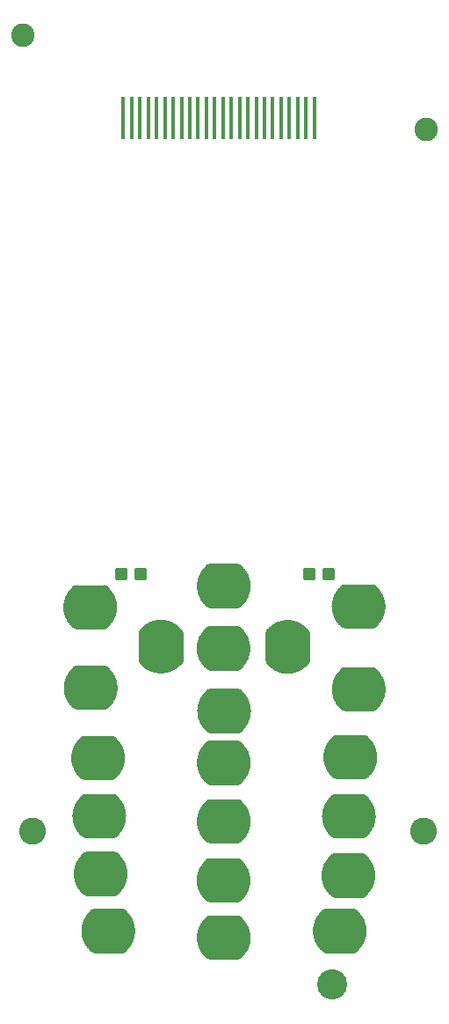
<source format=gbs>
G04 Layer: BottomSolderMaskLayer*
G04 EasyEDA v6.5.21, 2022-10-22 15:56:40*
G04 9ab0f769691e454ba0e7696980ab9178,294cf934c43b457281b0b0dcd80bbfec,10*
G04 Gerber Generator version 0.2*
G04 Scale: 100 percent, Rotated: No, Reflected: No *
G04 Dimensions in millimeters *
G04 leading zeros omitted , absolute positions ,4 integer and 5 decimal *
%FSLAX45Y45*%
%MOMM*%

%AMMACRO1*21,1,$1,$2,0,0,$3*%
%AMMACRO2*1,1,$1,$2,$3*1,1,$1,$4,$5*1,1,$1,0-$2,0-$3*1,1,$1,0-$4,0-$5*20,1,$1,$2,$3,$4,$5,0*20,1,$1,$4,$5,0-$2,0-$3,0*20,1,$1,0-$2,0-$3,0-$4,0-$5,0*20,1,$1,0-$4,0-$5,$2,$3,0*4,1,4,$2,$3,$4,$5,0-$2,0-$3,0-$4,0-$5,$2,$3,0*%
%ADD10C,1.0668*%
%ADD11MACRO1,0.4X4X0.0000*%
%ADD12MACRO1,0.4X3.9998X0.0000*%
%ADD13MACRO1,0.3999X3.9998X0.0000*%
%ADD14MACRO1,0.4001X3.9998X0.0000*%
%ADD15MACRO2,0.1016X-0.5X-0.5X0.5X-0.5*%
%ADD16C,2.2606*%
%ADD17C,2.6016*%
%ADD18C,2.9016*%
%ADD19C,0.0110*%

%LPD*%
G36*
X4978Y929944D02*
G01*
X4978Y689914D01*
X324967Y689914D01*
X324967Y929944D01*
G37*
G36*
X-1294231Y1126794D02*
G01*
X-1294231Y886764D01*
X-974242Y886764D01*
X-974242Y1126794D01*
G37*
G36*
X-2581757Y922578D02*
G01*
X-2581757Y682548D01*
X-2261768Y682548D01*
X-2261768Y922578D01*
G37*
G36*
X-639572Y580034D02*
G01*
X-639572Y260045D01*
X-399542Y260045D01*
X-399542Y580034D01*
G37*
G36*
X-1296771Y527608D02*
G01*
X-1296771Y287578D01*
X-976782Y287578D01*
X-976782Y527608D01*
G37*
G36*
X-1861057Y582574D02*
G01*
X-1861057Y262585D01*
X-1621028Y262585D01*
X-1621028Y582574D01*
G37*
G36*
X5740Y133654D02*
G01*
X5740Y-106375D01*
X325729Y-106375D01*
X325729Y133654D01*
G37*
G36*
X-1291691Y-74625D02*
G01*
X-1291691Y-314655D01*
X-971702Y-314655D01*
X-971702Y-74625D01*
G37*
G36*
X-2576677Y147624D02*
G01*
X-2576677Y-92405D01*
X-2256688Y-92405D01*
X-2256688Y147624D01*
G37*
G36*
X-75031Y-519887D02*
G01*
X-75031Y-759917D01*
X244957Y-759917D01*
X244957Y-519887D01*
G37*
G36*
X-1294993Y-572465D02*
G01*
X-1294993Y-812495D01*
X-975004Y-812495D01*
X-975004Y-572465D01*
G37*
G36*
X-2505049Y-527507D02*
G01*
X-2505049Y-767537D01*
X-2185060Y-767537D01*
X-2185060Y-527507D01*
G37*
G36*
X-89255Y-1088085D02*
G01*
X-89255Y-1328115D01*
X230733Y-1328115D01*
X230733Y-1088085D01*
G37*
G36*
X-1294231Y-1136345D02*
G01*
X-1294231Y-1376375D01*
X-974242Y-1376375D01*
X-974242Y-1136345D01*
G37*
G36*
X-2494127Y-1085545D02*
G01*
X-2494127Y-1325575D01*
X-2174138Y-1325575D01*
X-2174138Y-1085545D01*
G37*
G36*
X-94081Y-1657045D02*
G01*
X-94081Y-1897075D01*
X225907Y-1897075D01*
X225907Y-1657045D01*
G37*
G36*
X-1296771Y-1703019D02*
G01*
X-1296771Y-1943049D01*
X-976782Y-1943049D01*
X-976782Y-1703019D01*
G37*
G36*
X-2481681Y-1641805D02*
G01*
X-2481681Y-1881835D01*
X-2161692Y-1881835D01*
X-2161692Y-1641805D01*
G37*
G36*
X-177393Y-2189937D02*
G01*
X-177393Y-2429967D01*
X142595Y-2429967D01*
X142595Y-2189937D01*
G37*
G36*
X-1294993Y-2254961D02*
G01*
X-1294993Y-2494991D01*
X-975004Y-2494991D01*
X-975004Y-2254961D01*
G37*
G36*
X-2407513Y-2189937D02*
G01*
X-2407513Y-2429967D01*
X-2087524Y-2429967D01*
X-2087524Y-2189937D01*
G37*
D10*
X33154Y966960D02*
G01*
X296702Y966960D01*
X33154Y652881D02*
G01*
X296702Y652881D01*
X-1266055Y1163810D02*
G01*
X-1002507Y1163810D01*
X-1266055Y849731D02*
G01*
X-1002507Y849731D01*
X-2553581Y959594D02*
G01*
X-2290033Y959594D01*
X-2553581Y645515D02*
G01*
X-2290033Y645515D01*
X-676579Y288223D02*
G01*
X-676579Y551771D01*
X-362501Y288223D02*
G01*
X-362501Y551771D01*
X-1268595Y564624D02*
G01*
X-1005047Y564624D01*
X-1268595Y250545D02*
G01*
X-1005047Y250545D01*
X-1898065Y290763D02*
G01*
X-1898065Y554311D01*
X-1583987Y290763D02*
G01*
X-1583987Y554311D01*
X33916Y170670D02*
G01*
X297464Y170670D01*
X33916Y-143408D02*
G01*
X297464Y-143408D01*
X-1263515Y-37609D02*
G01*
X-999967Y-37609D01*
X-1263515Y-351688D02*
G01*
X-999967Y-351688D01*
X-2548501Y184640D02*
G01*
X-2284953Y184640D01*
X-2548501Y-129438D02*
G01*
X-2284953Y-129438D01*
X-46855Y-482871D02*
G01*
X216692Y-482871D01*
X-46855Y-796950D02*
G01*
X216692Y-796950D01*
X-1266817Y-535449D02*
G01*
X-1003269Y-535449D01*
X-1266817Y-849528D02*
G01*
X-1003269Y-849528D01*
X-2476873Y-490491D02*
G01*
X-2213325Y-490491D01*
X-2476873Y-804570D02*
G01*
X-2213325Y-804570D01*
X-61079Y-1051069D02*
G01*
X202468Y-1051069D01*
X-61079Y-1365148D02*
G01*
X202468Y-1365148D01*
X-1266055Y-1099329D02*
G01*
X-1002507Y-1099329D01*
X-1266055Y-1413408D02*
G01*
X-1002507Y-1413408D01*
X-2465951Y-1048529D02*
G01*
X-2202403Y-1048529D01*
X-2465951Y-1362608D02*
G01*
X-2202403Y-1362608D01*
X-65905Y-1620029D02*
G01*
X197642Y-1620029D01*
X-65905Y-1934108D02*
G01*
X197642Y-1934108D01*
X-1268595Y-1666003D02*
G01*
X-1005047Y-1666003D01*
X-1268595Y-1980082D02*
G01*
X-1005047Y-1980082D01*
X-2453505Y-1604789D02*
G01*
X-2189957Y-1604789D01*
X-2453505Y-1918868D02*
G01*
X-2189957Y-1918868D01*
X-149217Y-2152921D02*
G01*
X114330Y-2152921D01*
X-149217Y-2467000D02*
G01*
X114330Y-2467000D01*
X-1266817Y-2217945D02*
G01*
X-1003269Y-2217945D01*
X-1266817Y-2532024D02*
G01*
X-1003269Y-2532024D01*
X-2379337Y-2152921D02*
G01*
X-2115789Y-2152921D01*
X-2379337Y-2467000D02*
G01*
X-2115789Y-2467000D01*
D11*
G01*
X-262232Y5505081D03*
G01*
X-342231Y5505081D03*
G01*
X-422231Y5505081D03*
G01*
X-502231Y5505081D03*
G01*
X-582231Y5505081D03*
G01*
X-902233Y5505081D03*
G01*
X-662228Y5505081D03*
G01*
X-742238Y5505081D03*
G01*
X-822228Y5505081D03*
G01*
X-982233Y5505081D03*
G01*
X-1062233Y5505081D03*
G01*
X-1142232Y5505081D03*
G01*
X-1222232Y5505081D03*
G01*
X-1302232Y5505081D03*
D12*
G01*
X-1382242Y5505065D03*
G01*
X-1462222Y5505065D03*
G01*
X-1542225Y5505065D03*
D13*
G01*
X-1622230Y5505065D03*
D14*
G01*
X-1782221Y5505065D03*
G01*
X-1862232Y5505065D03*
D12*
G01*
X-1942230Y5505065D03*
G01*
X-1702238Y5505065D03*
D13*
G01*
X-2022242Y5505065D03*
G01*
X-2102234Y5505065D03*
G36*
X98163Y719896D02*
G01*
X93083Y723706D01*
X89273Y727008D01*
X85717Y730310D01*
X82161Y733866D01*
X78859Y737422D01*
X75557Y741232D01*
X72509Y745296D01*
X69715Y749360D01*
X67175Y753424D01*
X64635Y757742D01*
X62349Y762060D01*
X60317Y766632D01*
X58539Y771204D01*
X57015Y775776D01*
X55491Y780602D01*
X54221Y785428D01*
X53205Y790254D01*
X52443Y795080D01*
X51935Y800160D01*
X51427Y809812D01*
X51681Y814892D01*
X51935Y819718D01*
X52443Y824798D01*
X53205Y829624D01*
X54221Y834450D01*
X55491Y839276D01*
X57015Y844102D01*
X58539Y848674D01*
X60317Y853246D01*
X62349Y857818D01*
X64635Y862136D01*
X67175Y866454D01*
X69715Y870518D01*
X72509Y874582D01*
X75557Y878646D01*
X78859Y882456D01*
X82161Y886012D01*
X85717Y889568D01*
X89273Y892870D01*
X93083Y896172D01*
X98163Y899982D01*
X231767Y899982D01*
X236847Y896172D01*
X240657Y892870D01*
X244213Y889568D01*
X247769Y886012D01*
X251071Y882456D01*
X254373Y878646D01*
X257421Y874582D01*
X260215Y870518D01*
X262755Y866454D01*
X265295Y862136D01*
X267581Y857818D01*
X269613Y853246D01*
X271391Y848674D01*
X272915Y844102D01*
X274439Y839276D01*
X275709Y834450D01*
X276725Y829624D01*
X277487Y824798D01*
X277995Y819718D01*
X278249Y814892D01*
X278503Y809812D01*
X277995Y800160D01*
X277487Y795080D01*
X276725Y790254D01*
X275709Y785428D01*
X274439Y780602D01*
X272915Y775776D01*
X271391Y771204D01*
X269613Y766632D01*
X267581Y762060D01*
X265295Y757742D01*
X262755Y753424D01*
X260215Y749360D01*
X257421Y745296D01*
X254373Y741232D01*
X251071Y737422D01*
X247769Y733866D01*
X244213Y730310D01*
X240657Y727008D01*
X236847Y723706D01*
X231767Y719896D01*
G37*
G36*
X33197Y913622D02*
G01*
X296735Y913622D01*
X300085Y913726D01*
X303420Y914044D01*
X306730Y914567D01*
X309999Y915299D01*
X313217Y916233D01*
X316372Y917369D01*
X319445Y918700D01*
X322432Y920221D01*
X325315Y921926D01*
X328086Y923810D01*
X330735Y925863D01*
X333248Y928080D01*
X335617Y930450D01*
X337835Y932962D01*
X339887Y935611D01*
X341772Y938382D01*
X343476Y941265D01*
X344998Y944252D01*
X346328Y947326D01*
X347464Y950480D01*
X348399Y953698D01*
X349130Y956967D01*
X349653Y960277D01*
X349971Y963612D01*
X350075Y966962D01*
X349971Y970313D01*
X349653Y973648D01*
X349130Y976957D01*
X348399Y980226D01*
X347464Y983444D01*
X346328Y986599D01*
X344998Y989672D01*
X343476Y992659D01*
X341772Y995542D01*
X339887Y998313D01*
X337835Y1000963D01*
X335617Y1003475D01*
X333248Y1005845D01*
X330735Y1008062D01*
X328086Y1010114D01*
X325315Y1011999D01*
X322432Y1013703D01*
X319445Y1015225D01*
X316372Y1016556D01*
X313217Y1017691D01*
X309999Y1018626D01*
X306730Y1019357D01*
X303420Y1019881D01*
X300085Y1020198D01*
X296735Y1020302D01*
X33197Y1020302D01*
X29847Y1020198D01*
X26512Y1019881D01*
X23202Y1019357D01*
X19933Y1018626D01*
X16715Y1017691D01*
X13561Y1016556D01*
X10487Y1015225D01*
X7500Y1013703D01*
X4617Y1011999D01*
X1846Y1010114D01*
X-802Y1008062D01*
X-3314Y1005845D01*
X-5684Y1003475D01*
X-7901Y1000963D01*
X-9954Y998313D01*
X-11838Y995542D01*
X-13543Y992659D01*
X-15064Y989672D01*
X-16395Y986599D01*
X-17531Y983444D01*
X-18465Y980226D01*
X-19197Y976957D01*
X-19720Y973648D01*
X-20038Y970313D01*
X-20142Y966962D01*
X-20038Y963612D01*
X-19720Y960277D01*
X-19197Y956967D01*
X-18465Y953698D01*
X-17531Y950480D01*
X-16395Y947326D01*
X-15064Y944252D01*
X-13543Y941265D01*
X-11838Y938382D01*
X-9954Y935611D01*
X-7901Y932962D01*
X-5684Y930450D01*
X-3314Y928080D01*
X-802Y925863D01*
X1846Y923810D01*
X4617Y921926D01*
X7500Y920221D01*
X10487Y918700D01*
X13561Y917369D01*
X16715Y916233D01*
X19933Y915299D01*
X23202Y914567D01*
X26512Y914044D01*
X29847Y913726D01*
G37*
G36*
X33195Y599546D02*
G01*
X296732Y599539D01*
X300083Y599643D01*
X303418Y599960D01*
X306727Y600483D01*
X309999Y601215D01*
X313217Y602150D01*
X316369Y603283D01*
X319445Y604613D01*
X322430Y606135D01*
X325315Y607842D01*
X328086Y609724D01*
X330733Y611779D01*
X333248Y613994D01*
X335617Y616364D01*
X337832Y618878D01*
X339887Y621525D01*
X341772Y624296D01*
X343476Y627181D01*
X344998Y630166D01*
X346328Y633242D01*
X347464Y636394D01*
X348399Y639612D01*
X349130Y642881D01*
X349653Y646191D01*
X349971Y649528D01*
X350075Y652876D01*
X349971Y656226D01*
X349653Y659561D01*
X349130Y662871D01*
X348399Y666142D01*
X347464Y669361D01*
X346331Y672513D01*
X345000Y675589D01*
X343479Y678573D01*
X341772Y681459D01*
X339890Y684230D01*
X337835Y686876D01*
X335620Y689391D01*
X333250Y691761D01*
X330735Y693976D01*
X328089Y696031D01*
X325318Y697915D01*
X322432Y699620D01*
X319448Y701141D01*
X316372Y702472D01*
X313220Y703607D01*
X310001Y704542D01*
X306732Y705274D01*
X303423Y705797D01*
X300085Y706114D01*
X296738Y706219D01*
X33200Y706226D01*
X29850Y706122D01*
X26515Y705805D01*
X23205Y705281D01*
X19933Y704550D01*
X16715Y703615D01*
X13563Y702482D01*
X10487Y701151D01*
X7503Y699630D01*
X4617Y697923D01*
X1846Y696041D01*
X-800Y693986D01*
X-3314Y691771D01*
X-5684Y689401D01*
X-7899Y686887D01*
X-9954Y684240D01*
X-11838Y681469D01*
X-13543Y678583D01*
X-15064Y675599D01*
X-16395Y672523D01*
X-17531Y669371D01*
X-18465Y666153D01*
X-19197Y662884D01*
X-19720Y659574D01*
X-20038Y656236D01*
X-20142Y652889D01*
X-20038Y649538D01*
X-19720Y646203D01*
X-19197Y642894D01*
X-18465Y639622D01*
X-17531Y636404D01*
X-16398Y633252D01*
X-15067Y630176D01*
X-13545Y627192D01*
X-11838Y624306D01*
X-9956Y621535D01*
X-7901Y618888D01*
X-5687Y616374D01*
X-3317Y614004D01*
X-802Y611789D01*
X1844Y609734D01*
X4615Y607849D01*
X7500Y606145D01*
X10485Y604624D01*
X13561Y603293D01*
X16713Y602157D01*
X19931Y601223D01*
X23200Y600491D01*
X26509Y599968D01*
X29847Y599650D01*
G37*
G36*
X67485Y693745D02*
G01*
X63238Y697443D01*
X59133Y701299D01*
X55173Y705302D01*
X51363Y709449D01*
X47713Y713737D01*
X44223Y718157D01*
X40899Y722703D01*
X37746Y727369D01*
X34770Y732149D01*
X31973Y737036D01*
X29357Y742025D01*
X26931Y747107D01*
X24693Y752274D01*
X22651Y757521D01*
X20802Y762843D01*
X19154Y768228D01*
X17706Y773668D01*
X16464Y779162D01*
X15422Y784697D01*
X14589Y790265D01*
X13964Y795863D01*
X13545Y801479D01*
X13337Y807105D01*
X13337Y812739D01*
X13545Y818365D01*
X13964Y823981D01*
X14589Y829579D01*
X15422Y835146D01*
X16464Y840681D01*
X17706Y846175D01*
X19154Y851616D01*
X20802Y857001D01*
X22651Y862322D01*
X24693Y867570D01*
X26931Y872736D01*
X29357Y877818D01*
X31973Y882807D01*
X34770Y887694D01*
X37746Y892474D01*
X40899Y897140D01*
X44223Y901687D01*
X47713Y906106D01*
X51363Y910394D01*
X55173Y914542D01*
X59133Y918545D01*
X63238Y922401D01*
X67485Y926099D01*
X69982Y928334D01*
X72336Y930719D01*
X74533Y933249D01*
X76568Y935911D01*
X78432Y938695D01*
X80119Y941590D01*
X81617Y944587D01*
X82928Y947671D01*
X84040Y950831D01*
X84952Y954057D01*
X85661Y957331D01*
X86161Y960645D01*
X86453Y963983D01*
X86535Y967333D01*
X86408Y970681D01*
X86067Y974016D01*
X85521Y977320D01*
X84767Y980587D01*
X83809Y983797D01*
X82654Y986942D01*
X81300Y990008D01*
X79758Y992982D01*
X78033Y995855D01*
X76131Y998613D01*
X74058Y1001247D01*
X71823Y1003744D01*
X69438Y1006099D01*
X66908Y1008296D01*
X64246Y1010330D01*
X61462Y1012195D01*
X58567Y1013881D01*
X55570Y1015380D01*
X52486Y1016690D01*
X49326Y1017803D01*
X46100Y1018715D01*
X42826Y1019423D01*
X39512Y1019924D01*
X36174Y1020216D01*
X32824Y1020297D01*
X29476Y1020170D01*
X26141Y1019830D01*
X22837Y1019284D01*
X19570Y1018529D01*
X16360Y1017572D01*
X13215Y1016416D01*
X10149Y1015062D01*
X7175Y1013520D01*
X4302Y1011796D01*
X1544Y1009893D01*
X-1089Y1007821D01*
X-6593Y1003068D01*
X-11960Y998161D01*
X-17190Y993106D01*
X-22273Y987907D01*
X-27208Y982568D01*
X-31991Y977089D01*
X-36619Y971478D01*
X-41087Y965741D01*
X-45389Y959881D01*
X-49527Y953899D01*
X-53494Y947806D01*
X-57289Y941600D01*
X-60909Y935294D01*
X-64348Y928885D01*
X-67604Y922385D01*
X-70678Y915794D01*
X-73566Y909119D01*
X-76263Y902365D01*
X-78767Y895540D01*
X-81081Y888644D01*
X-83200Y881687D01*
X-85123Y874674D01*
X-86845Y867610D01*
X-88369Y860498D01*
X-89692Y853348D01*
X-90815Y846162D01*
X-91732Y838949D01*
X-92448Y831712D01*
X-92958Y824458D01*
X-93266Y817194D01*
X-93367Y809922D01*
X-93266Y802650D01*
X-92958Y795385D01*
X-92448Y788131D01*
X-91732Y780895D01*
X-90815Y773681D01*
X-89692Y766495D01*
X-88369Y759345D01*
X-86845Y752233D01*
X-85123Y745169D01*
X-83200Y738157D01*
X-81081Y731199D01*
X-78767Y724303D01*
X-76263Y717478D01*
X-73566Y710725D01*
X-70678Y704049D01*
X-67604Y697458D01*
X-64348Y690958D01*
X-60909Y684550D01*
X-57289Y678243D01*
X-53494Y672038D01*
X-49527Y665944D01*
X-45389Y659963D01*
X-41087Y654103D01*
X-36619Y648365D01*
X-31991Y642754D01*
X-27208Y637275D01*
X-22273Y631936D01*
X-17190Y626737D01*
X-11960Y621682D01*
X-6593Y616775D01*
X-1089Y612023D01*
X1544Y609950D01*
X4302Y608048D01*
X7175Y606323D01*
X10149Y604781D01*
X13215Y603427D01*
X16360Y602272D01*
X19570Y601314D01*
X22837Y600560D01*
X26141Y600014D01*
X29476Y599673D01*
X32824Y599546D01*
X36174Y599627D01*
X39512Y599920D01*
X42826Y600420D01*
X46100Y601129D01*
X49326Y602040D01*
X52486Y603153D01*
X55570Y604464D01*
X58567Y605962D01*
X61462Y607649D01*
X64246Y609513D01*
X66908Y611548D01*
X69438Y613745D01*
X71823Y616099D01*
X74058Y618596D01*
X76131Y621230D01*
X78033Y623989D01*
X79758Y626861D01*
X81300Y629836D01*
X82654Y632901D01*
X83809Y636046D01*
X84767Y639257D01*
X85521Y642523D01*
X86067Y645828D01*
X86408Y649163D01*
X86535Y652510D01*
X86453Y655861D01*
X86161Y659198D01*
X85661Y662513D01*
X84952Y665787D01*
X84040Y669013D01*
X82928Y672172D01*
X81617Y675256D01*
X80119Y678253D01*
X78432Y681149D01*
X76568Y683933D01*
X74533Y686595D01*
X72336Y689124D01*
X69982Y691509D01*
G37*
G36*
X77124Y705233D02*
G01*
X73131Y708718D01*
X69275Y712355D01*
X65565Y716140D01*
X62003Y720064D01*
X58597Y724123D01*
X55349Y728314D01*
X52268Y732624D01*
X49354Y737054D01*
X46616Y741591D01*
X44056Y746231D01*
X41678Y750968D01*
X39484Y755792D01*
X37480Y760699D01*
X35666Y765680D01*
X34048Y770727D01*
X32628Y775832D01*
X31404Y780991D01*
X30383Y786190D01*
X29565Y791428D01*
X28948Y796691D01*
X28539Y801977D01*
X28333Y807272D01*
X28333Y812571D01*
X28539Y817867D01*
X28948Y823153D01*
X29565Y828415D01*
X30383Y833653D01*
X31404Y838852D01*
X32628Y844011D01*
X34048Y849116D01*
X35666Y854163D01*
X37480Y859144D01*
X39484Y864052D01*
X41678Y868875D01*
X44056Y873612D01*
X46616Y878253D01*
X49354Y882789D01*
X52268Y887219D01*
X55349Y891529D01*
X58597Y895720D01*
X62003Y899779D01*
X65565Y903704D01*
X69275Y907488D01*
X73131Y911125D01*
X77124Y914610D01*
X79623Y916843D01*
X81975Y919231D01*
X84175Y921758D01*
X86210Y924420D01*
X88074Y927204D01*
X89761Y930102D01*
X91259Y933096D01*
X92570Y936183D01*
X93682Y939342D01*
X94594Y942566D01*
X95303Y945842D01*
X95803Y949154D01*
X96095Y952492D01*
X96177Y955842D01*
X96050Y959192D01*
X95712Y962525D01*
X95163Y965832D01*
X94409Y969096D01*
X93451Y972306D01*
X92295Y975453D01*
X90944Y978519D01*
X89400Y981494D01*
X87675Y984366D01*
X85773Y987125D01*
X83700Y989756D01*
X81467Y992256D01*
X79080Y994608D01*
X76553Y996807D01*
X73891Y998842D01*
X71107Y1000706D01*
X68209Y1002393D01*
X65214Y1003891D01*
X62128Y1005202D01*
X58968Y1006314D01*
X55745Y1007226D01*
X52468Y1007935D01*
X49156Y1008435D01*
X45819Y1008727D01*
X42468Y1008809D01*
X39118Y1008682D01*
X35786Y1008344D01*
X32478Y1007795D01*
X29215Y1007041D01*
X26004Y1006083D01*
X22857Y1004928D01*
X19791Y1003576D01*
X16817Y1002032D01*
X13944Y1000307D01*
X11186Y998405D01*
X8554Y996332D01*
X3197Y991704D01*
X-2019Y986922D01*
X-7096Y981991D01*
X-12029Y976914D01*
X-16812Y971694D01*
X-21440Y966340D01*
X-25910Y960851D01*
X-30220Y955235D01*
X-34363Y949497D01*
X-38338Y943640D01*
X-42141Y937671D01*
X-45770Y931593D01*
X-49220Y925413D01*
X-52489Y919134D01*
X-55572Y912764D01*
X-58470Y906305D01*
X-61178Y899767D01*
X-63695Y893150D01*
X-66019Y886465D01*
X-68148Y879713D01*
X-70081Y872904D01*
X-71813Y866040D01*
X-73345Y859129D01*
X-74675Y852177D01*
X-75803Y845190D01*
X-76725Y838172D01*
X-77447Y831131D01*
X-77960Y824072D01*
X-78270Y816998D01*
X-78371Y809922D01*
X-78270Y802845D01*
X-77960Y795771D01*
X-77447Y788713D01*
X-76725Y781672D01*
X-75803Y774654D01*
X-74675Y767666D01*
X-73345Y760714D01*
X-71813Y753803D01*
X-70081Y746940D01*
X-68148Y740130D01*
X-66019Y733379D01*
X-63695Y726694D01*
X-61178Y720077D01*
X-58470Y713539D01*
X-55572Y707080D01*
X-52489Y700709D01*
X-49220Y694430D01*
X-45770Y688251D01*
X-42141Y682172D01*
X-38338Y676203D01*
X-34363Y670346D01*
X-30220Y664608D01*
X-25910Y658992D01*
X-21440Y653503D01*
X-16812Y648149D01*
X-12029Y642929D01*
X-7096Y637852D01*
X-2019Y632922D01*
X3197Y628139D01*
X8554Y623511D01*
X11186Y621438D01*
X13944Y619536D01*
X16817Y617811D01*
X19791Y616267D01*
X22857Y614916D01*
X26004Y613760D01*
X29215Y612802D01*
X32478Y612048D01*
X35786Y611499D01*
X39118Y611162D01*
X42468Y611035D01*
X45819Y611116D01*
X49156Y611408D01*
X52468Y611908D01*
X55745Y612617D01*
X58968Y613529D01*
X62128Y614641D01*
X65214Y615952D01*
X68209Y617451D01*
X71107Y619137D01*
X73891Y621002D01*
X76553Y623036D01*
X79080Y625236D01*
X81467Y627588D01*
X83700Y630087D01*
X85773Y632719D01*
X87675Y635477D01*
X89400Y638350D01*
X90944Y641324D01*
X92295Y644390D01*
X93451Y647537D01*
X94409Y650747D01*
X95163Y654011D01*
X95712Y657318D01*
X96050Y660651D01*
X96177Y664001D01*
X96095Y667351D01*
X95803Y670689D01*
X95303Y674001D01*
X94594Y677278D01*
X93682Y680501D01*
X92570Y683661D01*
X91259Y686747D01*
X89761Y689742D01*
X88074Y692640D01*
X86210Y695424D01*
X84175Y698085D01*
X81975Y700613D01*
X79623Y703000D01*
G37*
G36*
X252811Y914608D02*
G01*
X256804Y911123D01*
X260659Y907486D01*
X264370Y903704D01*
X267931Y899777D01*
X271340Y895718D01*
X274586Y891529D01*
X277667Y887216D01*
X280581Y882789D01*
X283319Y878250D01*
X285879Y873610D01*
X288256Y868875D01*
X290451Y864049D01*
X292455Y859142D01*
X294269Y854163D01*
X295887Y849116D01*
X297306Y844011D01*
X298531Y838852D01*
X299552Y833653D01*
X300370Y828415D01*
X300984Y823153D01*
X301396Y817867D01*
X301602Y812571D01*
X301602Y807272D01*
X301396Y801977D01*
X300984Y796691D01*
X300370Y791428D01*
X299552Y786190D01*
X298531Y780991D01*
X297306Y775832D01*
X295887Y770727D01*
X294269Y765680D01*
X292455Y760702D01*
X290451Y755794D01*
X288256Y750968D01*
X285879Y746234D01*
X283319Y741593D01*
X280581Y737054D01*
X277667Y732627D01*
X274586Y728314D01*
X271340Y724126D01*
X267931Y720067D01*
X264370Y716140D01*
X260659Y712358D01*
X256804Y708720D01*
X252811Y705236D01*
X250314Y703000D01*
X247962Y700615D01*
X245762Y698085D01*
X243728Y695424D01*
X241863Y692640D01*
X240177Y689744D01*
X238678Y686747D01*
X237368Y683663D01*
X236255Y680504D01*
X235343Y677278D01*
X234635Y674004D01*
X234134Y670689D01*
X233842Y667351D01*
X233761Y664001D01*
X233888Y660654D01*
X234226Y657318D01*
X234774Y654014D01*
X235529Y650747D01*
X236486Y647537D01*
X237642Y644392D01*
X238996Y641327D01*
X240537Y638352D01*
X242262Y635480D01*
X244165Y632721D01*
X246237Y630087D01*
X248472Y627590D01*
X250858Y625238D01*
X253387Y623039D01*
X256049Y621004D01*
X258833Y619140D01*
X261729Y617453D01*
X264726Y615955D01*
X267809Y614644D01*
X270969Y613531D01*
X274195Y612620D01*
X277469Y611911D01*
X280784Y611411D01*
X284121Y611118D01*
X287472Y611037D01*
X290819Y611164D01*
X294154Y611502D01*
X297459Y612051D01*
X300725Y612805D01*
X303936Y613763D01*
X307080Y614918D01*
X310146Y616272D01*
X313121Y617814D01*
X315993Y619539D01*
X318752Y621441D01*
X321386Y623514D01*
X326740Y628142D01*
X331960Y632924D01*
X337037Y637857D01*
X341967Y642934D01*
X346750Y648152D01*
X351378Y653508D01*
X355848Y658995D01*
X360156Y664611D01*
X364302Y670349D01*
X368277Y676206D01*
X372079Y682175D01*
X375706Y688253D01*
X379155Y694433D01*
X382424Y700712D01*
X385508Y707082D01*
X388406Y713541D01*
X391114Y720079D01*
X393633Y726696D01*
X395955Y733381D01*
X398084Y740133D01*
X400016Y746942D01*
X401749Y753805D01*
X403280Y760714D01*
X404611Y767666D01*
X405739Y774654D01*
X406661Y781672D01*
X407382Y788713D01*
X407896Y795774D01*
X408205Y802845D01*
X408307Y809922D01*
X408205Y816998D01*
X407896Y824069D01*
X407382Y831131D01*
X406661Y838172D01*
X405739Y845190D01*
X404611Y852177D01*
X403280Y859129D01*
X401749Y866038D01*
X400016Y872901D01*
X398084Y879711D01*
X395955Y886462D01*
X393633Y893147D01*
X391114Y899764D01*
X388406Y906302D01*
X385508Y912761D01*
X382424Y919132D01*
X379155Y925410D01*
X375706Y931590D01*
X372079Y937668D01*
X368277Y943637D01*
X364302Y949495D01*
X360156Y955233D01*
X355848Y960848D01*
X351378Y966335D01*
X346750Y971692D01*
X341967Y976909D01*
X337037Y981986D01*
X331960Y986919D01*
X326740Y991702D01*
X321386Y996330D01*
X318752Y998402D01*
X315993Y1000305D01*
X313121Y1002030D01*
X310146Y1003571D01*
X307080Y1004925D01*
X303936Y1006081D01*
X300725Y1007038D01*
X297459Y1007793D01*
X294154Y1008341D01*
X290819Y1008679D01*
X287472Y1008806D01*
X284121Y1008725D01*
X280784Y1008433D01*
X277469Y1007932D01*
X274195Y1007224D01*
X270969Y1006312D01*
X267809Y1005199D01*
X264726Y1003889D01*
X261729Y1002390D01*
X258833Y1000704D01*
X256049Y998839D01*
X253387Y996805D01*
X250858Y994605D01*
X248472Y992253D01*
X246237Y989756D01*
X244165Y987122D01*
X242262Y984364D01*
X240537Y981491D01*
X238996Y978517D01*
X237642Y975451D01*
X236486Y972306D01*
X235529Y969096D01*
X234774Y965829D01*
X234226Y962525D01*
X233888Y959190D01*
X233761Y955842D01*
X233842Y952492D01*
X234134Y949154D01*
X234635Y945840D01*
X235343Y942566D01*
X236255Y939340D01*
X237368Y936180D01*
X238678Y933096D01*
X240177Y930099D01*
X241863Y927204D01*
X243728Y924420D01*
X245762Y921758D01*
X247962Y919228D01*
X250314Y916843D01*
G37*
G36*
X262450Y926099D02*
G01*
X266697Y922401D01*
X270804Y918545D01*
X274764Y914542D01*
X278571Y910391D01*
X282224Y906106D01*
X285714Y901687D01*
X289036Y897140D01*
X292188Y892474D01*
X295165Y887694D01*
X297964Y882804D01*
X300578Y877818D01*
X303006Y872736D01*
X305241Y867567D01*
X307286Y862319D01*
X309133Y857001D01*
X310781Y851616D01*
X312229Y846173D01*
X313474Y840681D01*
X314512Y835146D01*
X315346Y829576D01*
X315973Y823981D01*
X316390Y818365D01*
X316600Y812736D01*
X316600Y807105D01*
X316390Y801476D01*
X315973Y795860D01*
X315346Y790265D01*
X314512Y784694D01*
X313474Y779160D01*
X312229Y773668D01*
X310781Y768225D01*
X309133Y762840D01*
X307286Y757521D01*
X305241Y752274D01*
X303006Y747105D01*
X300578Y742022D01*
X297964Y737036D01*
X295165Y732147D01*
X292188Y727367D01*
X289036Y722701D01*
X285714Y718154D01*
X282224Y713734D01*
X278571Y709449D01*
X274764Y705299D01*
X270804Y701296D01*
X266697Y697440D01*
X262450Y693742D01*
X259953Y691509D01*
X257601Y689122D01*
X255402Y686595D01*
X253367Y683933D01*
X251503Y681146D01*
X249816Y678251D01*
X248318Y675253D01*
X247007Y672170D01*
X245894Y669010D01*
X244982Y665784D01*
X244274Y662510D01*
X243773Y659196D01*
X243481Y655858D01*
X243400Y652508D01*
X243527Y649160D01*
X243865Y645828D01*
X244414Y642520D01*
X245168Y639257D01*
X246125Y636043D01*
X247281Y632899D01*
X248635Y629833D01*
X250177Y626859D01*
X251901Y623986D01*
X253804Y621228D01*
X255877Y618594D01*
X258109Y616097D01*
X260497Y613745D01*
X263024Y611545D01*
X265686Y609511D01*
X268472Y607646D01*
X271368Y605960D01*
X274365Y604461D01*
X277449Y603150D01*
X280609Y602038D01*
X283834Y601126D01*
X287108Y600417D01*
X290423Y599917D01*
X293761Y599625D01*
X297111Y599544D01*
X300459Y599671D01*
X303791Y600008D01*
X307098Y600557D01*
X310362Y601311D01*
X313575Y602269D01*
X316720Y603425D01*
X319785Y604779D01*
X322760Y606320D01*
X325633Y608045D01*
X328391Y609947D01*
X331025Y612020D01*
X336529Y616772D01*
X341896Y621677D01*
X347126Y626732D01*
X352209Y631934D01*
X357144Y637273D01*
X361929Y642752D01*
X366555Y648362D01*
X371022Y654100D01*
X375328Y659960D01*
X379465Y665942D01*
X383433Y672035D01*
X387228Y678240D01*
X390845Y684547D01*
X394284Y690956D01*
X397543Y697456D01*
X400616Y704047D01*
X403501Y710722D01*
X406199Y717476D01*
X408706Y724301D01*
X411020Y731197D01*
X413138Y738154D01*
X415058Y745167D01*
X416783Y752231D01*
X418307Y759343D01*
X419630Y766493D01*
X420750Y773678D01*
X421670Y780892D01*
X422386Y788128D01*
X422897Y795383D01*
X423204Y802650D01*
X423306Y809919D01*
X423204Y817191D01*
X422897Y824458D01*
X422386Y831712D01*
X421670Y838949D01*
X420750Y846162D01*
X419630Y853348D01*
X418307Y860498D01*
X416783Y867610D01*
X415058Y874674D01*
X413138Y881687D01*
X411020Y888644D01*
X408706Y895540D01*
X406199Y902365D01*
X403501Y909119D01*
X400616Y915794D01*
X397543Y922385D01*
X394284Y928885D01*
X390845Y935294D01*
X387228Y941600D01*
X383433Y947806D01*
X379465Y953899D01*
X375328Y959881D01*
X371022Y965741D01*
X366555Y971478D01*
X361929Y977089D01*
X357144Y982568D01*
X352209Y987907D01*
X347126Y993109D01*
X341896Y998164D01*
X336529Y1003068D01*
X331025Y1007821D01*
X328391Y1009893D01*
X325633Y1011796D01*
X322760Y1013520D01*
X319785Y1015062D01*
X316720Y1016416D01*
X313575Y1017572D01*
X310362Y1018529D01*
X307098Y1019284D01*
X303791Y1019832D01*
X300459Y1020170D01*
X297111Y1020297D01*
X293761Y1020216D01*
X290423Y1019924D01*
X287108Y1019423D01*
X283834Y1018715D01*
X280609Y1017803D01*
X277449Y1016690D01*
X274365Y1015380D01*
X271368Y1013881D01*
X268472Y1012195D01*
X265686Y1010330D01*
X263024Y1008296D01*
X260497Y1006096D01*
X258109Y1003744D01*
X255877Y1001247D01*
X253804Y998613D01*
X251901Y995855D01*
X250177Y992982D01*
X248635Y990008D01*
X247281Y986942D01*
X246125Y983797D01*
X245168Y980584D01*
X244414Y977320D01*
X243865Y974013D01*
X243527Y970681D01*
X243400Y967333D01*
X243481Y963983D01*
X243773Y960645D01*
X244274Y957331D01*
X244982Y954057D01*
X245894Y950831D01*
X247007Y947671D01*
X248318Y944587D01*
X249816Y941590D01*
X251503Y938695D01*
X253367Y935908D01*
X255402Y933246D01*
X257601Y930719D01*
X259953Y928331D01*
G37*
G36*
X-1201046Y916746D02*
G01*
X-1206126Y920556D01*
X-1209936Y923858D01*
X-1213492Y927160D01*
X-1217048Y930716D01*
X-1220350Y934272D01*
X-1223652Y938082D01*
X-1226700Y942146D01*
X-1229494Y946210D01*
X-1232034Y950274D01*
X-1234574Y954592D01*
X-1236860Y958910D01*
X-1238892Y963482D01*
X-1240670Y968054D01*
X-1242194Y972626D01*
X-1243718Y977452D01*
X-1244988Y982278D01*
X-1246004Y987104D01*
X-1246766Y991930D01*
X-1247274Y997010D01*
X-1247782Y1006662D01*
X-1247528Y1011742D01*
X-1247274Y1016568D01*
X-1246766Y1021648D01*
X-1246004Y1026474D01*
X-1244988Y1031300D01*
X-1243718Y1036126D01*
X-1242194Y1040952D01*
X-1240670Y1045524D01*
X-1238892Y1050096D01*
X-1236860Y1054668D01*
X-1234574Y1058986D01*
X-1232034Y1063304D01*
X-1229494Y1067368D01*
X-1226700Y1071432D01*
X-1223652Y1075496D01*
X-1220350Y1079306D01*
X-1217048Y1082862D01*
X-1213492Y1086418D01*
X-1209936Y1089720D01*
X-1206126Y1093022D01*
X-1201046Y1096832D01*
X-1067442Y1096832D01*
X-1062362Y1093022D01*
X-1058552Y1089720D01*
X-1054996Y1086418D01*
X-1051440Y1082862D01*
X-1048138Y1079306D01*
X-1044836Y1075496D01*
X-1041788Y1071432D01*
X-1038994Y1067368D01*
X-1036454Y1063304D01*
X-1033914Y1058986D01*
X-1031628Y1054668D01*
X-1029596Y1050096D01*
X-1027818Y1045524D01*
X-1026294Y1040952D01*
X-1024770Y1036126D01*
X-1023500Y1031300D01*
X-1022484Y1026474D01*
X-1021722Y1021648D01*
X-1021214Y1016568D01*
X-1020960Y1011742D01*
X-1020706Y1006662D01*
X-1021214Y997010D01*
X-1021722Y991930D01*
X-1022484Y987104D01*
X-1023500Y982278D01*
X-1024770Y977452D01*
X-1026294Y972626D01*
X-1027818Y968054D01*
X-1029596Y963482D01*
X-1031628Y958910D01*
X-1033914Y954592D01*
X-1036454Y950274D01*
X-1038994Y946210D01*
X-1041788Y942146D01*
X-1044836Y938082D01*
X-1048138Y934272D01*
X-1051440Y930716D01*
X-1054996Y927160D01*
X-1058552Y923858D01*
X-1062362Y920556D01*
X-1067442Y916746D01*
G37*
G36*
X-1266012Y1110472D02*
G01*
X-1002474Y1110472D01*
X-999124Y1110576D01*
X-995789Y1110894D01*
X-992479Y1111417D01*
X-989210Y1112149D01*
X-985992Y1113083D01*
X-982837Y1114219D01*
X-979764Y1115550D01*
X-976777Y1117071D01*
X-973894Y1118776D01*
X-971123Y1120660D01*
X-968474Y1122713D01*
X-965962Y1124930D01*
X-963592Y1127300D01*
X-961374Y1129812D01*
X-959322Y1132461D01*
X-957437Y1135232D01*
X-955733Y1138115D01*
X-954211Y1141102D01*
X-952881Y1144176D01*
X-951745Y1147330D01*
X-950810Y1150548D01*
X-950079Y1153817D01*
X-949556Y1157127D01*
X-949238Y1160462D01*
X-949134Y1163812D01*
X-949238Y1167163D01*
X-949556Y1170498D01*
X-950079Y1173807D01*
X-950810Y1177076D01*
X-951745Y1180294D01*
X-952881Y1183449D01*
X-954211Y1186522D01*
X-955733Y1189509D01*
X-957437Y1192392D01*
X-959322Y1195163D01*
X-961374Y1197813D01*
X-963592Y1200325D01*
X-965962Y1202695D01*
X-968474Y1204912D01*
X-971123Y1206964D01*
X-973894Y1208849D01*
X-976777Y1210553D01*
X-979764Y1212075D01*
X-982837Y1213406D01*
X-985992Y1214541D01*
X-989210Y1215476D01*
X-992479Y1216207D01*
X-995789Y1216731D01*
X-999124Y1217048D01*
X-1002474Y1217152D01*
X-1266012Y1217152D01*
X-1269362Y1217048D01*
X-1272697Y1216731D01*
X-1276007Y1216207D01*
X-1279276Y1215476D01*
X-1282494Y1214541D01*
X-1285648Y1213406D01*
X-1288722Y1212075D01*
X-1291709Y1210553D01*
X-1294592Y1208849D01*
X-1297363Y1206964D01*
X-1300012Y1204912D01*
X-1302524Y1202695D01*
X-1304894Y1200325D01*
X-1307111Y1197813D01*
X-1309164Y1195163D01*
X-1311048Y1192392D01*
X-1312753Y1189509D01*
X-1314274Y1186522D01*
X-1315605Y1183449D01*
X-1316741Y1180294D01*
X-1317675Y1177076D01*
X-1318407Y1173807D01*
X-1318930Y1170498D01*
X-1319248Y1167163D01*
X-1319352Y1163812D01*
X-1319248Y1160462D01*
X-1318930Y1157127D01*
X-1318407Y1153817D01*
X-1317675Y1150548D01*
X-1316741Y1147330D01*
X-1315605Y1144176D01*
X-1314274Y1141102D01*
X-1312753Y1138115D01*
X-1311048Y1135232D01*
X-1309164Y1132461D01*
X-1307111Y1129812D01*
X-1304894Y1127300D01*
X-1302524Y1124930D01*
X-1300012Y1122713D01*
X-1297363Y1120660D01*
X-1294592Y1118776D01*
X-1291709Y1117071D01*
X-1288722Y1115550D01*
X-1285648Y1114219D01*
X-1282494Y1113083D01*
X-1279276Y1112149D01*
X-1276007Y1111417D01*
X-1272697Y1110894D01*
X-1269362Y1110576D01*
G37*
G36*
X-1266014Y796396D02*
G01*
X-1002477Y796389D01*
X-999126Y796493D01*
X-995791Y796810D01*
X-992482Y797333D01*
X-989210Y798065D01*
X-985992Y799000D01*
X-982840Y800133D01*
X-979764Y801463D01*
X-976779Y802985D01*
X-973894Y804692D01*
X-971123Y806574D01*
X-968476Y808629D01*
X-965962Y810844D01*
X-963592Y813214D01*
X-961377Y815728D01*
X-959322Y818375D01*
X-957437Y821146D01*
X-955733Y824031D01*
X-954211Y827016D01*
X-952881Y830092D01*
X-951745Y833244D01*
X-950810Y836462D01*
X-950079Y839731D01*
X-949556Y843041D01*
X-949238Y846378D01*
X-949134Y849726D01*
X-949238Y853076D01*
X-949556Y856411D01*
X-950079Y859721D01*
X-950810Y862992D01*
X-951745Y866211D01*
X-952878Y869363D01*
X-954209Y872439D01*
X-955730Y875423D01*
X-957437Y878309D01*
X-959319Y881080D01*
X-961374Y883726D01*
X-963589Y886241D01*
X-965959Y888611D01*
X-968474Y890826D01*
X-971120Y892881D01*
X-973891Y894765D01*
X-976777Y896470D01*
X-979761Y897991D01*
X-982837Y899322D01*
X-985989Y900457D01*
X-989208Y901392D01*
X-992477Y902124D01*
X-995786Y902647D01*
X-999124Y902964D01*
X-1002471Y903069D01*
X-1266009Y903076D01*
X-1269359Y902972D01*
X-1272694Y902655D01*
X-1276004Y902131D01*
X-1279276Y901400D01*
X-1282494Y900465D01*
X-1285646Y899332D01*
X-1288722Y898001D01*
X-1291706Y896480D01*
X-1294592Y894773D01*
X-1297363Y892891D01*
X-1300010Y890836D01*
X-1302524Y888621D01*
X-1304894Y886251D01*
X-1307109Y883737D01*
X-1309164Y881090D01*
X-1311048Y878319D01*
X-1312753Y875433D01*
X-1314274Y872449D01*
X-1315605Y869373D01*
X-1316741Y866221D01*
X-1317675Y863003D01*
X-1318407Y859734D01*
X-1318930Y856424D01*
X-1319248Y853086D01*
X-1319352Y849739D01*
X-1319248Y846388D01*
X-1318930Y843053D01*
X-1318407Y839744D01*
X-1317675Y836472D01*
X-1316741Y833254D01*
X-1315608Y830102D01*
X-1314277Y827026D01*
X-1312755Y824042D01*
X-1311048Y821156D01*
X-1309166Y818385D01*
X-1307111Y815738D01*
X-1304897Y813224D01*
X-1302527Y810854D01*
X-1300012Y808639D01*
X-1297365Y806584D01*
X-1294594Y804699D01*
X-1291709Y802995D01*
X-1288724Y801474D01*
X-1285648Y800143D01*
X-1282496Y799007D01*
X-1279278Y798073D01*
X-1276009Y797341D01*
X-1272700Y796818D01*
X-1269362Y796500D01*
G37*
G36*
X-1231724Y890595D02*
G01*
X-1235971Y894293D01*
X-1240076Y898149D01*
X-1244036Y902152D01*
X-1247846Y906299D01*
X-1251496Y910587D01*
X-1254986Y915007D01*
X-1258310Y919553D01*
X-1261463Y924219D01*
X-1264439Y928999D01*
X-1267236Y933886D01*
X-1269852Y938875D01*
X-1272278Y943957D01*
X-1274516Y949124D01*
X-1276558Y954371D01*
X-1278407Y959693D01*
X-1280055Y965078D01*
X-1281503Y970518D01*
X-1282745Y976012D01*
X-1283787Y981547D01*
X-1284620Y987115D01*
X-1285245Y992713D01*
X-1285664Y998329D01*
X-1285872Y1003955D01*
X-1285872Y1009589D01*
X-1285664Y1015215D01*
X-1285245Y1020831D01*
X-1284620Y1026429D01*
X-1283787Y1031996D01*
X-1282745Y1037531D01*
X-1281503Y1043025D01*
X-1280055Y1048466D01*
X-1278407Y1053851D01*
X-1276558Y1059172D01*
X-1274516Y1064420D01*
X-1272278Y1069586D01*
X-1269852Y1074668D01*
X-1267236Y1079657D01*
X-1264439Y1084544D01*
X-1261463Y1089324D01*
X-1258310Y1093990D01*
X-1254986Y1098537D01*
X-1251496Y1102956D01*
X-1247846Y1107244D01*
X-1244036Y1111392D01*
X-1240076Y1115395D01*
X-1235971Y1119251D01*
X-1231724Y1122949D01*
X-1229227Y1125184D01*
X-1226873Y1127569D01*
X-1224676Y1130099D01*
X-1222641Y1132761D01*
X-1220777Y1135545D01*
X-1219090Y1138440D01*
X-1217592Y1141437D01*
X-1216281Y1144521D01*
X-1215169Y1147681D01*
X-1214257Y1150907D01*
X-1213548Y1154181D01*
X-1213048Y1157495D01*
X-1212756Y1160833D01*
X-1212674Y1164183D01*
X-1212801Y1167531D01*
X-1213142Y1170866D01*
X-1213688Y1174170D01*
X-1214442Y1177437D01*
X-1215400Y1180647D01*
X-1216555Y1183792D01*
X-1217909Y1186858D01*
X-1219451Y1189832D01*
X-1221176Y1192705D01*
X-1223078Y1195463D01*
X-1225151Y1198097D01*
X-1227386Y1200594D01*
X-1229771Y1202949D01*
X-1232301Y1205146D01*
X-1234963Y1207180D01*
X-1237747Y1209045D01*
X-1240642Y1210731D01*
X-1243639Y1212230D01*
X-1246723Y1213540D01*
X-1249883Y1214653D01*
X-1253109Y1215565D01*
X-1256383Y1216273D01*
X-1259697Y1216774D01*
X-1263035Y1217066D01*
X-1266385Y1217147D01*
X-1269733Y1217020D01*
X-1273068Y1216680D01*
X-1276372Y1216134D01*
X-1279639Y1215379D01*
X-1282849Y1214422D01*
X-1285994Y1213266D01*
X-1289060Y1211912D01*
X-1292034Y1210370D01*
X-1294907Y1208646D01*
X-1297665Y1206743D01*
X-1300299Y1204671D01*
X-1305803Y1199918D01*
X-1311170Y1195011D01*
X-1316400Y1189956D01*
X-1321483Y1184757D01*
X-1326418Y1179418D01*
X-1331201Y1173939D01*
X-1335829Y1168328D01*
X-1340297Y1162591D01*
X-1344599Y1156731D01*
X-1348737Y1150749D01*
X-1352704Y1144656D01*
X-1356499Y1138450D01*
X-1360119Y1132144D01*
X-1363558Y1125735D01*
X-1366814Y1119235D01*
X-1369888Y1112644D01*
X-1372776Y1105969D01*
X-1375473Y1099215D01*
X-1377977Y1092390D01*
X-1380291Y1085494D01*
X-1382410Y1078537D01*
X-1384333Y1071524D01*
X-1386055Y1064460D01*
X-1387579Y1057348D01*
X-1388902Y1050198D01*
X-1390025Y1043012D01*
X-1390942Y1035799D01*
X-1391658Y1028562D01*
X-1392168Y1021308D01*
X-1392476Y1014044D01*
X-1392577Y1006772D01*
X-1392476Y999500D01*
X-1392168Y992235D01*
X-1391658Y984981D01*
X-1390942Y977745D01*
X-1390025Y970531D01*
X-1388902Y963345D01*
X-1387579Y956195D01*
X-1386055Y949083D01*
X-1384333Y942019D01*
X-1382410Y935007D01*
X-1380291Y928049D01*
X-1377977Y921153D01*
X-1375473Y914328D01*
X-1372776Y907575D01*
X-1369888Y900899D01*
X-1366814Y894308D01*
X-1363558Y887808D01*
X-1360119Y881400D01*
X-1356499Y875093D01*
X-1352704Y868888D01*
X-1348737Y862794D01*
X-1344599Y856813D01*
X-1340297Y850953D01*
X-1335829Y845215D01*
X-1331201Y839604D01*
X-1326418Y834125D01*
X-1321483Y828786D01*
X-1316400Y823587D01*
X-1311170Y818532D01*
X-1305803Y813625D01*
X-1300299Y808873D01*
X-1297665Y806800D01*
X-1294907Y804898D01*
X-1292034Y803173D01*
X-1289060Y801631D01*
X-1285994Y800277D01*
X-1282849Y799122D01*
X-1279639Y798164D01*
X-1276372Y797410D01*
X-1273068Y796864D01*
X-1269733Y796523D01*
X-1266385Y796396D01*
X-1263035Y796477D01*
X-1259697Y796770D01*
X-1256383Y797270D01*
X-1253109Y797979D01*
X-1249883Y798890D01*
X-1246723Y800003D01*
X-1243639Y801314D01*
X-1240642Y802812D01*
X-1237747Y804499D01*
X-1234963Y806363D01*
X-1232301Y808398D01*
X-1229771Y810595D01*
X-1227386Y812949D01*
X-1225151Y815446D01*
X-1223078Y818080D01*
X-1221176Y820839D01*
X-1219451Y823711D01*
X-1217909Y826686D01*
X-1216555Y829751D01*
X-1215400Y832896D01*
X-1214442Y836107D01*
X-1213688Y839373D01*
X-1213142Y842678D01*
X-1212801Y846013D01*
X-1212674Y849360D01*
X-1212756Y852711D01*
X-1213048Y856048D01*
X-1213548Y859363D01*
X-1214257Y862637D01*
X-1215169Y865863D01*
X-1216281Y869022D01*
X-1217592Y872106D01*
X-1219090Y875103D01*
X-1220777Y877999D01*
X-1222641Y880783D01*
X-1224676Y883445D01*
X-1226873Y885974D01*
X-1229227Y888359D01*
G37*
G36*
X-1222085Y902083D02*
G01*
X-1226078Y905568D01*
X-1229934Y909205D01*
X-1233644Y912990D01*
X-1237206Y916914D01*
X-1240612Y920973D01*
X-1243860Y925164D01*
X-1246941Y929474D01*
X-1249855Y933904D01*
X-1252593Y938441D01*
X-1255153Y943081D01*
X-1257531Y947818D01*
X-1259725Y952642D01*
X-1261729Y957549D01*
X-1263543Y962530D01*
X-1265161Y967577D01*
X-1266581Y972682D01*
X-1267805Y977841D01*
X-1268826Y983040D01*
X-1269644Y988278D01*
X-1270261Y993541D01*
X-1270670Y998827D01*
X-1270876Y1004122D01*
X-1270876Y1009421D01*
X-1270670Y1014717D01*
X-1270261Y1020003D01*
X-1269644Y1025265D01*
X-1268826Y1030503D01*
X-1267805Y1035702D01*
X-1266581Y1040861D01*
X-1265161Y1045966D01*
X-1263543Y1051013D01*
X-1261729Y1055994D01*
X-1259725Y1060902D01*
X-1257531Y1065725D01*
X-1255153Y1070462D01*
X-1252593Y1075103D01*
X-1249855Y1079639D01*
X-1246941Y1084069D01*
X-1243860Y1088379D01*
X-1240612Y1092570D01*
X-1237206Y1096629D01*
X-1233644Y1100554D01*
X-1229934Y1104338D01*
X-1226078Y1107975D01*
X-1222085Y1111460D01*
X-1219586Y1113693D01*
X-1217234Y1116081D01*
X-1215034Y1118608D01*
X-1212999Y1121270D01*
X-1211135Y1124054D01*
X-1209448Y1126952D01*
X-1207950Y1129946D01*
X-1206639Y1133033D01*
X-1205527Y1136192D01*
X-1204615Y1139416D01*
X-1203906Y1142692D01*
X-1203406Y1146004D01*
X-1203114Y1149342D01*
X-1203032Y1152692D01*
X-1203159Y1156042D01*
X-1203497Y1159375D01*
X-1204046Y1162682D01*
X-1204800Y1165946D01*
X-1205758Y1169156D01*
X-1206914Y1172303D01*
X-1208265Y1175369D01*
X-1209809Y1178344D01*
X-1211534Y1181216D01*
X-1213436Y1183975D01*
X-1215509Y1186606D01*
X-1217742Y1189106D01*
X-1220129Y1191458D01*
X-1222656Y1193657D01*
X-1225318Y1195692D01*
X-1228102Y1197556D01*
X-1231000Y1199243D01*
X-1233995Y1200741D01*
X-1237081Y1202052D01*
X-1240241Y1203164D01*
X-1243464Y1204076D01*
X-1246741Y1204785D01*
X-1250053Y1205285D01*
X-1253390Y1205577D01*
X-1256741Y1205659D01*
X-1260091Y1205532D01*
X-1263423Y1205194D01*
X-1266731Y1204645D01*
X-1269994Y1203891D01*
X-1273205Y1202933D01*
X-1276352Y1201778D01*
X-1279418Y1200426D01*
X-1282392Y1198882D01*
X-1285265Y1197157D01*
X-1288023Y1195255D01*
X-1290655Y1193182D01*
X-1296012Y1188554D01*
X-1301229Y1183772D01*
X-1306306Y1178841D01*
X-1311239Y1173764D01*
X-1316022Y1168544D01*
X-1320650Y1163190D01*
X-1325120Y1157701D01*
X-1329430Y1152085D01*
X-1333573Y1146347D01*
X-1337548Y1140490D01*
X-1341351Y1134521D01*
X-1344980Y1128443D01*
X-1348430Y1122263D01*
X-1351699Y1115984D01*
X-1354782Y1109614D01*
X-1357680Y1103155D01*
X-1360388Y1096617D01*
X-1362905Y1090000D01*
X-1365229Y1083315D01*
X-1367358Y1076563D01*
X-1369291Y1069754D01*
X-1371023Y1062890D01*
X-1372555Y1055979D01*
X-1373886Y1049027D01*
X-1375013Y1042040D01*
X-1375935Y1035022D01*
X-1376657Y1027981D01*
X-1377170Y1020922D01*
X-1377480Y1013848D01*
X-1377581Y1006772D01*
X-1377480Y999695D01*
X-1377170Y992621D01*
X-1376657Y985563D01*
X-1375935Y978522D01*
X-1375013Y971504D01*
X-1373886Y964516D01*
X-1372555Y957564D01*
X-1371023Y950653D01*
X-1369291Y943790D01*
X-1367358Y936980D01*
X-1365229Y930229D01*
X-1362905Y923544D01*
X-1360388Y916927D01*
X-1357680Y910389D01*
X-1354782Y903930D01*
X-1351699Y897559D01*
X-1348430Y891280D01*
X-1344980Y885101D01*
X-1341351Y879022D01*
X-1337548Y873053D01*
X-1333573Y867196D01*
X-1329430Y861458D01*
X-1325120Y855842D01*
X-1320650Y850353D01*
X-1316022Y844999D01*
X-1311239Y839779D01*
X-1306306Y834702D01*
X-1301229Y829772D01*
X-1296012Y824989D01*
X-1290655Y820361D01*
X-1288023Y818288D01*
X-1285265Y816386D01*
X-1282392Y814661D01*
X-1279418Y813117D01*
X-1276352Y811766D01*
X-1273205Y810610D01*
X-1269994Y809652D01*
X-1266731Y808898D01*
X-1263423Y808349D01*
X-1260091Y808012D01*
X-1256741Y807885D01*
X-1253390Y807966D01*
X-1250053Y808258D01*
X-1246741Y808758D01*
X-1243464Y809467D01*
X-1240241Y810379D01*
X-1237081Y811491D01*
X-1233995Y812802D01*
X-1231000Y814301D01*
X-1228102Y815987D01*
X-1225318Y817852D01*
X-1222656Y819886D01*
X-1220129Y822086D01*
X-1217742Y824438D01*
X-1215509Y826937D01*
X-1213436Y829569D01*
X-1211534Y832327D01*
X-1209809Y835200D01*
X-1208265Y838174D01*
X-1206914Y841240D01*
X-1205758Y844387D01*
X-1204800Y847597D01*
X-1204046Y850861D01*
X-1203497Y854168D01*
X-1203159Y857501D01*
X-1203032Y860851D01*
X-1203114Y864201D01*
X-1203406Y867539D01*
X-1203906Y870851D01*
X-1204615Y874128D01*
X-1205527Y877351D01*
X-1206639Y880511D01*
X-1207950Y883597D01*
X-1209448Y886592D01*
X-1211135Y889490D01*
X-1212999Y892274D01*
X-1215034Y894935D01*
X-1217234Y897463D01*
X-1219586Y899850D01*
G37*
G36*
X-1046398Y1111458D02*
G01*
X-1042405Y1107973D01*
X-1038550Y1104336D01*
X-1034839Y1100554D01*
X-1031278Y1096627D01*
X-1027869Y1092568D01*
X-1024623Y1088379D01*
X-1021542Y1084066D01*
X-1018628Y1079639D01*
X-1015890Y1075100D01*
X-1013330Y1070460D01*
X-1010953Y1065725D01*
X-1008758Y1060899D01*
X-1006754Y1055992D01*
X-1004940Y1051013D01*
X-1003322Y1045966D01*
X-1001902Y1040861D01*
X-1000678Y1035702D01*
X-999657Y1030503D01*
X-998839Y1025265D01*
X-998225Y1020003D01*
X-997813Y1014717D01*
X-997607Y1009421D01*
X-997607Y1004122D01*
X-997813Y998827D01*
X-998225Y993541D01*
X-998839Y988278D01*
X-999657Y983040D01*
X-1000678Y977841D01*
X-1001902Y972682D01*
X-1003322Y967577D01*
X-1004940Y962530D01*
X-1006754Y957552D01*
X-1008758Y952644D01*
X-1010953Y947818D01*
X-1013330Y943084D01*
X-1015890Y938443D01*
X-1018628Y933904D01*
X-1021542Y929477D01*
X-1024623Y925164D01*
X-1027869Y920976D01*
X-1031278Y916917D01*
X-1034839Y912990D01*
X-1038550Y909208D01*
X-1042405Y905570D01*
X-1046398Y902086D01*
X-1048895Y899850D01*
X-1051247Y897465D01*
X-1053447Y894935D01*
X-1055481Y892274D01*
X-1057346Y889490D01*
X-1059032Y886594D01*
X-1060531Y883597D01*
X-1061841Y880513D01*
X-1062954Y877354D01*
X-1063866Y874128D01*
X-1064574Y870854D01*
X-1065075Y867539D01*
X-1065367Y864201D01*
X-1065448Y860851D01*
X-1065321Y857504D01*
X-1064983Y854168D01*
X-1064435Y850864D01*
X-1063680Y847597D01*
X-1062723Y844387D01*
X-1061567Y841242D01*
X-1060213Y838177D01*
X-1058672Y835202D01*
X-1056947Y832330D01*
X-1055044Y829571D01*
X-1052972Y826937D01*
X-1050737Y824440D01*
X-1048351Y822088D01*
X-1045822Y819889D01*
X-1043160Y817854D01*
X-1040376Y815990D01*
X-1037480Y814303D01*
X-1034483Y812805D01*
X-1031400Y811494D01*
X-1028240Y810381D01*
X-1025014Y809470D01*
X-1021740Y808761D01*
X-1018425Y808261D01*
X-1015088Y807968D01*
X-1011737Y807887D01*
X-1008390Y808014D01*
X-1005055Y808352D01*
X-1001750Y808901D01*
X-998484Y809655D01*
X-995273Y810613D01*
X-992129Y811768D01*
X-989063Y813122D01*
X-986088Y814664D01*
X-983216Y816389D01*
X-980457Y818291D01*
X-977823Y820364D01*
X-972469Y824992D01*
X-967249Y829774D01*
X-962172Y834707D01*
X-957242Y839784D01*
X-952459Y845002D01*
X-947831Y850358D01*
X-943361Y855845D01*
X-939053Y861461D01*
X-934907Y867199D01*
X-930932Y873056D01*
X-927130Y879025D01*
X-923503Y885103D01*
X-920054Y891283D01*
X-916785Y897562D01*
X-913701Y903932D01*
X-910803Y910391D01*
X-908095Y916929D01*
X-905576Y923546D01*
X-903254Y930231D01*
X-901125Y936983D01*
X-899193Y943792D01*
X-897460Y950655D01*
X-895929Y957564D01*
X-894598Y964516D01*
X-893470Y971504D01*
X-892548Y978522D01*
X-891827Y985563D01*
X-891313Y992624D01*
X-891004Y999695D01*
X-890902Y1006772D01*
X-891004Y1013848D01*
X-891313Y1020919D01*
X-891827Y1027981D01*
X-892548Y1035022D01*
X-893470Y1042040D01*
X-894598Y1049027D01*
X-895929Y1055979D01*
X-897460Y1062888D01*
X-899193Y1069751D01*
X-901125Y1076561D01*
X-903254Y1083312D01*
X-905576Y1089997D01*
X-908095Y1096614D01*
X-910803Y1103152D01*
X-913701Y1109611D01*
X-916785Y1115982D01*
X-920054Y1122260D01*
X-923503Y1128440D01*
X-927130Y1134518D01*
X-930932Y1140487D01*
X-934907Y1146345D01*
X-939053Y1152083D01*
X-943361Y1157698D01*
X-947831Y1163185D01*
X-952459Y1168542D01*
X-957242Y1173759D01*
X-962172Y1178836D01*
X-967249Y1183769D01*
X-972469Y1188552D01*
X-977823Y1193180D01*
X-980457Y1195252D01*
X-983216Y1197155D01*
X-986088Y1198880D01*
X-989063Y1200421D01*
X-992129Y1201775D01*
X-995273Y1202931D01*
X-998484Y1203888D01*
X-1001750Y1204643D01*
X-1005055Y1205191D01*
X-1008390Y1205529D01*
X-1011737Y1205656D01*
X-1015088Y1205575D01*
X-1018425Y1205283D01*
X-1021740Y1204782D01*
X-1025014Y1204074D01*
X-1028240Y1203162D01*
X-1031400Y1202049D01*
X-1034483Y1200739D01*
X-1037480Y1199240D01*
X-1040376Y1197554D01*
X-1043160Y1195689D01*
X-1045822Y1193655D01*
X-1048351Y1191455D01*
X-1050737Y1189103D01*
X-1052972Y1186606D01*
X-1055044Y1183972D01*
X-1056947Y1181214D01*
X-1058672Y1178341D01*
X-1060213Y1175367D01*
X-1061567Y1172301D01*
X-1062723Y1169156D01*
X-1063680Y1165946D01*
X-1064435Y1162679D01*
X-1064983Y1159375D01*
X-1065321Y1156040D01*
X-1065448Y1152692D01*
X-1065367Y1149342D01*
X-1065075Y1146004D01*
X-1064574Y1142690D01*
X-1063866Y1139416D01*
X-1062954Y1136190D01*
X-1061841Y1133030D01*
X-1060531Y1129946D01*
X-1059032Y1126949D01*
X-1057346Y1124054D01*
X-1055481Y1121270D01*
X-1053447Y1118608D01*
X-1051247Y1116078D01*
X-1048895Y1113693D01*
G37*
G36*
X-1036759Y1122949D02*
G01*
X-1032512Y1119251D01*
X-1028405Y1115395D01*
X-1024445Y1111392D01*
X-1020638Y1107241D01*
X-1016985Y1102956D01*
X-1013495Y1098537D01*
X-1010173Y1093990D01*
X-1007021Y1089324D01*
X-1004044Y1084544D01*
X-1001245Y1079654D01*
X-998631Y1074668D01*
X-996203Y1069586D01*
X-993968Y1064417D01*
X-991923Y1059169D01*
X-990076Y1053851D01*
X-988428Y1048466D01*
X-986980Y1043023D01*
X-985735Y1037531D01*
X-984697Y1031996D01*
X-983863Y1026426D01*
X-983236Y1020831D01*
X-982819Y1015215D01*
X-982609Y1009586D01*
X-982609Y1003955D01*
X-982819Y998326D01*
X-983236Y992710D01*
X-983863Y987115D01*
X-984697Y981544D01*
X-985735Y976010D01*
X-986980Y970518D01*
X-988428Y965075D01*
X-990076Y959690D01*
X-991923Y954371D01*
X-993968Y949124D01*
X-996203Y943955D01*
X-998631Y938872D01*
X-1001245Y933886D01*
X-1004044Y928997D01*
X-1007021Y924217D01*
X-1010173Y919551D01*
X-1013495Y915004D01*
X-1016985Y910584D01*
X-1020638Y906299D01*
X-1024445Y902149D01*
X-1028405Y898146D01*
X-1032512Y894290D01*
X-1036759Y890592D01*
X-1039256Y888359D01*
X-1041608Y885972D01*
X-1043807Y883445D01*
X-1045842Y880783D01*
X-1047706Y877996D01*
X-1049393Y875101D01*
X-1050891Y872103D01*
X-1052202Y869020D01*
X-1053315Y865860D01*
X-1054226Y862634D01*
X-1054935Y859360D01*
X-1055436Y856046D01*
X-1055728Y852708D01*
X-1055809Y849358D01*
X-1055682Y846010D01*
X-1055344Y842678D01*
X-1054795Y839370D01*
X-1054041Y836107D01*
X-1053084Y832893D01*
X-1051928Y829749D01*
X-1050574Y826683D01*
X-1049032Y823709D01*
X-1047308Y820836D01*
X-1045405Y818078D01*
X-1043332Y815444D01*
X-1041100Y812947D01*
X-1038712Y810595D01*
X-1036185Y808395D01*
X-1033523Y806361D01*
X-1030737Y804496D01*
X-1027841Y802810D01*
X-1024844Y801311D01*
X-1021760Y800000D01*
X-1018600Y798888D01*
X-1015375Y797976D01*
X-1012101Y797267D01*
X-1008786Y796767D01*
X-1005448Y796475D01*
X-1002098Y796394D01*
X-998750Y796521D01*
X-995418Y796858D01*
X-992111Y797407D01*
X-988847Y798161D01*
X-985634Y799119D01*
X-982489Y800275D01*
X-979424Y801629D01*
X-976449Y803170D01*
X-973576Y804895D01*
X-970818Y806797D01*
X-968184Y808870D01*
X-962680Y813622D01*
X-957313Y818527D01*
X-952083Y823582D01*
X-947000Y828784D01*
X-942065Y834123D01*
X-937280Y839602D01*
X-932654Y845212D01*
X-928187Y850950D01*
X-923881Y856810D01*
X-919744Y862792D01*
X-915776Y868885D01*
X-911981Y875090D01*
X-908364Y881397D01*
X-904925Y887806D01*
X-901666Y894306D01*
X-898593Y900897D01*
X-895708Y907572D01*
X-893010Y914326D01*
X-890503Y921151D01*
X-888189Y928047D01*
X-886071Y935004D01*
X-884151Y942017D01*
X-882426Y949081D01*
X-880902Y956193D01*
X-879579Y963343D01*
X-878459Y970528D01*
X-877539Y977742D01*
X-876823Y984978D01*
X-876312Y992233D01*
X-876005Y999500D01*
X-875903Y1006769D01*
X-876005Y1014041D01*
X-876312Y1021308D01*
X-876823Y1028562D01*
X-877539Y1035799D01*
X-878459Y1043012D01*
X-879579Y1050198D01*
X-880902Y1057348D01*
X-882426Y1064460D01*
X-884151Y1071524D01*
X-886071Y1078537D01*
X-888189Y1085494D01*
X-890503Y1092390D01*
X-893010Y1099215D01*
X-895708Y1105969D01*
X-898593Y1112644D01*
X-901666Y1119235D01*
X-904925Y1125735D01*
X-908364Y1132144D01*
X-911981Y1138450D01*
X-915776Y1144656D01*
X-919744Y1150749D01*
X-923881Y1156731D01*
X-928187Y1162591D01*
X-932654Y1168328D01*
X-937280Y1173939D01*
X-942065Y1179418D01*
X-947000Y1184757D01*
X-952083Y1189959D01*
X-957313Y1195014D01*
X-962680Y1199918D01*
X-968184Y1204671D01*
X-970818Y1206743D01*
X-973576Y1208646D01*
X-976449Y1210370D01*
X-979424Y1211912D01*
X-982489Y1213266D01*
X-985634Y1214422D01*
X-988847Y1215379D01*
X-992111Y1216134D01*
X-995418Y1216682D01*
X-998750Y1217020D01*
X-1002098Y1217147D01*
X-1005448Y1217066D01*
X-1008786Y1216774D01*
X-1012101Y1216273D01*
X-1015375Y1215565D01*
X-1018600Y1214653D01*
X-1021760Y1213540D01*
X-1024844Y1212230D01*
X-1027841Y1210731D01*
X-1030737Y1209045D01*
X-1033523Y1207180D01*
X-1036185Y1205146D01*
X-1038712Y1202946D01*
X-1041100Y1200594D01*
X-1043332Y1198097D01*
X-1045405Y1195463D01*
X-1047308Y1192705D01*
X-1049032Y1189832D01*
X-1050574Y1186858D01*
X-1051928Y1183792D01*
X-1053084Y1180647D01*
X-1054041Y1177434D01*
X-1054795Y1174170D01*
X-1055344Y1170863D01*
X-1055682Y1167531D01*
X-1055809Y1164183D01*
X-1055728Y1160833D01*
X-1055436Y1157495D01*
X-1054935Y1154181D01*
X-1054226Y1150907D01*
X-1053315Y1147681D01*
X-1052202Y1144521D01*
X-1050891Y1141437D01*
X-1049393Y1138440D01*
X-1047706Y1135545D01*
X-1045842Y1132758D01*
X-1043807Y1130096D01*
X-1041608Y1127569D01*
X-1039256Y1125181D01*
G37*
G36*
X-2488572Y712530D02*
G01*
X-2493652Y716340D01*
X-2497462Y719642D01*
X-2501018Y722944D01*
X-2504574Y726500D01*
X-2507876Y730056D01*
X-2511178Y733866D01*
X-2514226Y737930D01*
X-2517020Y741994D01*
X-2519560Y746058D01*
X-2522100Y750376D01*
X-2524386Y754694D01*
X-2526418Y759266D01*
X-2528196Y763838D01*
X-2529720Y768410D01*
X-2531244Y773236D01*
X-2532514Y778062D01*
X-2533530Y782888D01*
X-2534292Y787714D01*
X-2534800Y792794D01*
X-2535308Y802446D01*
X-2535054Y807526D01*
X-2534800Y812352D01*
X-2534292Y817432D01*
X-2533530Y822258D01*
X-2532514Y827084D01*
X-2531244Y831910D01*
X-2529720Y836736D01*
X-2528196Y841308D01*
X-2526418Y845880D01*
X-2524386Y850452D01*
X-2522100Y854770D01*
X-2519560Y859088D01*
X-2517020Y863152D01*
X-2514226Y867216D01*
X-2511178Y871280D01*
X-2507876Y875090D01*
X-2504574Y878646D01*
X-2501018Y882202D01*
X-2497462Y885504D01*
X-2493652Y888806D01*
X-2488572Y892616D01*
X-2354968Y892616D01*
X-2349888Y888806D01*
X-2346078Y885504D01*
X-2342522Y882202D01*
X-2338966Y878646D01*
X-2335664Y875090D01*
X-2332362Y871280D01*
X-2329314Y867216D01*
X-2326520Y863152D01*
X-2323980Y859088D01*
X-2321440Y854770D01*
X-2319154Y850452D01*
X-2317122Y845880D01*
X-2315344Y841308D01*
X-2313820Y836736D01*
X-2312296Y831910D01*
X-2311026Y827084D01*
X-2310010Y822258D01*
X-2309248Y817432D01*
X-2308740Y812352D01*
X-2308486Y807526D01*
X-2308232Y802446D01*
X-2308740Y792794D01*
X-2309248Y787714D01*
X-2310010Y782888D01*
X-2311026Y778062D01*
X-2312296Y773236D01*
X-2313820Y768410D01*
X-2315344Y763838D01*
X-2317122Y759266D01*
X-2319154Y754694D01*
X-2321440Y750376D01*
X-2323980Y746058D01*
X-2326520Y741994D01*
X-2329314Y737930D01*
X-2332362Y733866D01*
X-2335664Y730056D01*
X-2338966Y726500D01*
X-2342522Y722944D01*
X-2346078Y719642D01*
X-2349888Y716340D01*
X-2354968Y712530D01*
G37*
G36*
X-2553538Y906256D02*
G01*
X-2290000Y906256D01*
X-2286650Y906360D01*
X-2283315Y906678D01*
X-2280005Y907201D01*
X-2276736Y907933D01*
X-2273518Y908867D01*
X-2270363Y910003D01*
X-2267290Y911334D01*
X-2264303Y912855D01*
X-2261420Y914560D01*
X-2258649Y916444D01*
X-2256000Y918497D01*
X-2253488Y920714D01*
X-2251118Y923084D01*
X-2248900Y925596D01*
X-2246848Y928245D01*
X-2244963Y931016D01*
X-2243259Y933899D01*
X-2241737Y936886D01*
X-2240407Y939960D01*
X-2239271Y943114D01*
X-2238336Y946332D01*
X-2237605Y949601D01*
X-2237082Y952911D01*
X-2236764Y956246D01*
X-2236660Y959596D01*
X-2236764Y962947D01*
X-2237082Y966282D01*
X-2237605Y969591D01*
X-2238336Y972860D01*
X-2239271Y976078D01*
X-2240407Y979233D01*
X-2241737Y982306D01*
X-2243259Y985293D01*
X-2244963Y988176D01*
X-2246848Y990947D01*
X-2248900Y993597D01*
X-2251118Y996109D01*
X-2253488Y998479D01*
X-2256000Y1000696D01*
X-2258649Y1002748D01*
X-2261420Y1004633D01*
X-2264303Y1006337D01*
X-2267290Y1007859D01*
X-2270363Y1009190D01*
X-2273518Y1010325D01*
X-2276736Y1011260D01*
X-2280005Y1011991D01*
X-2283315Y1012515D01*
X-2286650Y1012832D01*
X-2290000Y1012936D01*
X-2553538Y1012936D01*
X-2556888Y1012832D01*
X-2560223Y1012515D01*
X-2563533Y1011991D01*
X-2566802Y1011260D01*
X-2570020Y1010325D01*
X-2573174Y1009190D01*
X-2576248Y1007859D01*
X-2579235Y1006337D01*
X-2582118Y1004633D01*
X-2584889Y1002748D01*
X-2587538Y1000696D01*
X-2590050Y998479D01*
X-2592420Y996109D01*
X-2594637Y993597D01*
X-2596690Y990947D01*
X-2598574Y988176D01*
X-2600279Y985293D01*
X-2601800Y982306D01*
X-2603131Y979233D01*
X-2604267Y976078D01*
X-2605201Y972860D01*
X-2605933Y969591D01*
X-2606456Y966282D01*
X-2606774Y962947D01*
X-2606878Y959596D01*
X-2606774Y956246D01*
X-2606456Y952911D01*
X-2605933Y949601D01*
X-2605201Y946332D01*
X-2604267Y943114D01*
X-2603131Y939960D01*
X-2601800Y936886D01*
X-2600279Y933899D01*
X-2598574Y931016D01*
X-2596690Y928245D01*
X-2594637Y925596D01*
X-2592420Y923084D01*
X-2590050Y920714D01*
X-2587538Y918497D01*
X-2584889Y916444D01*
X-2582118Y914560D01*
X-2579235Y912855D01*
X-2576248Y911334D01*
X-2573174Y910003D01*
X-2570020Y908867D01*
X-2566802Y907933D01*
X-2563533Y907201D01*
X-2560223Y906678D01*
X-2556888Y906360D01*
G37*
G36*
X-2553540Y592180D02*
G01*
X-2290003Y592173D01*
X-2286652Y592277D01*
X-2283317Y592594D01*
X-2280008Y593117D01*
X-2276736Y593849D01*
X-2273518Y594784D01*
X-2270366Y595917D01*
X-2267290Y597247D01*
X-2264305Y598769D01*
X-2261420Y600476D01*
X-2258649Y602358D01*
X-2256002Y604413D01*
X-2253488Y606628D01*
X-2251118Y608998D01*
X-2248903Y611512D01*
X-2246848Y614159D01*
X-2244963Y616930D01*
X-2243259Y619815D01*
X-2241737Y622800D01*
X-2240407Y625876D01*
X-2239271Y629028D01*
X-2238336Y632246D01*
X-2237605Y635515D01*
X-2237082Y638825D01*
X-2236764Y642162D01*
X-2236660Y645510D01*
X-2236764Y648860D01*
X-2237082Y652195D01*
X-2237605Y655505D01*
X-2238336Y658776D01*
X-2239271Y661995D01*
X-2240404Y665147D01*
X-2241735Y668223D01*
X-2243256Y671207D01*
X-2244963Y674093D01*
X-2246845Y676864D01*
X-2248900Y679510D01*
X-2251115Y682025D01*
X-2253485Y684395D01*
X-2256000Y686610D01*
X-2258646Y688665D01*
X-2261417Y690549D01*
X-2264303Y692254D01*
X-2267287Y693775D01*
X-2270363Y695106D01*
X-2273515Y696241D01*
X-2276734Y697176D01*
X-2280003Y697908D01*
X-2283312Y698431D01*
X-2286650Y698748D01*
X-2289997Y698853D01*
X-2553535Y698860D01*
X-2556885Y698756D01*
X-2560220Y698439D01*
X-2563530Y697915D01*
X-2566802Y697184D01*
X-2570020Y696249D01*
X-2573172Y695116D01*
X-2576248Y693785D01*
X-2579232Y692264D01*
X-2582118Y690557D01*
X-2584889Y688675D01*
X-2587536Y686620D01*
X-2590050Y684405D01*
X-2592420Y682035D01*
X-2594635Y679521D01*
X-2596690Y676874D01*
X-2598574Y674103D01*
X-2600279Y671217D01*
X-2601800Y668233D01*
X-2603131Y665157D01*
X-2604267Y662005D01*
X-2605201Y658787D01*
X-2605933Y655518D01*
X-2606456Y652208D01*
X-2606774Y648870D01*
X-2606878Y645523D01*
X-2606774Y642172D01*
X-2606456Y638837D01*
X-2605933Y635528D01*
X-2605201Y632256D01*
X-2604267Y629038D01*
X-2603134Y625886D01*
X-2601803Y622810D01*
X-2600281Y619826D01*
X-2598574Y616940D01*
X-2596692Y614169D01*
X-2594637Y611522D01*
X-2592423Y609008D01*
X-2590053Y606638D01*
X-2587538Y604423D01*
X-2584891Y602368D01*
X-2582120Y600483D01*
X-2579235Y598779D01*
X-2576250Y597258D01*
X-2573174Y595927D01*
X-2570022Y594791D01*
X-2566804Y593857D01*
X-2563535Y593125D01*
X-2560226Y592602D01*
X-2556888Y592284D01*
G37*
G36*
X-2519250Y686379D02*
G01*
X-2523497Y690077D01*
X-2527602Y693933D01*
X-2531562Y697936D01*
X-2535372Y702083D01*
X-2539022Y706371D01*
X-2542512Y710791D01*
X-2545836Y715337D01*
X-2548989Y720003D01*
X-2551965Y724783D01*
X-2554762Y729670D01*
X-2557378Y734659D01*
X-2559804Y739741D01*
X-2562042Y744908D01*
X-2564084Y750155D01*
X-2565933Y755477D01*
X-2567581Y760862D01*
X-2569029Y766302D01*
X-2570271Y771796D01*
X-2571313Y777331D01*
X-2572146Y782899D01*
X-2572771Y788497D01*
X-2573190Y794113D01*
X-2573398Y799739D01*
X-2573398Y805373D01*
X-2573190Y810999D01*
X-2572771Y816615D01*
X-2572146Y822213D01*
X-2571313Y827780D01*
X-2570271Y833315D01*
X-2569029Y838809D01*
X-2567581Y844250D01*
X-2565933Y849635D01*
X-2564084Y854956D01*
X-2562042Y860204D01*
X-2559804Y865370D01*
X-2557378Y870452D01*
X-2554762Y875441D01*
X-2551965Y880328D01*
X-2548989Y885108D01*
X-2545836Y889774D01*
X-2542512Y894321D01*
X-2539022Y898740D01*
X-2535372Y903028D01*
X-2531562Y907176D01*
X-2527602Y911179D01*
X-2523497Y915034D01*
X-2519250Y918733D01*
X-2516753Y920968D01*
X-2514399Y923353D01*
X-2512202Y925883D01*
X-2510167Y928545D01*
X-2508303Y931329D01*
X-2506616Y934224D01*
X-2505118Y937221D01*
X-2503807Y940305D01*
X-2502695Y943465D01*
X-2501783Y946691D01*
X-2501074Y949965D01*
X-2500574Y953279D01*
X-2500282Y956617D01*
X-2500200Y959967D01*
X-2500327Y963315D01*
X-2500668Y966650D01*
X-2501214Y969954D01*
X-2501968Y973221D01*
X-2502926Y976431D01*
X-2504081Y979576D01*
X-2505435Y982642D01*
X-2506977Y985616D01*
X-2508702Y988489D01*
X-2510604Y991247D01*
X-2512677Y993881D01*
X-2514912Y996378D01*
X-2517297Y998733D01*
X-2519827Y1000930D01*
X-2522489Y1002964D01*
X-2525273Y1004829D01*
X-2528168Y1006515D01*
X-2531165Y1008014D01*
X-2534249Y1009324D01*
X-2537409Y1010437D01*
X-2540634Y1011349D01*
X-2543909Y1012057D01*
X-2547223Y1012558D01*
X-2550561Y1012850D01*
X-2553911Y1012931D01*
X-2557259Y1012804D01*
X-2560594Y1012464D01*
X-2563898Y1011918D01*
X-2567165Y1011163D01*
X-2570375Y1010206D01*
X-2573520Y1009050D01*
X-2576586Y1007696D01*
X-2579560Y1006154D01*
X-2582433Y1004430D01*
X-2585191Y1002527D01*
X-2587825Y1000455D01*
X-2593329Y995702D01*
X-2598696Y990795D01*
X-2603926Y985740D01*
X-2609009Y980541D01*
X-2613944Y975202D01*
X-2618727Y969723D01*
X-2623355Y964112D01*
X-2627823Y958375D01*
X-2632125Y952515D01*
X-2636263Y946533D01*
X-2640230Y940440D01*
X-2644025Y934234D01*
X-2647645Y927928D01*
X-2651084Y921519D01*
X-2654340Y915019D01*
X-2657414Y908428D01*
X-2660302Y901753D01*
X-2662999Y894999D01*
X-2665503Y888174D01*
X-2667817Y881278D01*
X-2669936Y874321D01*
X-2671859Y867308D01*
X-2673581Y860244D01*
X-2675105Y853132D01*
X-2676428Y845982D01*
X-2677551Y838796D01*
X-2678468Y831583D01*
X-2679184Y824346D01*
X-2679694Y817092D01*
X-2680002Y809828D01*
X-2680103Y802556D01*
X-2680002Y795284D01*
X-2679694Y788019D01*
X-2679184Y780765D01*
X-2678468Y773529D01*
X-2677551Y766315D01*
X-2676428Y759129D01*
X-2675105Y751979D01*
X-2673581Y744867D01*
X-2671859Y737803D01*
X-2669936Y730791D01*
X-2667817Y723833D01*
X-2665503Y716937D01*
X-2662999Y710112D01*
X-2660302Y703359D01*
X-2657414Y696683D01*
X-2654340Y690092D01*
X-2651084Y683592D01*
X-2647645Y677184D01*
X-2644025Y670877D01*
X-2640230Y664672D01*
X-2636263Y658578D01*
X-2632125Y652597D01*
X-2627823Y646737D01*
X-2623355Y640999D01*
X-2618727Y635388D01*
X-2613944Y629909D01*
X-2609009Y624570D01*
X-2603926Y619371D01*
X-2598696Y614316D01*
X-2593329Y609409D01*
X-2587825Y604657D01*
X-2585191Y602584D01*
X-2582433Y600682D01*
X-2579560Y598957D01*
X-2576586Y597415D01*
X-2573520Y596061D01*
X-2570375Y594906D01*
X-2567165Y593948D01*
X-2563898Y593194D01*
X-2560594Y592648D01*
X-2557259Y592307D01*
X-2553911Y592180D01*
X-2550561Y592261D01*
X-2547223Y592554D01*
X-2543909Y593054D01*
X-2540634Y593763D01*
X-2537409Y594674D01*
X-2534249Y595787D01*
X-2531165Y597098D01*
X-2528168Y598596D01*
X-2525273Y600283D01*
X-2522489Y602147D01*
X-2519827Y604182D01*
X-2517297Y606379D01*
X-2514912Y608733D01*
X-2512677Y611230D01*
X-2510604Y613864D01*
X-2508702Y616623D01*
X-2506977Y619495D01*
X-2505435Y622470D01*
X-2504081Y625535D01*
X-2502926Y628680D01*
X-2501968Y631891D01*
X-2501214Y635157D01*
X-2500668Y638462D01*
X-2500327Y641797D01*
X-2500200Y645144D01*
X-2500282Y648495D01*
X-2500574Y651832D01*
X-2501074Y655147D01*
X-2501783Y658421D01*
X-2502695Y661647D01*
X-2503807Y664806D01*
X-2505118Y667890D01*
X-2506616Y670887D01*
X-2508303Y673783D01*
X-2510167Y676567D01*
X-2512202Y679229D01*
X-2514399Y681758D01*
X-2516753Y684143D01*
G37*
G36*
X-2509611Y697867D02*
G01*
X-2513604Y701352D01*
X-2517460Y704989D01*
X-2521170Y708774D01*
X-2524732Y712698D01*
X-2528138Y716757D01*
X-2531386Y720948D01*
X-2534467Y725258D01*
X-2537381Y729688D01*
X-2540119Y734225D01*
X-2542679Y738865D01*
X-2545057Y743602D01*
X-2547251Y748426D01*
X-2549255Y753333D01*
X-2551069Y758314D01*
X-2552687Y763361D01*
X-2554107Y768466D01*
X-2555331Y773625D01*
X-2556352Y778824D01*
X-2557170Y784062D01*
X-2557787Y789325D01*
X-2558196Y794611D01*
X-2558402Y799906D01*
X-2558402Y805205D01*
X-2558196Y810501D01*
X-2557787Y815787D01*
X-2557170Y821049D01*
X-2556352Y826287D01*
X-2555331Y831486D01*
X-2554107Y836645D01*
X-2552687Y841750D01*
X-2551069Y846797D01*
X-2549255Y851778D01*
X-2547251Y856686D01*
X-2545057Y861509D01*
X-2542679Y866246D01*
X-2540119Y870887D01*
X-2537381Y875423D01*
X-2534467Y879853D01*
X-2531386Y884163D01*
X-2528138Y888354D01*
X-2524732Y892413D01*
X-2521170Y896338D01*
X-2517460Y900122D01*
X-2513604Y903759D01*
X-2509611Y907244D01*
X-2507112Y909477D01*
X-2504760Y911865D01*
X-2502560Y914392D01*
X-2500525Y917054D01*
X-2498661Y919838D01*
X-2496974Y922736D01*
X-2495476Y925730D01*
X-2494165Y928817D01*
X-2493053Y931976D01*
X-2492141Y935200D01*
X-2491432Y938476D01*
X-2490932Y941788D01*
X-2490640Y945126D01*
X-2490558Y948476D01*
X-2490685Y951826D01*
X-2491023Y955159D01*
X-2491572Y958466D01*
X-2492326Y961730D01*
X-2493284Y964940D01*
X-2494440Y968087D01*
X-2495791Y971153D01*
X-2497335Y974128D01*
X-2499060Y977000D01*
X-2500962Y979759D01*
X-2503035Y982390D01*
X-2505268Y984890D01*
X-2507655Y987242D01*
X-2510182Y989441D01*
X-2512844Y991476D01*
X-2515628Y993340D01*
X-2518526Y995027D01*
X-2521521Y996525D01*
X-2524607Y997836D01*
X-2527767Y998948D01*
X-2530990Y999860D01*
X-2534267Y1000569D01*
X-2537579Y1001069D01*
X-2540916Y1001361D01*
X-2544267Y1001443D01*
X-2547617Y1001316D01*
X-2550949Y1000978D01*
X-2554257Y1000429D01*
X-2557520Y999675D01*
X-2560731Y998717D01*
X-2563878Y997562D01*
X-2566944Y996210D01*
X-2569918Y994666D01*
X-2572791Y992941D01*
X-2575549Y991039D01*
X-2578181Y988966D01*
X-2583538Y984338D01*
X-2588755Y979556D01*
X-2593832Y974625D01*
X-2598765Y969548D01*
X-2603548Y964328D01*
X-2608176Y958974D01*
X-2612646Y953485D01*
X-2616956Y947869D01*
X-2621099Y942131D01*
X-2625074Y936274D01*
X-2628877Y930305D01*
X-2632506Y924227D01*
X-2635956Y918047D01*
X-2639225Y911768D01*
X-2642308Y905398D01*
X-2645206Y898939D01*
X-2647914Y892401D01*
X-2650431Y885784D01*
X-2652755Y879099D01*
X-2654884Y872347D01*
X-2656817Y865538D01*
X-2658549Y858674D01*
X-2660081Y851763D01*
X-2661412Y844811D01*
X-2662539Y837824D01*
X-2663461Y830806D01*
X-2664183Y823765D01*
X-2664696Y816706D01*
X-2665006Y809632D01*
X-2665107Y802556D01*
X-2665006Y795479D01*
X-2664696Y788405D01*
X-2664183Y781347D01*
X-2663461Y774306D01*
X-2662539Y767288D01*
X-2661412Y760300D01*
X-2660081Y753348D01*
X-2658549Y746437D01*
X-2656817Y739574D01*
X-2654884Y732764D01*
X-2652755Y726013D01*
X-2650431Y719328D01*
X-2647914Y712711D01*
X-2645206Y706173D01*
X-2642308Y699714D01*
X-2639225Y693343D01*
X-2635956Y687064D01*
X-2632506Y680885D01*
X-2628877Y674806D01*
X-2625074Y668837D01*
X-2621099Y662980D01*
X-2616956Y657242D01*
X-2612646Y651626D01*
X-2608176Y646137D01*
X-2603548Y640783D01*
X-2598765Y635563D01*
X-2593832Y630486D01*
X-2588755Y625556D01*
X-2583538Y620773D01*
X-2578181Y616145D01*
X-2575549Y614072D01*
X-2572791Y612170D01*
X-2569918Y610445D01*
X-2566944Y608901D01*
X-2563878Y607550D01*
X-2560731Y606394D01*
X-2557520Y605436D01*
X-2554257Y604682D01*
X-2550949Y604133D01*
X-2547617Y603796D01*
X-2544267Y603669D01*
X-2540916Y603750D01*
X-2537579Y604042D01*
X-2534267Y604542D01*
X-2530990Y605251D01*
X-2527767Y606163D01*
X-2524607Y607275D01*
X-2521521Y608586D01*
X-2518526Y610085D01*
X-2515628Y611771D01*
X-2512844Y613636D01*
X-2510182Y615670D01*
X-2507655Y617870D01*
X-2505268Y620222D01*
X-2503035Y622721D01*
X-2500962Y625353D01*
X-2499060Y628111D01*
X-2497335Y630984D01*
X-2495791Y633958D01*
X-2494440Y637024D01*
X-2493284Y640171D01*
X-2492326Y643382D01*
X-2491572Y646645D01*
X-2491023Y649952D01*
X-2490685Y653285D01*
X-2490558Y656635D01*
X-2490640Y659985D01*
X-2490932Y663323D01*
X-2491432Y666635D01*
X-2492141Y669912D01*
X-2493053Y673135D01*
X-2494165Y676295D01*
X-2495476Y679381D01*
X-2496974Y682376D01*
X-2498661Y685274D01*
X-2500525Y688058D01*
X-2502560Y690719D01*
X-2504760Y693247D01*
X-2507112Y695634D01*
G37*
G36*
X-2333924Y907242D02*
G01*
X-2329931Y903757D01*
X-2326076Y900120D01*
X-2322365Y896338D01*
X-2318804Y892411D01*
X-2315395Y888352D01*
X-2312149Y884163D01*
X-2309068Y879850D01*
X-2306154Y875423D01*
X-2303416Y870884D01*
X-2300856Y866244D01*
X-2298479Y861509D01*
X-2296284Y856683D01*
X-2294280Y851776D01*
X-2292466Y846797D01*
X-2290848Y841750D01*
X-2289428Y836645D01*
X-2288204Y831486D01*
X-2287183Y826287D01*
X-2286365Y821049D01*
X-2285751Y815787D01*
X-2285339Y810501D01*
X-2285133Y805205D01*
X-2285133Y799906D01*
X-2285339Y794611D01*
X-2285751Y789325D01*
X-2286365Y784062D01*
X-2287183Y778824D01*
X-2288204Y773625D01*
X-2289428Y768466D01*
X-2290848Y763361D01*
X-2292466Y758314D01*
X-2294280Y753336D01*
X-2296284Y748428D01*
X-2298479Y743602D01*
X-2300856Y738868D01*
X-2303416Y734227D01*
X-2306154Y729688D01*
X-2309068Y725261D01*
X-2312149Y720948D01*
X-2315395Y716760D01*
X-2318804Y712701D01*
X-2322365Y708774D01*
X-2326076Y704992D01*
X-2329931Y701354D01*
X-2333924Y697870D01*
X-2336421Y695634D01*
X-2338773Y693249D01*
X-2340973Y690719D01*
X-2343007Y688058D01*
X-2344872Y685274D01*
X-2346558Y682378D01*
X-2348057Y679381D01*
X-2349367Y676297D01*
X-2350480Y673138D01*
X-2351392Y669912D01*
X-2352100Y666638D01*
X-2352601Y663323D01*
X-2352893Y659985D01*
X-2352974Y656635D01*
X-2352847Y653288D01*
X-2352509Y649952D01*
X-2351961Y646648D01*
X-2351206Y643382D01*
X-2350249Y640171D01*
X-2349093Y637026D01*
X-2347739Y633961D01*
X-2346198Y630986D01*
X-2344473Y628114D01*
X-2342570Y625355D01*
X-2340498Y622721D01*
X-2338263Y620224D01*
X-2335877Y617872D01*
X-2333348Y615673D01*
X-2330686Y613638D01*
X-2327902Y611774D01*
X-2325006Y610087D01*
X-2322009Y608589D01*
X-2318926Y607278D01*
X-2315766Y606165D01*
X-2312540Y605254D01*
X-2309266Y604545D01*
X-2305951Y604045D01*
X-2302614Y603752D01*
X-2299263Y603671D01*
X-2295916Y603798D01*
X-2292581Y604136D01*
X-2289276Y604685D01*
X-2286010Y605439D01*
X-2282799Y606397D01*
X-2279655Y607552D01*
X-2276589Y608906D01*
X-2273614Y610448D01*
X-2270742Y612173D01*
X-2267983Y614075D01*
X-2265349Y616148D01*
X-2259995Y620776D01*
X-2254775Y625558D01*
X-2249698Y630491D01*
X-2244768Y635568D01*
X-2239985Y640786D01*
X-2235357Y646142D01*
X-2230887Y651629D01*
X-2226579Y657245D01*
X-2222433Y662983D01*
X-2218458Y668840D01*
X-2214656Y674809D01*
X-2211029Y680887D01*
X-2207580Y687067D01*
X-2204311Y693346D01*
X-2201227Y699716D01*
X-2198329Y706175D01*
X-2195621Y712713D01*
X-2193102Y719330D01*
X-2190780Y726015D01*
X-2188651Y732767D01*
X-2186719Y739576D01*
X-2184986Y746439D01*
X-2183455Y753348D01*
X-2182124Y760300D01*
X-2180996Y767288D01*
X-2180074Y774306D01*
X-2179353Y781347D01*
X-2178839Y788408D01*
X-2178530Y795479D01*
X-2178428Y802556D01*
X-2178530Y809632D01*
X-2178839Y816703D01*
X-2179353Y823765D01*
X-2180074Y830806D01*
X-2180996Y837824D01*
X-2182124Y844811D01*
X-2183455Y851763D01*
X-2184986Y858672D01*
X-2186719Y865535D01*
X-2188651Y872345D01*
X-2190780Y879096D01*
X-2193102Y885781D01*
X-2195621Y892398D01*
X-2198329Y898936D01*
X-2201227Y905395D01*
X-2204311Y911766D01*
X-2207580Y918044D01*
X-2211029Y924224D01*
X-2214656Y930302D01*
X-2218458Y936271D01*
X-2222433Y942129D01*
X-2226579Y947867D01*
X-2230887Y953482D01*
X-2235357Y958969D01*
X-2239985Y964326D01*
X-2244768Y969543D01*
X-2249698Y974620D01*
X-2254775Y979553D01*
X-2259995Y984336D01*
X-2265349Y988964D01*
X-2267983Y991036D01*
X-2270742Y992939D01*
X-2273614Y994664D01*
X-2276589Y996205D01*
X-2279655Y997559D01*
X-2282799Y998715D01*
X-2286010Y999672D01*
X-2289276Y1000427D01*
X-2292581Y1000975D01*
X-2295916Y1001313D01*
X-2299263Y1001440D01*
X-2302614Y1001359D01*
X-2305951Y1001067D01*
X-2309266Y1000566D01*
X-2312540Y999858D01*
X-2315766Y998946D01*
X-2318926Y997833D01*
X-2322009Y996523D01*
X-2325006Y995024D01*
X-2327902Y993338D01*
X-2330686Y991473D01*
X-2333348Y989439D01*
X-2335877Y987239D01*
X-2338263Y984887D01*
X-2340498Y982390D01*
X-2342570Y979756D01*
X-2344473Y976998D01*
X-2346198Y974125D01*
X-2347739Y971151D01*
X-2349093Y968085D01*
X-2350249Y964940D01*
X-2351206Y961730D01*
X-2351961Y958463D01*
X-2352509Y955159D01*
X-2352847Y951824D01*
X-2352974Y948476D01*
X-2352893Y945126D01*
X-2352601Y941788D01*
X-2352100Y938474D01*
X-2351392Y935200D01*
X-2350480Y931974D01*
X-2349367Y928814D01*
X-2348057Y925730D01*
X-2346558Y922733D01*
X-2344872Y919838D01*
X-2343007Y917054D01*
X-2340973Y914392D01*
X-2338773Y911862D01*
X-2336421Y909477D01*
G37*
G36*
X-2324285Y918733D02*
G01*
X-2320038Y915034D01*
X-2315931Y911179D01*
X-2311971Y907176D01*
X-2308164Y903025D01*
X-2304511Y898740D01*
X-2301021Y894321D01*
X-2297699Y889774D01*
X-2294547Y885108D01*
X-2291570Y880328D01*
X-2288771Y875438D01*
X-2286157Y870452D01*
X-2283729Y865370D01*
X-2281494Y860201D01*
X-2279449Y854953D01*
X-2277602Y849635D01*
X-2275954Y844250D01*
X-2274506Y838807D01*
X-2273261Y833315D01*
X-2272223Y827780D01*
X-2271389Y822210D01*
X-2270762Y816615D01*
X-2270345Y810999D01*
X-2270135Y805370D01*
X-2270135Y799739D01*
X-2270345Y794110D01*
X-2270762Y788494D01*
X-2271389Y782899D01*
X-2272223Y777328D01*
X-2273261Y771794D01*
X-2274506Y766302D01*
X-2275954Y760859D01*
X-2277602Y755474D01*
X-2279449Y750155D01*
X-2281494Y744908D01*
X-2283729Y739739D01*
X-2286157Y734656D01*
X-2288771Y729670D01*
X-2291570Y724781D01*
X-2294547Y720001D01*
X-2297699Y715335D01*
X-2301021Y710788D01*
X-2304511Y706368D01*
X-2308164Y702083D01*
X-2311971Y697933D01*
X-2315931Y693930D01*
X-2320038Y690074D01*
X-2324285Y686376D01*
X-2326782Y684143D01*
X-2329134Y681756D01*
X-2331333Y679229D01*
X-2333368Y676567D01*
X-2335232Y673780D01*
X-2336919Y670885D01*
X-2338417Y667887D01*
X-2339728Y664804D01*
X-2340841Y661644D01*
X-2341753Y658418D01*
X-2342461Y655144D01*
X-2342962Y651830D01*
X-2343254Y648492D01*
X-2343335Y645142D01*
X-2343208Y641794D01*
X-2342870Y638462D01*
X-2342321Y635154D01*
X-2341567Y631891D01*
X-2340609Y628677D01*
X-2339454Y625533D01*
X-2338100Y622467D01*
X-2336558Y619493D01*
X-2334834Y616620D01*
X-2332931Y613862D01*
X-2330858Y611228D01*
X-2328626Y608731D01*
X-2326238Y606379D01*
X-2323711Y604179D01*
X-2321049Y602145D01*
X-2318263Y600280D01*
X-2315367Y598594D01*
X-2312370Y597095D01*
X-2309286Y595784D01*
X-2306126Y594672D01*
X-2302901Y593760D01*
X-2299627Y593051D01*
X-2296312Y592551D01*
X-2292974Y592259D01*
X-2289624Y592178D01*
X-2286276Y592305D01*
X-2282944Y592642D01*
X-2279637Y593191D01*
X-2276373Y593945D01*
X-2273160Y594903D01*
X-2270015Y596059D01*
X-2266950Y597413D01*
X-2263975Y598954D01*
X-2261102Y600679D01*
X-2258344Y602581D01*
X-2255710Y604654D01*
X-2250206Y609406D01*
X-2244839Y614311D01*
X-2239609Y619366D01*
X-2234526Y624568D01*
X-2229591Y629907D01*
X-2224806Y635386D01*
X-2220180Y640996D01*
X-2215713Y646734D01*
X-2211407Y652594D01*
X-2207270Y658576D01*
X-2203302Y664669D01*
X-2199507Y670874D01*
X-2195890Y677181D01*
X-2192451Y683590D01*
X-2189192Y690090D01*
X-2186119Y696681D01*
X-2183234Y703356D01*
X-2180536Y710110D01*
X-2178029Y716935D01*
X-2175715Y723831D01*
X-2173597Y730788D01*
X-2171677Y737801D01*
X-2169952Y744865D01*
X-2168428Y751977D01*
X-2167105Y759127D01*
X-2165984Y766312D01*
X-2165065Y773526D01*
X-2164349Y780762D01*
X-2163838Y788017D01*
X-2163531Y795284D01*
X-2163429Y802553D01*
X-2163531Y809825D01*
X-2163838Y817092D01*
X-2164349Y824346D01*
X-2165065Y831583D01*
X-2165984Y838796D01*
X-2167105Y845982D01*
X-2168428Y853132D01*
X-2169952Y860244D01*
X-2171677Y867308D01*
X-2173597Y874321D01*
X-2175715Y881278D01*
X-2178029Y888174D01*
X-2180536Y894999D01*
X-2183234Y901753D01*
X-2186119Y908428D01*
X-2189192Y915019D01*
X-2192451Y921519D01*
X-2195890Y927928D01*
X-2199507Y934234D01*
X-2203302Y940440D01*
X-2207270Y946533D01*
X-2211407Y952515D01*
X-2215713Y958375D01*
X-2220180Y964112D01*
X-2224806Y969723D01*
X-2229591Y975202D01*
X-2234526Y980541D01*
X-2239609Y985743D01*
X-2244839Y990798D01*
X-2250206Y995702D01*
X-2255710Y1000455D01*
X-2258344Y1002527D01*
X-2261102Y1004430D01*
X-2263975Y1006154D01*
X-2266950Y1007696D01*
X-2270015Y1009050D01*
X-2273160Y1010206D01*
X-2276373Y1011163D01*
X-2279637Y1011918D01*
X-2282944Y1012466D01*
X-2286276Y1012804D01*
X-2289624Y1012931D01*
X-2292974Y1012850D01*
X-2296312Y1012558D01*
X-2299627Y1012057D01*
X-2302901Y1011349D01*
X-2306126Y1010437D01*
X-2309286Y1009324D01*
X-2312370Y1008014D01*
X-2315367Y1006515D01*
X-2318263Y1004829D01*
X-2321049Y1002964D01*
X-2323711Y1000930D01*
X-2326238Y998730D01*
X-2328626Y996378D01*
X-2330858Y993881D01*
X-2332931Y991247D01*
X-2334834Y988489D01*
X-2336558Y985616D01*
X-2338100Y982642D01*
X-2339454Y979576D01*
X-2340609Y976431D01*
X-2341567Y973218D01*
X-2342321Y969954D01*
X-2342870Y966647D01*
X-2343208Y963315D01*
X-2343335Y959967D01*
X-2343254Y956617D01*
X-2342962Y953279D01*
X-2342461Y949965D01*
X-2341753Y946691D01*
X-2340841Y943465D01*
X-2339728Y940305D01*
X-2338417Y937221D01*
X-2336919Y934224D01*
X-2335232Y931329D01*
X-2333368Y928542D01*
X-2331333Y925880D01*
X-2329134Y923353D01*
X-2326782Y920965D01*
G37*
G36*
X-524390Y306638D02*
G01*
X-529470Y307146D01*
X-534296Y307654D01*
X-539122Y308416D01*
X-543948Y309432D01*
X-553600Y311972D01*
X-562744Y315528D01*
X-567316Y317560D01*
X-575952Y322132D01*
X-580270Y324926D01*
X-584334Y327720D01*
X-591954Y333816D01*
X-595764Y337118D01*
X-599066Y340674D01*
X-602622Y344230D01*
X-605670Y348040D01*
X-609734Y353374D01*
X-609734Y486724D01*
X-605670Y492058D01*
X-602622Y495868D01*
X-599066Y499424D01*
X-595764Y502980D01*
X-591954Y506282D01*
X-584334Y512378D01*
X-580270Y515172D01*
X-575952Y517966D01*
X-567316Y522538D01*
X-562744Y524570D01*
X-553600Y528126D01*
X-543948Y530666D01*
X-539122Y531682D01*
X-534296Y532444D01*
X-529470Y532952D01*
X-524390Y533460D01*
X-514484Y533460D01*
X-504832Y532444D01*
X-500006Y531682D01*
X-494926Y530666D01*
X-490354Y529396D01*
X-485528Y528126D01*
X-480956Y526348D01*
X-476130Y524570D01*
X-471812Y522538D01*
X-467240Y520252D01*
X-462922Y517966D01*
X-454794Y512378D01*
X-447174Y506282D01*
X-443364Y502980D01*
X-439808Y499424D01*
X-436506Y495868D01*
X-433458Y492058D01*
X-429394Y486724D01*
X-429394Y353374D01*
X-433458Y348040D01*
X-436506Y344230D01*
X-439808Y340674D01*
X-443364Y337118D01*
X-447174Y333816D01*
X-454794Y327720D01*
X-462922Y322132D01*
X-467240Y319846D01*
X-471812Y317560D01*
X-476130Y315528D01*
X-480956Y313750D01*
X-485528Y311972D01*
X-490354Y310702D01*
X-494926Y309432D01*
X-500006Y308416D01*
X-504832Y307654D01*
X-514484Y306638D01*
G37*
G36*
X-623242Y288267D02*
G01*
X-623242Y551804D01*
X-623346Y555155D01*
X-623663Y558490D01*
X-624187Y561799D01*
X-624918Y565068D01*
X-625853Y568286D01*
X-626988Y571441D01*
X-628319Y574514D01*
X-629841Y577502D01*
X-631545Y580384D01*
X-633430Y583156D01*
X-635482Y585805D01*
X-637700Y588317D01*
X-640069Y590687D01*
X-642581Y592904D01*
X-645231Y594956D01*
X-648002Y596841D01*
X-650885Y598545D01*
X-653872Y600067D01*
X-656945Y601398D01*
X-660100Y602533D01*
X-663318Y603468D01*
X-666587Y604199D01*
X-669897Y604723D01*
X-673232Y605040D01*
X-676582Y605144D01*
X-679932Y605040D01*
X-683267Y604723D01*
X-686577Y604199D01*
X-689846Y603468D01*
X-693064Y602533D01*
X-696219Y601398D01*
X-699292Y600067D01*
X-702279Y598545D01*
X-705162Y596841D01*
X-707933Y594956D01*
X-710582Y592904D01*
X-713094Y590687D01*
X-715464Y588317D01*
X-717682Y585805D01*
X-719734Y583156D01*
X-721619Y580384D01*
X-723323Y577502D01*
X-724844Y574514D01*
X-726175Y571441D01*
X-727311Y568286D01*
X-728245Y565068D01*
X-728977Y561799D01*
X-729500Y558490D01*
X-729818Y555155D01*
X-729922Y551804D01*
X-729922Y288267D01*
X-729818Y284916D01*
X-729500Y281581D01*
X-728977Y278272D01*
X-728245Y275003D01*
X-727311Y271785D01*
X-726175Y268630D01*
X-724844Y265557D01*
X-723323Y262569D01*
X-721619Y259687D01*
X-719734Y256915D01*
X-717682Y254266D01*
X-715464Y251754D01*
X-713094Y249384D01*
X-710582Y247167D01*
X-707933Y245115D01*
X-705162Y243230D01*
X-702279Y241526D01*
X-699292Y240004D01*
X-696219Y238673D01*
X-693064Y237538D01*
X-689846Y236603D01*
X-686577Y235872D01*
X-683267Y235348D01*
X-679932Y235031D01*
X-676582Y234927D01*
X-673232Y235031D01*
X-669897Y235348D01*
X-666587Y235872D01*
X-663318Y236603D01*
X-660100Y237538D01*
X-656945Y238673D01*
X-653872Y240004D01*
X-650885Y241526D01*
X-648002Y243230D01*
X-645231Y245115D01*
X-642581Y247167D01*
X-640069Y249384D01*
X-637700Y251754D01*
X-635482Y254266D01*
X-633430Y256915D01*
X-631545Y259687D01*
X-629841Y262569D01*
X-628319Y265557D01*
X-626988Y268630D01*
X-625853Y271785D01*
X-624918Y275003D01*
X-624187Y278272D01*
X-623663Y281581D01*
X-623346Y284916D01*
G37*
G36*
X-309166Y288264D02*
G01*
X-309158Y551802D01*
X-309262Y555152D01*
X-309580Y558487D01*
X-310103Y561797D01*
X-310835Y565068D01*
X-311769Y568286D01*
X-312902Y571439D01*
X-314233Y574514D01*
X-315755Y577499D01*
X-317461Y580384D01*
X-319344Y583156D01*
X-321398Y585802D01*
X-323613Y588317D01*
X-325983Y590687D01*
X-328498Y592902D01*
X-331144Y594956D01*
X-333916Y596841D01*
X-336801Y598545D01*
X-339785Y600067D01*
X-342861Y601398D01*
X-346014Y602533D01*
X-349232Y603468D01*
X-352501Y604199D01*
X-355810Y604723D01*
X-359148Y605040D01*
X-362496Y605144D01*
X-365846Y605040D01*
X-369181Y604723D01*
X-372491Y604199D01*
X-375762Y603468D01*
X-378980Y602533D01*
X-382132Y601400D01*
X-385208Y600069D01*
X-388193Y598548D01*
X-391078Y596841D01*
X-393849Y594959D01*
X-396496Y592904D01*
X-399011Y590689D01*
X-401380Y588319D01*
X-403595Y585805D01*
X-405650Y583158D01*
X-407535Y580387D01*
X-409239Y577502D01*
X-410761Y574517D01*
X-412092Y571441D01*
X-413227Y568289D01*
X-414162Y565071D01*
X-414893Y561802D01*
X-415417Y558492D01*
X-415734Y555155D01*
X-415838Y551807D01*
X-415846Y288269D01*
X-415742Y284919D01*
X-415424Y281584D01*
X-414901Y278274D01*
X-414169Y275003D01*
X-413235Y271785D01*
X-412102Y268632D01*
X-410771Y265557D01*
X-409249Y262572D01*
X-407543Y259687D01*
X-405660Y256915D01*
X-403606Y254269D01*
X-401391Y251754D01*
X-399021Y249384D01*
X-396506Y247169D01*
X-393860Y245115D01*
X-391088Y243230D01*
X-388203Y241526D01*
X-385218Y240004D01*
X-382143Y238673D01*
X-378990Y237538D01*
X-375772Y236603D01*
X-372503Y235872D01*
X-369194Y235348D01*
X-365856Y235031D01*
X-362508Y234927D01*
X-359158Y235031D01*
X-355823Y235348D01*
X-352513Y235872D01*
X-349242Y236603D01*
X-346024Y237538D01*
X-342872Y238671D01*
X-339796Y240002D01*
X-336811Y241523D01*
X-333926Y243230D01*
X-331155Y245112D01*
X-328508Y247167D01*
X-325993Y249382D01*
X-323623Y251752D01*
X-321409Y254266D01*
X-319354Y256913D01*
X-317469Y259684D01*
X-315765Y262569D01*
X-314243Y265554D01*
X-312912Y268630D01*
X-311777Y271782D01*
X-310842Y275000D01*
X-310111Y278269D01*
X-309587Y281579D01*
X-309270Y284916D01*
G37*
G36*
X-403364Y322554D02*
G01*
X-407062Y318307D01*
X-410918Y314203D01*
X-414921Y310243D01*
X-419069Y306433D01*
X-423357Y302783D01*
X-427776Y299293D01*
X-432323Y295968D01*
X-436989Y292816D01*
X-441769Y289839D01*
X-446656Y287042D01*
X-451645Y284426D01*
X-456727Y282000D01*
X-461893Y279763D01*
X-467141Y277721D01*
X-472462Y275871D01*
X-477847Y274223D01*
X-483288Y272775D01*
X-488782Y271533D01*
X-494317Y270492D01*
X-499884Y269659D01*
X-505482Y269034D01*
X-511098Y268615D01*
X-516724Y268406D01*
X-522358Y268406D01*
X-527984Y268615D01*
X-533600Y269034D01*
X-539198Y269659D01*
X-544766Y270492D01*
X-550301Y271533D01*
X-555795Y272775D01*
X-561235Y274223D01*
X-566620Y275871D01*
X-571941Y277721D01*
X-577189Y279763D01*
X-582355Y282000D01*
X-587438Y284426D01*
X-592427Y287042D01*
X-597314Y289839D01*
X-602094Y292816D01*
X-606760Y295968D01*
X-611306Y299293D01*
X-615726Y302783D01*
X-620014Y306433D01*
X-624161Y310243D01*
X-628164Y314203D01*
X-632020Y318307D01*
X-635718Y322554D01*
X-637954Y325051D01*
X-640339Y327406D01*
X-642868Y329603D01*
X-645530Y331637D01*
X-648314Y333502D01*
X-651210Y335188D01*
X-654207Y336687D01*
X-657291Y337997D01*
X-660450Y339110D01*
X-663676Y340022D01*
X-666950Y340730D01*
X-670265Y341231D01*
X-673602Y341523D01*
X-676953Y341604D01*
X-680300Y341477D01*
X-683635Y341137D01*
X-686940Y340591D01*
X-690206Y339836D01*
X-693417Y338879D01*
X-696561Y337723D01*
X-699627Y336369D01*
X-702602Y334827D01*
X-705474Y333103D01*
X-708233Y331200D01*
X-710867Y329128D01*
X-713364Y326892D01*
X-715718Y324507D01*
X-717915Y321978D01*
X-719950Y319316D01*
X-721814Y316532D01*
X-723501Y313636D01*
X-724999Y310639D01*
X-726310Y307555D01*
X-727422Y304396D01*
X-728334Y301170D01*
X-729043Y297896D01*
X-729543Y294581D01*
X-729835Y291244D01*
X-729917Y287893D01*
X-729790Y284546D01*
X-729449Y281211D01*
X-728903Y277906D01*
X-728149Y274640D01*
X-727191Y271429D01*
X-726036Y268284D01*
X-724682Y265219D01*
X-723140Y262244D01*
X-721415Y259372D01*
X-719513Y256613D01*
X-717440Y253979D01*
X-712688Y248475D01*
X-707781Y243108D01*
X-702726Y237878D01*
X-697527Y232796D01*
X-692188Y227860D01*
X-686709Y223078D01*
X-681098Y218450D01*
X-675360Y213982D01*
X-669500Y209679D01*
X-663519Y205541D01*
X-657425Y201574D01*
X-651220Y197779D01*
X-644913Y194160D01*
X-638505Y190720D01*
X-632005Y187464D01*
X-625414Y184391D01*
X-618738Y181503D01*
X-611985Y178805D01*
X-605160Y176301D01*
X-598263Y173987D01*
X-591306Y171869D01*
X-584293Y169946D01*
X-577230Y168224D01*
X-570118Y166700D01*
X-562968Y165376D01*
X-555782Y164254D01*
X-548568Y163337D01*
X-541332Y162620D01*
X-534078Y162110D01*
X-526813Y161803D01*
X-519541Y161701D01*
X-512269Y161803D01*
X-505005Y162110D01*
X-497751Y162620D01*
X-490514Y163337D01*
X-483301Y164254D01*
X-476115Y165376D01*
X-468965Y166700D01*
X-461853Y168224D01*
X-454789Y169946D01*
X-447776Y171869D01*
X-440819Y173987D01*
X-433923Y176301D01*
X-427098Y178805D01*
X-420344Y181503D01*
X-413669Y184391D01*
X-407078Y187464D01*
X-400578Y190720D01*
X-394169Y194160D01*
X-387863Y197779D01*
X-381657Y201574D01*
X-375564Y205541D01*
X-369582Y209679D01*
X-363722Y213982D01*
X-357985Y218450D01*
X-352374Y223078D01*
X-346895Y227860D01*
X-341556Y232796D01*
X-336356Y237878D01*
X-331302Y243108D01*
X-326395Y248475D01*
X-321642Y253979D01*
X-319570Y256613D01*
X-317667Y259372D01*
X-315942Y262244D01*
X-314401Y265219D01*
X-313047Y268284D01*
X-311891Y271429D01*
X-310934Y274640D01*
X-310179Y277906D01*
X-309633Y281211D01*
X-309293Y284546D01*
X-309166Y287893D01*
X-309247Y291244D01*
X-309539Y294581D01*
X-310040Y297896D01*
X-310748Y301170D01*
X-311660Y304396D01*
X-312773Y307555D01*
X-314083Y310639D01*
X-315582Y313636D01*
X-317268Y316532D01*
X-319133Y319316D01*
X-321167Y321978D01*
X-323364Y324507D01*
X-325719Y326892D01*
X-328216Y329128D01*
X-330850Y331200D01*
X-333608Y333103D01*
X-336481Y334827D01*
X-339455Y336369D01*
X-342521Y337723D01*
X-345666Y338879D01*
X-348876Y339836D01*
X-352143Y340591D01*
X-355447Y341137D01*
X-358782Y341477D01*
X-362130Y341604D01*
X-365480Y341523D01*
X-368818Y341231D01*
X-372132Y340730D01*
X-375406Y340022D01*
X-378632Y339110D01*
X-381792Y337997D01*
X-384876Y336687D01*
X-387873Y335188D01*
X-390768Y333502D01*
X-393552Y331637D01*
X-396214Y329603D01*
X-398744Y327406D01*
X-401129Y325051D01*
G37*
G36*
X-414853Y332193D02*
G01*
X-418338Y328201D01*
X-421975Y324345D01*
X-425759Y320634D01*
X-429684Y317073D01*
X-433743Y313667D01*
X-437934Y310418D01*
X-442244Y307337D01*
X-446674Y304424D01*
X-451210Y301685D01*
X-455851Y299125D01*
X-460588Y296748D01*
X-465411Y294553D01*
X-470319Y292549D01*
X-475300Y290736D01*
X-480347Y289118D01*
X-485452Y287698D01*
X-490611Y286473D01*
X-495810Y285452D01*
X-501048Y284634D01*
X-506310Y284017D01*
X-511596Y283608D01*
X-516892Y283403D01*
X-522190Y283403D01*
X-527486Y283608D01*
X-532772Y284017D01*
X-538035Y284634D01*
X-543272Y285452D01*
X-548472Y286473D01*
X-553631Y287698D01*
X-558736Y289118D01*
X-563783Y290736D01*
X-568764Y292549D01*
X-573671Y294553D01*
X-578495Y296748D01*
X-583232Y299125D01*
X-587872Y301685D01*
X-592409Y304424D01*
X-596839Y307337D01*
X-601149Y310418D01*
X-605340Y313667D01*
X-609399Y317073D01*
X-613323Y320634D01*
X-617108Y324345D01*
X-620745Y328201D01*
X-624230Y332193D01*
X-626463Y334693D01*
X-628850Y337045D01*
X-631377Y339244D01*
X-634039Y341279D01*
X-636823Y343143D01*
X-639721Y344830D01*
X-642716Y346329D01*
X-645802Y347639D01*
X-648962Y348752D01*
X-652185Y349664D01*
X-655462Y350372D01*
X-658774Y350873D01*
X-662111Y351165D01*
X-665462Y351246D01*
X-668812Y351119D01*
X-672144Y350781D01*
X-675452Y350232D01*
X-678715Y349478D01*
X-681926Y348521D01*
X-685073Y347365D01*
X-688139Y346014D01*
X-691113Y344469D01*
X-693986Y342745D01*
X-696744Y340842D01*
X-699376Y338769D01*
X-701875Y336537D01*
X-704227Y334149D01*
X-706427Y331622D01*
X-708461Y328960D01*
X-710326Y326176D01*
X-712012Y323278D01*
X-713511Y320283D01*
X-714822Y317197D01*
X-715934Y314037D01*
X-716846Y310814D01*
X-717555Y307538D01*
X-718055Y304225D01*
X-718347Y300888D01*
X-718428Y297538D01*
X-718301Y294187D01*
X-717964Y290855D01*
X-717415Y287548D01*
X-716661Y284284D01*
X-715703Y281073D01*
X-714547Y277926D01*
X-713196Y274861D01*
X-711652Y271886D01*
X-709927Y269013D01*
X-708025Y266255D01*
X-705952Y263624D01*
X-701324Y258267D01*
X-696541Y253050D01*
X-691611Y247972D01*
X-686534Y243039D01*
X-681314Y238257D01*
X-675960Y233629D01*
X-670471Y229158D01*
X-664855Y224848D01*
X-659117Y220705D01*
X-653260Y216730D01*
X-647291Y212928D01*
X-641212Y209298D01*
X-635033Y205849D01*
X-628754Y202580D01*
X-622383Y199496D01*
X-615924Y196598D01*
X-609386Y193890D01*
X-602769Y191373D01*
X-596084Y189049D01*
X-589333Y186921D01*
X-582523Y184988D01*
X-575660Y183255D01*
X-568749Y181724D01*
X-561797Y180393D01*
X-554809Y179265D01*
X-547791Y178343D01*
X-540750Y177622D01*
X-533692Y177109D01*
X-526618Y176799D01*
X-519541Y176697D01*
X-512465Y176799D01*
X-505391Y177109D01*
X-498332Y177622D01*
X-491291Y178343D01*
X-484273Y179265D01*
X-477286Y180393D01*
X-470334Y181724D01*
X-463423Y183255D01*
X-456559Y184988D01*
X-449750Y186921D01*
X-442998Y189049D01*
X-436313Y191373D01*
X-429696Y193890D01*
X-423158Y196598D01*
X-416699Y199496D01*
X-410329Y202580D01*
X-404050Y205849D01*
X-397870Y209298D01*
X-391792Y212928D01*
X-385823Y216730D01*
X-379966Y220705D01*
X-374228Y224848D01*
X-368612Y229158D01*
X-363123Y233629D01*
X-357769Y238257D01*
X-352549Y243039D01*
X-347472Y247972D01*
X-342541Y253050D01*
X-337759Y258267D01*
X-333131Y263624D01*
X-331058Y266255D01*
X-329156Y269013D01*
X-327431Y271886D01*
X-325887Y274861D01*
X-324535Y277926D01*
X-323380Y281073D01*
X-322422Y284284D01*
X-321668Y287548D01*
X-321119Y290855D01*
X-320781Y294187D01*
X-320654Y297538D01*
X-320735Y300888D01*
X-321028Y304225D01*
X-321528Y307538D01*
X-322237Y310814D01*
X-323148Y314037D01*
X-324261Y317197D01*
X-325572Y320283D01*
X-327070Y323278D01*
X-328757Y326176D01*
X-330621Y328960D01*
X-332656Y331622D01*
X-334855Y334149D01*
X-337207Y336537D01*
X-339707Y338769D01*
X-342338Y340842D01*
X-345097Y342745D01*
X-347969Y344469D01*
X-350944Y346014D01*
X-354009Y347365D01*
X-357157Y348521D01*
X-360367Y349478D01*
X-363631Y350232D01*
X-366938Y350781D01*
X-370271Y351119D01*
X-373621Y351246D01*
X-376971Y351165D01*
X-380309Y350873D01*
X-383621Y350372D01*
X-386897Y349664D01*
X-390121Y348752D01*
X-393280Y347639D01*
X-396367Y346329D01*
X-399361Y344830D01*
X-402259Y343143D01*
X-405043Y341279D01*
X-407705Y339244D01*
X-410232Y337045D01*
X-412620Y334693D01*
G37*
G36*
X-624227Y507880D02*
G01*
X-620742Y511873D01*
X-617105Y515729D01*
X-613323Y519440D01*
X-609396Y523001D01*
X-605337Y526409D01*
X-601149Y529656D01*
X-596836Y532737D01*
X-592409Y535650D01*
X-587870Y538388D01*
X-583229Y540948D01*
X-578495Y543326D01*
X-573669Y545520D01*
X-568761Y547524D01*
X-563783Y549338D01*
X-558736Y550956D01*
X-553631Y552376D01*
X-548472Y553600D01*
X-543272Y554621D01*
X-538035Y555439D01*
X-532772Y556054D01*
X-527486Y556465D01*
X-522190Y556671D01*
X-516892Y556671D01*
X-511596Y556465D01*
X-506310Y556054D01*
X-501048Y555439D01*
X-495810Y554621D01*
X-490611Y553600D01*
X-485452Y552376D01*
X-480347Y550956D01*
X-475300Y549338D01*
X-470321Y547524D01*
X-465414Y545520D01*
X-460588Y543326D01*
X-455853Y540948D01*
X-451213Y538388D01*
X-446674Y535650D01*
X-442247Y532737D01*
X-437934Y529656D01*
X-433745Y526409D01*
X-429686Y523001D01*
X-425759Y519440D01*
X-421977Y515729D01*
X-418340Y511873D01*
X-414855Y507880D01*
X-412620Y505383D01*
X-410235Y503031D01*
X-407705Y500832D01*
X-405043Y498797D01*
X-402259Y496933D01*
X-399364Y495246D01*
X-396367Y493748D01*
X-393283Y492437D01*
X-390123Y491324D01*
X-386897Y490413D01*
X-383623Y489704D01*
X-380309Y489204D01*
X-376971Y488911D01*
X-373621Y488830D01*
X-370273Y488957D01*
X-366938Y489295D01*
X-363634Y489844D01*
X-360367Y490598D01*
X-357157Y491556D01*
X-354012Y492711D01*
X-350946Y494065D01*
X-347972Y495607D01*
X-345099Y497332D01*
X-342341Y499234D01*
X-339707Y501307D01*
X-337210Y503542D01*
X-334858Y505927D01*
X-332658Y508457D01*
X-330624Y511119D01*
X-328759Y513902D01*
X-327073Y516798D01*
X-325574Y519795D01*
X-324264Y522879D01*
X-323151Y526039D01*
X-322239Y529264D01*
X-321530Y532538D01*
X-321030Y535853D01*
X-320738Y539191D01*
X-320657Y542541D01*
X-320784Y545889D01*
X-321122Y549224D01*
X-321670Y552528D01*
X-322425Y555795D01*
X-323382Y559005D01*
X-324538Y562150D01*
X-325892Y565216D01*
X-327433Y568190D01*
X-329158Y571063D01*
X-331061Y573821D01*
X-333133Y576455D01*
X-337761Y581809D01*
X-342544Y587029D01*
X-347477Y592107D01*
X-352554Y597037D01*
X-357771Y601819D01*
X-363128Y606447D01*
X-368614Y610918D01*
X-374230Y615226D01*
X-379968Y619371D01*
X-385825Y623346D01*
X-391795Y627148D01*
X-397873Y630775D01*
X-404053Y634225D01*
X-410331Y637494D01*
X-416702Y640577D01*
X-423161Y643475D01*
X-429699Y646183D01*
X-436316Y648703D01*
X-443001Y651024D01*
X-449752Y653153D01*
X-456562Y655086D01*
X-463425Y656818D01*
X-470334Y658350D01*
X-477286Y659681D01*
X-484273Y660808D01*
X-491291Y661730D01*
X-498332Y662452D01*
X-505393Y662965D01*
X-512465Y663275D01*
X-519541Y663376D01*
X-526618Y663275D01*
X-533689Y662965D01*
X-540750Y662452D01*
X-547791Y661730D01*
X-554809Y660808D01*
X-561797Y659681D01*
X-568749Y658350D01*
X-575657Y656818D01*
X-582521Y655086D01*
X-589330Y653153D01*
X-596082Y651024D01*
X-602767Y648703D01*
X-609384Y646183D01*
X-615922Y643475D01*
X-622381Y640577D01*
X-628751Y637494D01*
X-635030Y634225D01*
X-641210Y630775D01*
X-647288Y627148D01*
X-653257Y623346D01*
X-659114Y619371D01*
X-664852Y615226D01*
X-670468Y610918D01*
X-675954Y606447D01*
X-681311Y601819D01*
X-686528Y597037D01*
X-691606Y592107D01*
X-696539Y587029D01*
X-701321Y581809D01*
X-705949Y576455D01*
X-708022Y573821D01*
X-709924Y571063D01*
X-711649Y568190D01*
X-713191Y565216D01*
X-714545Y562150D01*
X-715700Y559005D01*
X-716658Y555795D01*
X-717412Y552528D01*
X-717961Y549224D01*
X-718299Y545889D01*
X-718426Y542541D01*
X-718345Y539191D01*
X-718052Y535853D01*
X-717552Y532538D01*
X-716843Y529264D01*
X-715932Y526039D01*
X-714819Y522879D01*
X-713508Y519795D01*
X-712010Y516798D01*
X-710323Y513902D01*
X-708459Y511119D01*
X-706424Y508457D01*
X-704225Y505927D01*
X-701873Y503542D01*
X-699376Y501307D01*
X-696742Y499234D01*
X-693983Y497332D01*
X-691111Y495607D01*
X-688136Y494065D01*
X-685071Y492711D01*
X-681926Y491556D01*
X-678715Y490598D01*
X-675449Y489844D01*
X-672144Y489295D01*
X-668809Y488957D01*
X-665462Y488830D01*
X-662111Y488911D01*
X-658774Y489204D01*
X-655459Y489704D01*
X-652185Y490413D01*
X-648959Y491324D01*
X-645800Y492437D01*
X-642716Y493748D01*
X-639719Y495246D01*
X-636823Y496933D01*
X-634039Y498797D01*
X-631377Y500832D01*
X-628848Y503031D01*
X-626463Y505383D01*
G37*
G36*
X-635718Y517519D02*
G01*
X-632020Y521766D01*
X-628164Y525873D01*
X-624161Y529833D01*
X-620011Y533641D01*
X-615726Y537293D01*
X-611306Y540783D01*
X-606760Y544106D01*
X-602094Y547258D01*
X-597314Y550235D01*
X-592424Y553034D01*
X-587438Y555647D01*
X-582355Y558076D01*
X-577187Y560311D01*
X-571939Y562356D01*
X-566620Y564202D01*
X-561235Y565851D01*
X-555792Y567298D01*
X-550301Y568543D01*
X-544766Y569582D01*
X-539196Y570415D01*
X-533600Y571042D01*
X-527984Y571459D01*
X-522356Y571670D01*
X-516724Y571670D01*
X-511096Y571459D01*
X-505480Y571042D01*
X-499884Y570415D01*
X-494314Y569582D01*
X-488779Y568543D01*
X-483288Y567298D01*
X-477845Y565851D01*
X-472460Y564202D01*
X-467141Y562356D01*
X-461893Y560311D01*
X-456725Y558076D01*
X-451642Y555647D01*
X-446656Y553034D01*
X-441766Y550235D01*
X-436986Y547258D01*
X-432320Y544106D01*
X-427774Y540783D01*
X-423354Y537293D01*
X-419069Y533641D01*
X-414919Y529833D01*
X-410916Y525873D01*
X-407060Y521766D01*
X-403362Y517519D01*
X-401129Y515023D01*
X-398741Y512671D01*
X-396214Y510471D01*
X-393552Y508436D01*
X-390766Y506572D01*
X-387870Y504885D01*
X-384873Y503387D01*
X-381789Y502076D01*
X-378630Y500964D01*
X-375404Y500052D01*
X-372130Y499343D01*
X-368815Y498843D01*
X-365478Y498551D01*
X-362127Y498469D01*
X-358780Y498596D01*
X-355447Y498934D01*
X-352140Y499483D01*
X-348876Y500237D01*
X-345663Y501195D01*
X-342519Y502351D01*
X-339453Y503704D01*
X-336478Y505246D01*
X-333606Y506971D01*
X-330847Y508873D01*
X-328213Y510946D01*
X-325716Y513179D01*
X-323364Y515566D01*
X-321165Y518093D01*
X-319130Y520755D01*
X-317266Y523542D01*
X-315579Y526437D01*
X-314081Y529435D01*
X-312770Y532518D01*
X-311658Y535678D01*
X-310746Y538904D01*
X-310037Y542178D01*
X-309537Y545492D01*
X-309245Y548830D01*
X-309163Y552180D01*
X-309290Y555528D01*
X-309628Y558860D01*
X-310177Y562168D01*
X-310931Y565431D01*
X-311889Y568645D01*
X-313044Y571789D01*
X-314398Y574855D01*
X-315940Y577829D01*
X-317665Y580702D01*
X-319567Y583460D01*
X-321640Y586094D01*
X-326392Y591599D01*
X-331297Y596966D01*
X-336351Y602195D01*
X-341553Y607278D01*
X-346892Y612213D01*
X-352371Y616999D01*
X-357982Y621624D01*
X-363720Y626092D01*
X-369580Y630397D01*
X-375561Y634535D01*
X-381655Y638502D01*
X-387860Y642297D01*
X-394167Y645914D01*
X-400575Y649353D01*
X-407075Y652612D01*
X-413666Y655685D01*
X-420342Y658571D01*
X-427095Y661268D01*
X-433920Y663775D01*
X-440817Y666089D01*
X-447774Y668207D01*
X-454787Y670128D01*
X-461850Y671852D01*
X-468962Y673376D01*
X-476112Y674700D01*
X-483298Y675820D01*
X-490512Y676739D01*
X-497748Y677456D01*
X-505002Y677966D01*
X-512269Y678273D01*
X-519539Y678375D01*
X-526811Y678273D01*
X-534078Y677966D01*
X-541332Y677456D01*
X-548568Y676739D01*
X-555782Y675820D01*
X-562968Y674700D01*
X-570118Y673376D01*
X-577230Y671852D01*
X-584293Y670128D01*
X-591306Y668207D01*
X-598263Y666089D01*
X-605160Y663775D01*
X-611985Y661268D01*
X-618738Y658571D01*
X-625414Y655685D01*
X-632005Y652612D01*
X-638505Y649353D01*
X-644913Y645914D01*
X-651220Y642297D01*
X-657425Y638502D01*
X-663519Y634535D01*
X-669500Y630397D01*
X-675360Y626092D01*
X-681098Y621624D01*
X-686709Y616999D01*
X-692188Y612213D01*
X-697527Y607278D01*
X-702729Y602195D01*
X-707783Y596966D01*
X-712688Y591599D01*
X-717440Y586094D01*
X-719513Y583460D01*
X-721415Y580702D01*
X-723140Y577829D01*
X-724682Y574855D01*
X-726036Y571789D01*
X-727191Y568645D01*
X-728149Y565431D01*
X-728903Y562168D01*
X-729452Y558860D01*
X-729790Y555528D01*
X-729917Y552180D01*
X-729835Y548830D01*
X-729543Y545492D01*
X-729043Y542178D01*
X-728334Y538904D01*
X-727422Y535678D01*
X-726310Y532518D01*
X-724999Y529435D01*
X-723501Y526437D01*
X-721814Y523542D01*
X-719950Y520755D01*
X-717915Y518093D01*
X-715716Y515566D01*
X-713364Y513179D01*
X-710867Y510946D01*
X-708233Y508873D01*
X-705474Y506971D01*
X-702602Y505246D01*
X-699627Y503704D01*
X-696561Y502351D01*
X-693417Y501195D01*
X-690204Y500237D01*
X-686940Y499483D01*
X-683633Y498934D01*
X-680300Y498596D01*
X-676953Y498469D01*
X-673602Y498551D01*
X-670265Y498843D01*
X-666950Y499343D01*
X-663676Y500052D01*
X-660450Y500964D01*
X-657291Y502076D01*
X-654207Y503387D01*
X-651210Y504885D01*
X-648314Y506572D01*
X-645528Y508436D01*
X-642866Y510471D01*
X-640339Y512671D01*
X-637951Y515023D01*
G37*
G36*
X-1203586Y317560D02*
G01*
X-1208666Y321370D01*
X-1212476Y324672D01*
X-1216032Y327974D01*
X-1219588Y331530D01*
X-1222890Y335086D01*
X-1226192Y338896D01*
X-1229240Y342960D01*
X-1232034Y347024D01*
X-1234574Y351088D01*
X-1237114Y355406D01*
X-1239400Y359724D01*
X-1241432Y364296D01*
X-1243210Y368868D01*
X-1244734Y373440D01*
X-1246258Y378266D01*
X-1247528Y383092D01*
X-1248544Y387918D01*
X-1249306Y392744D01*
X-1249814Y397824D01*
X-1250322Y407476D01*
X-1250068Y412556D01*
X-1249814Y417382D01*
X-1249306Y422462D01*
X-1248544Y427288D01*
X-1247528Y432114D01*
X-1246258Y436940D01*
X-1244734Y441766D01*
X-1243210Y446338D01*
X-1241432Y450910D01*
X-1239400Y455482D01*
X-1237114Y459800D01*
X-1234574Y464118D01*
X-1232034Y468182D01*
X-1229240Y472246D01*
X-1226192Y476310D01*
X-1222890Y480120D01*
X-1219588Y483676D01*
X-1216032Y487232D01*
X-1212476Y490534D01*
X-1208666Y493836D01*
X-1203586Y497646D01*
X-1069982Y497646D01*
X-1064902Y493836D01*
X-1061092Y490534D01*
X-1057536Y487232D01*
X-1053980Y483676D01*
X-1050678Y480120D01*
X-1047376Y476310D01*
X-1044328Y472246D01*
X-1041534Y468182D01*
X-1038994Y464118D01*
X-1036454Y459800D01*
X-1034168Y455482D01*
X-1032136Y450910D01*
X-1030358Y446338D01*
X-1028834Y441766D01*
X-1027310Y436940D01*
X-1026040Y432114D01*
X-1025024Y427288D01*
X-1024262Y422462D01*
X-1023754Y417382D01*
X-1023500Y412556D01*
X-1023246Y407476D01*
X-1023754Y397824D01*
X-1024262Y392744D01*
X-1025024Y387918D01*
X-1026040Y383092D01*
X-1027310Y378266D01*
X-1028834Y373440D01*
X-1030358Y368868D01*
X-1032136Y364296D01*
X-1034168Y359724D01*
X-1036454Y355406D01*
X-1038994Y351088D01*
X-1041534Y347024D01*
X-1044328Y342960D01*
X-1047376Y338896D01*
X-1050678Y335086D01*
X-1053980Y331530D01*
X-1057536Y327974D01*
X-1061092Y324672D01*
X-1064902Y321370D01*
X-1069982Y317560D01*
G37*
G36*
X-1268552Y511286D02*
G01*
X-1005014Y511286D01*
X-1001664Y511390D01*
X-998329Y511708D01*
X-995019Y512231D01*
X-991750Y512963D01*
X-988532Y513897D01*
X-985377Y515033D01*
X-982304Y516364D01*
X-979317Y517885D01*
X-976434Y519590D01*
X-973663Y521474D01*
X-971014Y523527D01*
X-968501Y525744D01*
X-966132Y528114D01*
X-963914Y530626D01*
X-961862Y533275D01*
X-959977Y536046D01*
X-958273Y538929D01*
X-956751Y541916D01*
X-955421Y544990D01*
X-954285Y548144D01*
X-953350Y551362D01*
X-952619Y554631D01*
X-952096Y557941D01*
X-951778Y561276D01*
X-951674Y564626D01*
X-951778Y567977D01*
X-952096Y571312D01*
X-952619Y574621D01*
X-953350Y577890D01*
X-954285Y581108D01*
X-955421Y584263D01*
X-956751Y587336D01*
X-958273Y590323D01*
X-959977Y593206D01*
X-961862Y595977D01*
X-963914Y598627D01*
X-966132Y601139D01*
X-968501Y603509D01*
X-971014Y605726D01*
X-973663Y607778D01*
X-976434Y609663D01*
X-979317Y611367D01*
X-982304Y612889D01*
X-985377Y614220D01*
X-988532Y615355D01*
X-991750Y616290D01*
X-995019Y617021D01*
X-998329Y617545D01*
X-1001664Y617862D01*
X-1005014Y617966D01*
X-1268552Y617966D01*
X-1271902Y617862D01*
X-1275237Y617545D01*
X-1278547Y617021D01*
X-1281816Y616290D01*
X-1285034Y615355D01*
X-1288188Y614220D01*
X-1291262Y612889D01*
X-1294249Y611367D01*
X-1297132Y609663D01*
X-1299903Y607778D01*
X-1302552Y605726D01*
X-1305064Y603509D01*
X-1307434Y601139D01*
X-1309651Y598627D01*
X-1311704Y595977D01*
X-1313588Y593206D01*
X-1315293Y590323D01*
X-1316814Y587336D01*
X-1318145Y584263D01*
X-1319281Y581108D01*
X-1320215Y577890D01*
X-1320947Y574621D01*
X-1321470Y571312D01*
X-1321788Y567977D01*
X-1321892Y564626D01*
X-1321788Y561276D01*
X-1321470Y557941D01*
X-1320947Y554631D01*
X-1320215Y551362D01*
X-1319281Y548144D01*
X-1318145Y544990D01*
X-1316814Y541916D01*
X-1315293Y538929D01*
X-1313588Y536046D01*
X-1311704Y533275D01*
X-1309651Y530626D01*
X-1307434Y528114D01*
X-1305064Y525744D01*
X-1302552Y523527D01*
X-1299903Y521474D01*
X-1297132Y519590D01*
X-1294249Y517885D01*
X-1291262Y516364D01*
X-1288188Y515033D01*
X-1285034Y513897D01*
X-1281816Y512963D01*
X-1278547Y512231D01*
X-1275237Y511708D01*
X-1271902Y511390D01*
G37*
G36*
X-1268554Y197210D02*
G01*
X-1005017Y197203D01*
X-1001666Y197307D01*
X-998331Y197624D01*
X-995022Y198147D01*
X-991750Y198879D01*
X-988532Y199814D01*
X-985380Y200947D01*
X-982304Y202277D01*
X-979319Y203799D01*
X-976434Y205506D01*
X-973663Y207388D01*
X-971016Y209443D01*
X-968501Y211658D01*
X-966132Y214028D01*
X-963917Y216542D01*
X-961862Y219189D01*
X-959977Y221960D01*
X-958273Y224845D01*
X-956751Y227830D01*
X-955421Y230906D01*
X-954285Y234058D01*
X-953350Y237276D01*
X-952619Y240545D01*
X-952096Y243855D01*
X-951778Y247192D01*
X-951674Y250540D01*
X-951778Y253890D01*
X-952096Y257225D01*
X-952619Y260535D01*
X-953350Y263806D01*
X-954285Y267025D01*
X-955418Y270177D01*
X-956749Y273253D01*
X-958270Y276237D01*
X-959977Y279123D01*
X-961859Y281894D01*
X-963914Y284540D01*
X-966129Y287055D01*
X-968499Y289425D01*
X-971014Y291640D01*
X-973660Y293695D01*
X-976431Y295579D01*
X-979317Y297284D01*
X-982301Y298805D01*
X-985377Y300136D01*
X-988529Y301271D01*
X-991748Y302206D01*
X-995017Y302938D01*
X-998326Y303461D01*
X-1001664Y303778D01*
X-1005011Y303883D01*
X-1268549Y303890D01*
X-1271899Y303786D01*
X-1275234Y303469D01*
X-1278544Y302945D01*
X-1281816Y302214D01*
X-1285034Y301279D01*
X-1288186Y300146D01*
X-1291262Y298815D01*
X-1294246Y297294D01*
X-1297132Y295587D01*
X-1299903Y293705D01*
X-1302550Y291650D01*
X-1305064Y289435D01*
X-1307434Y287065D01*
X-1309649Y284551D01*
X-1311704Y281904D01*
X-1313588Y279133D01*
X-1315293Y276247D01*
X-1316814Y273263D01*
X-1318145Y270187D01*
X-1319281Y267035D01*
X-1320215Y263817D01*
X-1320947Y260548D01*
X-1321470Y257238D01*
X-1321788Y253900D01*
X-1321892Y250553D01*
X-1321788Y247202D01*
X-1321470Y243867D01*
X-1320947Y240558D01*
X-1320215Y237286D01*
X-1319281Y234068D01*
X-1318148Y230916D01*
X-1316817Y227840D01*
X-1315295Y224856D01*
X-1313588Y221970D01*
X-1311706Y219199D01*
X-1309651Y216552D01*
X-1307437Y214038D01*
X-1305067Y211668D01*
X-1302552Y209453D01*
X-1299905Y207398D01*
X-1297134Y205513D01*
X-1294249Y203809D01*
X-1291264Y202288D01*
X-1288188Y200957D01*
X-1285036Y199821D01*
X-1281818Y198887D01*
X-1278549Y198155D01*
X-1275240Y197632D01*
X-1271902Y197314D01*
G37*
G36*
X-1234264Y291409D02*
G01*
X-1238511Y295107D01*
X-1242616Y298963D01*
X-1246576Y302966D01*
X-1250386Y307113D01*
X-1254036Y311401D01*
X-1257526Y315821D01*
X-1260850Y320367D01*
X-1264003Y325033D01*
X-1266979Y329813D01*
X-1269776Y334700D01*
X-1272392Y339689D01*
X-1274818Y344771D01*
X-1277056Y349938D01*
X-1279098Y355185D01*
X-1280947Y360507D01*
X-1282595Y365892D01*
X-1284043Y371332D01*
X-1285285Y376826D01*
X-1286327Y382361D01*
X-1287160Y387929D01*
X-1287785Y393527D01*
X-1288204Y399143D01*
X-1288412Y404769D01*
X-1288412Y410403D01*
X-1288204Y416029D01*
X-1287785Y421645D01*
X-1287160Y427243D01*
X-1286327Y432810D01*
X-1285285Y438345D01*
X-1284043Y443839D01*
X-1282595Y449280D01*
X-1280947Y454665D01*
X-1279098Y459986D01*
X-1277056Y465234D01*
X-1274818Y470400D01*
X-1272392Y475482D01*
X-1269776Y480471D01*
X-1266979Y485358D01*
X-1264003Y490138D01*
X-1260850Y494804D01*
X-1257526Y499351D01*
X-1254036Y503770D01*
X-1250386Y508058D01*
X-1246576Y512206D01*
X-1242616Y516209D01*
X-1238511Y520065D01*
X-1234264Y523763D01*
X-1231767Y525998D01*
X-1229413Y528383D01*
X-1227216Y530913D01*
X-1225181Y533575D01*
X-1223317Y536359D01*
X-1221630Y539254D01*
X-1220132Y542251D01*
X-1218821Y545335D01*
X-1217709Y548495D01*
X-1216797Y551721D01*
X-1216088Y554995D01*
X-1215588Y558309D01*
X-1215296Y561647D01*
X-1215214Y564997D01*
X-1215341Y568345D01*
X-1215682Y571680D01*
X-1216228Y574984D01*
X-1216982Y578251D01*
X-1217940Y581461D01*
X-1219095Y584606D01*
X-1220449Y587672D01*
X-1221991Y590646D01*
X-1223716Y593519D01*
X-1225618Y596277D01*
X-1227691Y598911D01*
X-1229926Y601408D01*
X-1232311Y603763D01*
X-1234841Y605960D01*
X-1237503Y607994D01*
X-1240287Y609859D01*
X-1243182Y611545D01*
X-1246179Y613044D01*
X-1249263Y614354D01*
X-1252423Y615467D01*
X-1255649Y616379D01*
X-1258923Y617087D01*
X-1262237Y617588D01*
X-1265575Y617880D01*
X-1268925Y617961D01*
X-1272273Y617834D01*
X-1275608Y617494D01*
X-1278912Y616948D01*
X-1282179Y616193D01*
X-1285389Y615236D01*
X-1288534Y614080D01*
X-1291600Y612726D01*
X-1294574Y611184D01*
X-1297447Y609460D01*
X-1300205Y607557D01*
X-1302839Y605485D01*
X-1308343Y600732D01*
X-1313710Y595825D01*
X-1318940Y590770D01*
X-1324023Y585571D01*
X-1328958Y580232D01*
X-1333741Y574753D01*
X-1338369Y569142D01*
X-1342837Y563405D01*
X-1347139Y557545D01*
X-1351277Y551563D01*
X-1355244Y545470D01*
X-1359039Y539264D01*
X-1362659Y532958D01*
X-1366098Y526549D01*
X-1369354Y520049D01*
X-1372428Y513458D01*
X-1375316Y506783D01*
X-1378013Y500029D01*
X-1380517Y493204D01*
X-1382831Y486308D01*
X-1384950Y479351D01*
X-1386873Y472338D01*
X-1388595Y465274D01*
X-1390119Y458162D01*
X-1391442Y451012D01*
X-1392565Y443826D01*
X-1393482Y436613D01*
X-1394198Y429376D01*
X-1394708Y422122D01*
X-1395016Y414858D01*
X-1395117Y407586D01*
X-1395016Y400314D01*
X-1394708Y393049D01*
X-1394198Y385795D01*
X-1393482Y378559D01*
X-1392565Y371345D01*
X-1391442Y364159D01*
X-1390119Y357009D01*
X-1388595Y349897D01*
X-1386873Y342833D01*
X-1384950Y335821D01*
X-1382831Y328863D01*
X-1380517Y321967D01*
X-1378013Y315142D01*
X-1375316Y308389D01*
X-1372428Y301713D01*
X-1369354Y295122D01*
X-1366098Y288622D01*
X-1362659Y282214D01*
X-1359039Y275907D01*
X-1355244Y269702D01*
X-1351277Y263608D01*
X-1347139Y257627D01*
X-1342837Y251767D01*
X-1338369Y246029D01*
X-1333741Y240418D01*
X-1328958Y234939D01*
X-1324023Y229600D01*
X-1318940Y224401D01*
X-1313710Y219346D01*
X-1308343Y214439D01*
X-1302839Y209687D01*
X-1300205Y207614D01*
X-1297447Y205712D01*
X-1294574Y203987D01*
X-1291600Y202445D01*
X-1288534Y201091D01*
X-1285389Y199936D01*
X-1282179Y198978D01*
X-1278912Y198224D01*
X-1275608Y197678D01*
X-1272273Y197337D01*
X-1268925Y197210D01*
X-1265575Y197291D01*
X-1262237Y197584D01*
X-1258923Y198084D01*
X-1255649Y198793D01*
X-1252423Y199704D01*
X-1249263Y200817D01*
X-1246179Y202128D01*
X-1243182Y203626D01*
X-1240287Y205313D01*
X-1237503Y207177D01*
X-1234841Y209212D01*
X-1232311Y211409D01*
X-1229926Y213763D01*
X-1227691Y216260D01*
X-1225618Y218894D01*
X-1223716Y221653D01*
X-1221991Y224525D01*
X-1220449Y227500D01*
X-1219095Y230565D01*
X-1217940Y233710D01*
X-1216982Y236921D01*
X-1216228Y240187D01*
X-1215682Y243492D01*
X-1215341Y246827D01*
X-1215214Y250174D01*
X-1215296Y253525D01*
X-1215588Y256862D01*
X-1216088Y260177D01*
X-1216797Y263451D01*
X-1217709Y266677D01*
X-1218821Y269836D01*
X-1220132Y272920D01*
X-1221630Y275917D01*
X-1223317Y278813D01*
X-1225181Y281597D01*
X-1227216Y284259D01*
X-1229413Y286788D01*
X-1231767Y289173D01*
G37*
G36*
X-1224625Y302897D02*
G01*
X-1228618Y306382D01*
X-1232474Y310019D01*
X-1236184Y313804D01*
X-1239746Y317728D01*
X-1243152Y321787D01*
X-1246400Y325978D01*
X-1249481Y330288D01*
X-1252395Y334718D01*
X-1255133Y339255D01*
X-1257693Y343895D01*
X-1260071Y348632D01*
X-1262265Y353456D01*
X-1264269Y358363D01*
X-1266083Y363344D01*
X-1267701Y368391D01*
X-1269121Y373496D01*
X-1270345Y378655D01*
X-1271366Y383854D01*
X-1272184Y389092D01*
X-1272801Y394355D01*
X-1273210Y399641D01*
X-1273416Y404936D01*
X-1273416Y410235D01*
X-1273210Y415531D01*
X-1272801Y420817D01*
X-1272184Y426079D01*
X-1271366Y431317D01*
X-1270345Y436516D01*
X-1269121Y441675D01*
X-1267701Y446780D01*
X-1266083Y451827D01*
X-1264269Y456808D01*
X-1262265Y461716D01*
X-1260071Y466539D01*
X-1257693Y471276D01*
X-1255133Y475917D01*
X-1252395Y480453D01*
X-1249481Y484883D01*
X-1246400Y489193D01*
X-1243152Y493384D01*
X-1239746Y497443D01*
X-1236184Y501368D01*
X-1232474Y505152D01*
X-1228618Y508789D01*
X-1224625Y512274D01*
X-1222126Y514507D01*
X-1219774Y516895D01*
X-1217574Y519422D01*
X-1215539Y522084D01*
X-1213675Y524868D01*
X-1211988Y527766D01*
X-1210490Y530760D01*
X-1209179Y533847D01*
X-1208067Y537006D01*
X-1207155Y540230D01*
X-1206446Y543506D01*
X-1205946Y546818D01*
X-1205654Y550156D01*
X-1205572Y553506D01*
X-1205699Y556856D01*
X-1206037Y560189D01*
X-1206586Y563496D01*
X-1207340Y566760D01*
X-1208298Y569970D01*
X-1209454Y573117D01*
X-1210805Y576183D01*
X-1212349Y579158D01*
X-1214074Y582030D01*
X-1215976Y584789D01*
X-1218049Y587420D01*
X-1220282Y589920D01*
X-1222669Y592272D01*
X-1225196Y594471D01*
X-1227858Y596506D01*
X-1230642Y598370D01*
X-1233540Y600057D01*
X-1236535Y601555D01*
X-1239621Y602866D01*
X-1242781Y603978D01*
X-1246004Y604890D01*
X-1249281Y605599D01*
X-1252593Y606099D01*
X-1255930Y606391D01*
X-1259281Y606473D01*
X-1262631Y606346D01*
X-1265963Y606008D01*
X-1269271Y605459D01*
X-1272534Y604705D01*
X-1275745Y603747D01*
X-1278892Y602592D01*
X-1281958Y601240D01*
X-1284932Y599696D01*
X-1287805Y597971D01*
X-1290563Y596069D01*
X-1293195Y593996D01*
X-1298552Y589368D01*
X-1303769Y584586D01*
X-1308846Y579655D01*
X-1313779Y574578D01*
X-1318562Y569358D01*
X-1323190Y564004D01*
X-1327660Y558515D01*
X-1331970Y552899D01*
X-1336113Y547161D01*
X-1340088Y541304D01*
X-1343891Y535335D01*
X-1347520Y529257D01*
X-1350970Y523077D01*
X-1354239Y516798D01*
X-1357322Y510428D01*
X-1360220Y503969D01*
X-1362928Y497431D01*
X-1365445Y490814D01*
X-1367769Y484129D01*
X-1369898Y477377D01*
X-1371831Y470568D01*
X-1373563Y463704D01*
X-1375095Y456793D01*
X-1376426Y449841D01*
X-1377553Y442854D01*
X-1378475Y435836D01*
X-1379197Y428795D01*
X-1379710Y421736D01*
X-1380020Y414662D01*
X-1380121Y407586D01*
X-1380020Y400509D01*
X-1379710Y393435D01*
X-1379197Y386377D01*
X-1378475Y379336D01*
X-1377553Y372318D01*
X-1376426Y365330D01*
X-1375095Y358378D01*
X-1373563Y351467D01*
X-1371831Y344604D01*
X-1369898Y337794D01*
X-1367769Y331043D01*
X-1365445Y324357D01*
X-1362928Y317741D01*
X-1360220Y311203D01*
X-1357322Y304744D01*
X-1354239Y298373D01*
X-1350970Y292094D01*
X-1347520Y285915D01*
X-1343891Y279836D01*
X-1340088Y273867D01*
X-1336113Y268010D01*
X-1331970Y262272D01*
X-1327660Y256656D01*
X-1323190Y251167D01*
X-1318562Y245813D01*
X-1313779Y240593D01*
X-1308846Y235516D01*
X-1303769Y230586D01*
X-1298552Y225803D01*
X-1293195Y221175D01*
X-1290563Y219102D01*
X-1287805Y217200D01*
X-1284932Y215475D01*
X-1281958Y213931D01*
X-1278892Y212580D01*
X-1275745Y211424D01*
X-1272534Y210466D01*
X-1269271Y209712D01*
X-1265963Y209163D01*
X-1262631Y208826D01*
X-1259281Y208699D01*
X-1255930Y208780D01*
X-1252593Y209072D01*
X-1249281Y209572D01*
X-1246004Y210281D01*
X-1242781Y211193D01*
X-1239621Y212305D01*
X-1236535Y213616D01*
X-1233540Y215115D01*
X-1230642Y216801D01*
X-1227858Y218666D01*
X-1225196Y220700D01*
X-1222669Y222900D01*
X-1220282Y225252D01*
X-1218049Y227751D01*
X-1215976Y230383D01*
X-1214074Y233141D01*
X-1212349Y236014D01*
X-1210805Y238988D01*
X-1209454Y242054D01*
X-1208298Y245201D01*
X-1207340Y248411D01*
X-1206586Y251675D01*
X-1206037Y254982D01*
X-1205699Y258315D01*
X-1205572Y261665D01*
X-1205654Y265015D01*
X-1205946Y268353D01*
X-1206446Y271665D01*
X-1207155Y274942D01*
X-1208067Y278165D01*
X-1209179Y281325D01*
X-1210490Y284411D01*
X-1211988Y287406D01*
X-1213675Y290304D01*
X-1215539Y293088D01*
X-1217574Y295749D01*
X-1219774Y298277D01*
X-1222126Y300664D01*
G37*
G36*
X-1048938Y512272D02*
G01*
X-1044945Y508787D01*
X-1041090Y505150D01*
X-1037379Y501368D01*
X-1033818Y497441D01*
X-1030409Y493382D01*
X-1027163Y489193D01*
X-1024082Y484880D01*
X-1021168Y480453D01*
X-1018430Y475914D01*
X-1015870Y471274D01*
X-1013493Y466539D01*
X-1011298Y461713D01*
X-1009294Y456806D01*
X-1007480Y451827D01*
X-1005862Y446780D01*
X-1004443Y441675D01*
X-1003218Y436516D01*
X-1002197Y431317D01*
X-1001379Y426079D01*
X-1000765Y420817D01*
X-1000353Y415531D01*
X-1000147Y410235D01*
X-1000147Y404936D01*
X-1000353Y399641D01*
X-1000765Y394355D01*
X-1001379Y389092D01*
X-1002197Y383854D01*
X-1003218Y378655D01*
X-1004443Y373496D01*
X-1005862Y368391D01*
X-1007480Y363344D01*
X-1009294Y358366D01*
X-1011298Y353458D01*
X-1013493Y348632D01*
X-1015870Y343898D01*
X-1018430Y339257D01*
X-1021168Y334718D01*
X-1024082Y330291D01*
X-1027163Y325978D01*
X-1030409Y321790D01*
X-1033818Y317731D01*
X-1037379Y313804D01*
X-1041090Y310022D01*
X-1044945Y306384D01*
X-1048938Y302900D01*
X-1051435Y300664D01*
X-1053787Y298279D01*
X-1055987Y295749D01*
X-1058021Y293088D01*
X-1059886Y290304D01*
X-1061572Y287408D01*
X-1063071Y284411D01*
X-1064381Y281327D01*
X-1065494Y278168D01*
X-1066406Y274942D01*
X-1067114Y271668D01*
X-1067615Y268353D01*
X-1067907Y265015D01*
X-1067988Y261665D01*
X-1067861Y258318D01*
X-1067523Y254982D01*
X-1066975Y251678D01*
X-1066220Y248411D01*
X-1065263Y245201D01*
X-1064107Y242056D01*
X-1062753Y238991D01*
X-1061212Y236016D01*
X-1059487Y233144D01*
X-1057584Y230385D01*
X-1055512Y227751D01*
X-1053277Y225254D01*
X-1050891Y222902D01*
X-1048362Y220703D01*
X-1045700Y218668D01*
X-1042916Y216804D01*
X-1040020Y215117D01*
X-1037023Y213619D01*
X-1033940Y212308D01*
X-1030780Y211195D01*
X-1027554Y210284D01*
X-1024280Y209575D01*
X-1020965Y209075D01*
X-1017628Y208782D01*
X-1014277Y208701D01*
X-1010930Y208828D01*
X-1007595Y209166D01*
X-1004290Y209715D01*
X-1001024Y210469D01*
X-997813Y211427D01*
X-994669Y212582D01*
X-991603Y213936D01*
X-988628Y215478D01*
X-985756Y217203D01*
X-982997Y219105D01*
X-980363Y221178D01*
X-975009Y225806D01*
X-969789Y230588D01*
X-964712Y235521D01*
X-959782Y240598D01*
X-954999Y245816D01*
X-950371Y251172D01*
X-945901Y256659D01*
X-941593Y262275D01*
X-937447Y268013D01*
X-933472Y273870D01*
X-929670Y279839D01*
X-926043Y285917D01*
X-922594Y292097D01*
X-919325Y298376D01*
X-916241Y304746D01*
X-913343Y311205D01*
X-910635Y317743D01*
X-908116Y324360D01*
X-905794Y331045D01*
X-903665Y337797D01*
X-901733Y344606D01*
X-900000Y351469D01*
X-898469Y358378D01*
X-897138Y365330D01*
X-896010Y372318D01*
X-895088Y379336D01*
X-894367Y386377D01*
X-893853Y393438D01*
X-893544Y400509D01*
X-893442Y407586D01*
X-893544Y414662D01*
X-893853Y421733D01*
X-894367Y428795D01*
X-895088Y435836D01*
X-896010Y442854D01*
X-897138Y449841D01*
X-898469Y456793D01*
X-900000Y463702D01*
X-901733Y470565D01*
X-903665Y477375D01*
X-905794Y484126D01*
X-908116Y490811D01*
X-910635Y497428D01*
X-913343Y503966D01*
X-916241Y510425D01*
X-919325Y516796D01*
X-922594Y523074D01*
X-926043Y529254D01*
X-929670Y535332D01*
X-933472Y541301D01*
X-937447Y547159D01*
X-941593Y552897D01*
X-945901Y558512D01*
X-950371Y563999D01*
X-954999Y569356D01*
X-959782Y574573D01*
X-964712Y579650D01*
X-969789Y584583D01*
X-975009Y589366D01*
X-980363Y593994D01*
X-982997Y596066D01*
X-985756Y597969D01*
X-988628Y599694D01*
X-991603Y601235D01*
X-994669Y602589D01*
X-997813Y603745D01*
X-1001024Y604702D01*
X-1004290Y605457D01*
X-1007595Y606005D01*
X-1010930Y606343D01*
X-1014277Y606470D01*
X-1017628Y606389D01*
X-1020965Y606097D01*
X-1024280Y605596D01*
X-1027554Y604888D01*
X-1030780Y603976D01*
X-1033940Y602863D01*
X-1037023Y601553D01*
X-1040020Y600054D01*
X-1042916Y598368D01*
X-1045700Y596503D01*
X-1048362Y594469D01*
X-1050891Y592269D01*
X-1053277Y589917D01*
X-1055512Y587420D01*
X-1057584Y584786D01*
X-1059487Y582028D01*
X-1061212Y579155D01*
X-1062753Y576181D01*
X-1064107Y573115D01*
X-1065263Y569970D01*
X-1066220Y566760D01*
X-1066975Y563493D01*
X-1067523Y560189D01*
X-1067861Y556854D01*
X-1067988Y553506D01*
X-1067907Y550156D01*
X-1067615Y546818D01*
X-1067114Y543504D01*
X-1066406Y540230D01*
X-1065494Y537004D01*
X-1064381Y533844D01*
X-1063071Y530760D01*
X-1061572Y527763D01*
X-1059886Y524868D01*
X-1058021Y522084D01*
X-1055987Y519422D01*
X-1053787Y516892D01*
X-1051435Y514507D01*
G37*
G36*
X-1039299Y523763D02*
G01*
X-1035052Y520065D01*
X-1030945Y516209D01*
X-1026985Y512206D01*
X-1023178Y508055D01*
X-1019525Y503770D01*
X-1016035Y499351D01*
X-1012713Y494804D01*
X-1009561Y490138D01*
X-1006584Y485358D01*
X-1003785Y480468D01*
X-1001171Y475482D01*
X-998743Y470400D01*
X-996508Y465231D01*
X-994463Y459983D01*
X-992616Y454665D01*
X-990968Y449280D01*
X-989520Y443837D01*
X-988275Y438345D01*
X-987237Y432810D01*
X-986403Y427240D01*
X-985776Y421645D01*
X-985359Y416029D01*
X-985149Y410400D01*
X-985149Y404769D01*
X-985359Y399140D01*
X-985776Y393524D01*
X-986403Y387929D01*
X-987237Y382358D01*
X-988275Y376824D01*
X-989520Y371332D01*
X-990968Y365889D01*
X-992616Y360504D01*
X-994463Y355185D01*
X-996508Y349938D01*
X-998743Y344769D01*
X-1001171Y339686D01*
X-1003785Y334700D01*
X-1006584Y329811D01*
X-1009561Y325031D01*
X-1012713Y320365D01*
X-1016035Y315818D01*
X-1019525Y311398D01*
X-1023178Y307113D01*
X-1026985Y302963D01*
X-1030945Y298960D01*
X-1035052Y295104D01*
X-1039299Y291406D01*
X-1041796Y289173D01*
X-1044148Y286786D01*
X-1046347Y284259D01*
X-1048382Y281597D01*
X-1050246Y278810D01*
X-1051933Y275915D01*
X-1053431Y272917D01*
X-1054742Y269834D01*
X-1055855Y266674D01*
X-1056767Y263448D01*
X-1057475Y260174D01*
X-1057976Y256860D01*
X-1058268Y253522D01*
X-1058349Y250172D01*
X-1058222Y246824D01*
X-1057884Y243492D01*
X-1057335Y240184D01*
X-1056581Y236921D01*
X-1055624Y233707D01*
X-1054468Y230563D01*
X-1053114Y227497D01*
X-1051572Y224523D01*
X-1049848Y221650D01*
X-1047945Y218892D01*
X-1045872Y216258D01*
X-1043640Y213761D01*
X-1041252Y211409D01*
X-1038725Y209209D01*
X-1036063Y207175D01*
X-1033277Y205310D01*
X-1030381Y203624D01*
X-1027384Y202125D01*
X-1024300Y200814D01*
X-1021140Y199702D01*
X-1017915Y198790D01*
X-1014641Y198081D01*
X-1011326Y197581D01*
X-1007988Y197289D01*
X-1004638Y197208D01*
X-1001290Y197335D01*
X-997958Y197672D01*
X-994651Y198221D01*
X-991387Y198975D01*
X-988174Y199933D01*
X-985029Y201089D01*
X-981964Y202443D01*
X-978989Y203984D01*
X-976116Y205709D01*
X-973358Y207611D01*
X-970724Y209684D01*
X-965220Y214436D01*
X-959853Y219341D01*
X-954623Y224396D01*
X-949540Y229598D01*
X-944605Y234937D01*
X-939820Y240416D01*
X-935194Y246026D01*
X-930727Y251764D01*
X-926421Y257624D01*
X-922284Y263606D01*
X-918316Y269699D01*
X-914521Y275904D01*
X-910904Y282211D01*
X-907465Y288620D01*
X-904206Y295120D01*
X-901133Y301711D01*
X-898248Y308386D01*
X-895550Y315140D01*
X-893043Y321965D01*
X-890729Y328861D01*
X-888611Y335818D01*
X-886691Y342831D01*
X-884966Y349895D01*
X-883442Y357007D01*
X-882119Y364157D01*
X-880999Y371342D01*
X-880079Y378556D01*
X-879363Y385792D01*
X-878852Y393047D01*
X-878545Y400314D01*
X-878443Y407583D01*
X-878545Y414855D01*
X-878852Y422122D01*
X-879363Y429376D01*
X-880079Y436613D01*
X-880999Y443826D01*
X-882119Y451012D01*
X-883442Y458162D01*
X-884966Y465274D01*
X-886691Y472338D01*
X-888611Y479351D01*
X-890729Y486308D01*
X-893043Y493204D01*
X-895550Y500029D01*
X-898248Y506783D01*
X-901133Y513458D01*
X-904206Y520049D01*
X-907465Y526549D01*
X-910904Y532958D01*
X-914521Y539264D01*
X-918316Y545470D01*
X-922284Y551563D01*
X-926421Y557545D01*
X-930727Y563405D01*
X-935194Y569142D01*
X-939820Y574753D01*
X-944605Y580232D01*
X-949540Y585571D01*
X-954623Y590773D01*
X-959853Y595828D01*
X-965220Y600732D01*
X-970724Y605485D01*
X-973358Y607557D01*
X-976116Y609460D01*
X-978989Y611184D01*
X-981964Y612726D01*
X-985029Y614080D01*
X-988174Y615236D01*
X-991387Y616193D01*
X-994651Y616948D01*
X-997958Y617496D01*
X-1001290Y617834D01*
X-1004638Y617961D01*
X-1007988Y617880D01*
X-1011326Y617588D01*
X-1014641Y617087D01*
X-1017915Y616379D01*
X-1021140Y615467D01*
X-1024300Y614354D01*
X-1027384Y613044D01*
X-1030381Y611545D01*
X-1033277Y609859D01*
X-1036063Y607994D01*
X-1038725Y605960D01*
X-1041252Y603760D01*
X-1043640Y601408D01*
X-1045872Y598911D01*
X-1047945Y596277D01*
X-1049848Y593519D01*
X-1051572Y590646D01*
X-1053114Y587672D01*
X-1054468Y584606D01*
X-1055624Y581461D01*
X-1056581Y578248D01*
X-1057335Y574984D01*
X-1057884Y571677D01*
X-1058222Y568345D01*
X-1058349Y564997D01*
X-1058268Y561647D01*
X-1057976Y558309D01*
X-1057475Y554995D01*
X-1056767Y551721D01*
X-1055855Y548495D01*
X-1054742Y545335D01*
X-1053431Y542251D01*
X-1051933Y539254D01*
X-1050246Y536359D01*
X-1048382Y533572D01*
X-1046347Y530910D01*
X-1044148Y528383D01*
X-1041796Y525995D01*
G37*
G36*
X-1745876Y309178D02*
G01*
X-1750956Y309686D01*
X-1755782Y310194D01*
X-1760608Y310956D01*
X-1765434Y311972D01*
X-1775086Y314512D01*
X-1784230Y318068D01*
X-1788802Y320100D01*
X-1797438Y324672D01*
X-1801756Y327466D01*
X-1805820Y330260D01*
X-1813440Y336356D01*
X-1817250Y339658D01*
X-1820552Y343214D01*
X-1824108Y346770D01*
X-1827156Y350580D01*
X-1831220Y355914D01*
X-1831220Y489264D01*
X-1827156Y494598D01*
X-1824108Y498408D01*
X-1820552Y501964D01*
X-1817250Y505520D01*
X-1813440Y508822D01*
X-1805820Y514918D01*
X-1801756Y517712D01*
X-1797438Y520506D01*
X-1788802Y525078D01*
X-1784230Y527110D01*
X-1775086Y530666D01*
X-1765434Y533206D01*
X-1760608Y534222D01*
X-1755782Y534984D01*
X-1750956Y535492D01*
X-1745876Y536000D01*
X-1735970Y536000D01*
X-1726318Y534984D01*
X-1721492Y534222D01*
X-1716412Y533206D01*
X-1711840Y531936D01*
X-1707014Y530666D01*
X-1702442Y528888D01*
X-1697616Y527110D01*
X-1693298Y525078D01*
X-1688726Y522792D01*
X-1684408Y520506D01*
X-1676280Y514918D01*
X-1668660Y508822D01*
X-1664850Y505520D01*
X-1661294Y501964D01*
X-1657992Y498408D01*
X-1654944Y494598D01*
X-1650880Y489264D01*
X-1650880Y355914D01*
X-1654944Y350580D01*
X-1657992Y346770D01*
X-1661294Y343214D01*
X-1664850Y339658D01*
X-1668660Y336356D01*
X-1676280Y330260D01*
X-1684408Y324672D01*
X-1688726Y322386D01*
X-1693298Y320100D01*
X-1697616Y318068D01*
X-1702442Y316290D01*
X-1707014Y314512D01*
X-1711840Y313242D01*
X-1716412Y311972D01*
X-1721492Y310956D01*
X-1726318Y310194D01*
X-1735970Y309178D01*
G37*
G36*
X-1844728Y290807D02*
G01*
X-1844728Y554344D01*
X-1844832Y557695D01*
X-1845149Y561030D01*
X-1845673Y564339D01*
X-1846404Y567608D01*
X-1847339Y570826D01*
X-1848474Y573981D01*
X-1849805Y577054D01*
X-1851327Y580042D01*
X-1853031Y582924D01*
X-1854916Y585696D01*
X-1856968Y588345D01*
X-1859186Y590857D01*
X-1861555Y593227D01*
X-1864067Y595444D01*
X-1866717Y597496D01*
X-1869488Y599381D01*
X-1872371Y601085D01*
X-1875358Y602607D01*
X-1878431Y603938D01*
X-1881586Y605073D01*
X-1884804Y606008D01*
X-1888073Y606739D01*
X-1891383Y607263D01*
X-1894718Y607580D01*
X-1898068Y607684D01*
X-1901418Y607580D01*
X-1904753Y607263D01*
X-1908063Y606739D01*
X-1911332Y606008D01*
X-1914550Y605073D01*
X-1917705Y603938D01*
X-1920778Y602607D01*
X-1923765Y601085D01*
X-1926648Y599381D01*
X-1929419Y597496D01*
X-1932068Y595444D01*
X-1934580Y593227D01*
X-1936950Y590857D01*
X-1939168Y588345D01*
X-1941220Y585696D01*
X-1943105Y582924D01*
X-1944809Y580042D01*
X-1946330Y577054D01*
X-1947661Y573981D01*
X-1948797Y570826D01*
X-1949731Y567608D01*
X-1950463Y564339D01*
X-1950986Y561030D01*
X-1951304Y557695D01*
X-1951408Y554344D01*
X-1951408Y290807D01*
X-1951304Y287456D01*
X-1950986Y284121D01*
X-1950463Y280812D01*
X-1949731Y277543D01*
X-1948797Y274325D01*
X-1947661Y271170D01*
X-1946330Y268096D01*
X-1944809Y265109D01*
X-1943105Y262227D01*
X-1941220Y259455D01*
X-1939168Y256806D01*
X-1936950Y254294D01*
X-1934580Y251924D01*
X-1932068Y249707D01*
X-1929419Y247655D01*
X-1926648Y245770D01*
X-1923765Y244066D01*
X-1920778Y242544D01*
X-1917705Y241213D01*
X-1914550Y240078D01*
X-1911332Y239143D01*
X-1908063Y238412D01*
X-1904753Y237888D01*
X-1901418Y237571D01*
X-1898068Y237467D01*
X-1894718Y237571D01*
X-1891383Y237888D01*
X-1888073Y238412D01*
X-1884804Y239143D01*
X-1881586Y240078D01*
X-1878431Y241213D01*
X-1875358Y242544D01*
X-1872371Y244066D01*
X-1869488Y245770D01*
X-1866717Y247655D01*
X-1864067Y249707D01*
X-1861555Y251924D01*
X-1859186Y254294D01*
X-1856968Y256806D01*
X-1854916Y259455D01*
X-1853031Y262227D01*
X-1851327Y265109D01*
X-1849805Y268096D01*
X-1848474Y271170D01*
X-1847339Y274325D01*
X-1846404Y277543D01*
X-1845673Y280812D01*
X-1845149Y284121D01*
X-1844832Y287456D01*
G37*
G36*
X-1530652Y290804D02*
G01*
X-1530644Y554342D01*
X-1530748Y557692D01*
X-1531066Y561027D01*
X-1531589Y564337D01*
X-1532321Y567608D01*
X-1533255Y570826D01*
X-1534388Y573979D01*
X-1535719Y577054D01*
X-1537241Y580039D01*
X-1538947Y582924D01*
X-1540830Y585696D01*
X-1542884Y588342D01*
X-1545099Y590857D01*
X-1547469Y593227D01*
X-1549984Y595442D01*
X-1552630Y597496D01*
X-1555402Y599381D01*
X-1558287Y601085D01*
X-1561271Y602607D01*
X-1564347Y603938D01*
X-1567500Y605073D01*
X-1570718Y606008D01*
X-1573987Y606739D01*
X-1577296Y607263D01*
X-1580634Y607580D01*
X-1583982Y607684D01*
X-1587332Y607580D01*
X-1590667Y607263D01*
X-1593976Y606739D01*
X-1597248Y606008D01*
X-1600466Y605073D01*
X-1603618Y603940D01*
X-1606694Y602609D01*
X-1609679Y601088D01*
X-1612564Y599381D01*
X-1615335Y597499D01*
X-1617982Y595444D01*
X-1620497Y593229D01*
X-1622866Y590859D01*
X-1625081Y588345D01*
X-1627136Y585698D01*
X-1629021Y582927D01*
X-1630725Y580042D01*
X-1632247Y577057D01*
X-1633578Y573981D01*
X-1634713Y570829D01*
X-1635648Y567611D01*
X-1636379Y564342D01*
X-1636903Y561032D01*
X-1637220Y557695D01*
X-1637324Y554347D01*
X-1637332Y290809D01*
X-1637228Y287459D01*
X-1636910Y284124D01*
X-1636387Y280814D01*
X-1635655Y277543D01*
X-1634721Y274325D01*
X-1633588Y271172D01*
X-1632257Y268096D01*
X-1630735Y265112D01*
X-1629028Y262227D01*
X-1627146Y259455D01*
X-1625092Y256809D01*
X-1622877Y254294D01*
X-1620507Y251924D01*
X-1617992Y249709D01*
X-1615346Y247655D01*
X-1612574Y245770D01*
X-1609689Y244066D01*
X-1606704Y242544D01*
X-1603628Y241213D01*
X-1600476Y240078D01*
X-1597258Y239143D01*
X-1593989Y238412D01*
X-1590680Y237888D01*
X-1587342Y237571D01*
X-1583994Y237467D01*
X-1580644Y237571D01*
X-1577309Y237888D01*
X-1573999Y238412D01*
X-1570728Y239143D01*
X-1567510Y240078D01*
X-1564358Y241211D01*
X-1561282Y242542D01*
X-1558297Y244063D01*
X-1555412Y245770D01*
X-1552641Y247652D01*
X-1549994Y249707D01*
X-1547479Y251922D01*
X-1545109Y254292D01*
X-1542895Y256806D01*
X-1540840Y259453D01*
X-1538955Y262224D01*
X-1537251Y265109D01*
X-1535729Y268094D01*
X-1534398Y271170D01*
X-1533263Y274322D01*
X-1532328Y277540D01*
X-1531597Y280809D01*
X-1531073Y284119D01*
X-1530756Y287456D01*
G37*
G36*
X-1624850Y325094D02*
G01*
X-1628548Y320847D01*
X-1632404Y316743D01*
X-1636407Y312783D01*
X-1640555Y308973D01*
X-1644843Y305323D01*
X-1649262Y301833D01*
X-1653809Y298508D01*
X-1658475Y295356D01*
X-1663255Y292379D01*
X-1668142Y289582D01*
X-1673131Y286966D01*
X-1678213Y284540D01*
X-1683379Y282303D01*
X-1688627Y280261D01*
X-1693948Y278411D01*
X-1699333Y276763D01*
X-1704774Y275315D01*
X-1710268Y274073D01*
X-1715803Y273032D01*
X-1721370Y272199D01*
X-1726968Y271574D01*
X-1732584Y271155D01*
X-1738210Y270946D01*
X-1743844Y270946D01*
X-1749470Y271155D01*
X-1755086Y271574D01*
X-1760684Y272199D01*
X-1766252Y273032D01*
X-1771787Y274073D01*
X-1777281Y275315D01*
X-1782721Y276763D01*
X-1788106Y278411D01*
X-1793427Y280261D01*
X-1798675Y282303D01*
X-1803841Y284540D01*
X-1808924Y286966D01*
X-1813913Y289582D01*
X-1818800Y292379D01*
X-1823580Y295356D01*
X-1828246Y298508D01*
X-1832792Y301833D01*
X-1837212Y305323D01*
X-1841500Y308973D01*
X-1845647Y312783D01*
X-1849650Y316743D01*
X-1853506Y320847D01*
X-1857204Y325094D01*
X-1859440Y327591D01*
X-1861825Y329945D01*
X-1864354Y332143D01*
X-1867016Y334177D01*
X-1869800Y336042D01*
X-1872696Y337728D01*
X-1875693Y339227D01*
X-1878777Y340537D01*
X-1881936Y341650D01*
X-1885162Y342562D01*
X-1888436Y343270D01*
X-1891751Y343771D01*
X-1895088Y344063D01*
X-1898439Y344144D01*
X-1901786Y344017D01*
X-1905121Y343677D01*
X-1908426Y343131D01*
X-1911692Y342376D01*
X-1914903Y341419D01*
X-1918047Y340263D01*
X-1921113Y338909D01*
X-1924088Y337367D01*
X-1926960Y335643D01*
X-1929719Y333740D01*
X-1932353Y331668D01*
X-1934850Y329432D01*
X-1937204Y327047D01*
X-1939401Y324518D01*
X-1941436Y321856D01*
X-1943300Y319072D01*
X-1944987Y316176D01*
X-1946485Y313179D01*
X-1947796Y310095D01*
X-1948908Y306936D01*
X-1949820Y303710D01*
X-1950529Y300436D01*
X-1951029Y297121D01*
X-1951321Y293784D01*
X-1951403Y290433D01*
X-1951276Y287086D01*
X-1950935Y283751D01*
X-1950389Y280446D01*
X-1949635Y277180D01*
X-1948677Y273969D01*
X-1947522Y270824D01*
X-1946168Y267759D01*
X-1944626Y264784D01*
X-1942901Y261912D01*
X-1940999Y259153D01*
X-1938926Y256519D01*
X-1934174Y251015D01*
X-1929267Y245648D01*
X-1924212Y240418D01*
X-1919013Y235336D01*
X-1913674Y230400D01*
X-1908195Y225618D01*
X-1902584Y220990D01*
X-1896846Y216522D01*
X-1890986Y212219D01*
X-1885005Y208081D01*
X-1878911Y204114D01*
X-1872706Y200319D01*
X-1866399Y196700D01*
X-1859991Y193260D01*
X-1853491Y190004D01*
X-1846900Y186931D01*
X-1840224Y184043D01*
X-1833471Y181345D01*
X-1826646Y178841D01*
X-1819749Y176527D01*
X-1812792Y174409D01*
X-1805779Y172486D01*
X-1798716Y170764D01*
X-1791604Y169240D01*
X-1784454Y167916D01*
X-1777268Y166794D01*
X-1770054Y165877D01*
X-1762818Y165160D01*
X-1755564Y164650D01*
X-1748299Y164343D01*
X-1741027Y164241D01*
X-1733755Y164343D01*
X-1726491Y164650D01*
X-1719237Y165160D01*
X-1712000Y165877D01*
X-1704787Y166794D01*
X-1697601Y167916D01*
X-1690451Y169240D01*
X-1683339Y170764D01*
X-1676275Y172486D01*
X-1669262Y174409D01*
X-1662305Y176527D01*
X-1655409Y178841D01*
X-1648584Y181345D01*
X-1641830Y184043D01*
X-1635155Y186931D01*
X-1628564Y190004D01*
X-1622064Y193260D01*
X-1615655Y196700D01*
X-1609349Y200319D01*
X-1603143Y204114D01*
X-1597050Y208081D01*
X-1591068Y212219D01*
X-1585208Y216522D01*
X-1579471Y220990D01*
X-1573860Y225618D01*
X-1568381Y230400D01*
X-1563042Y235336D01*
X-1557842Y240418D01*
X-1552788Y245648D01*
X-1547881Y251015D01*
X-1543128Y256519D01*
X-1541056Y259153D01*
X-1539153Y261912D01*
X-1537428Y264784D01*
X-1535887Y267759D01*
X-1534533Y270824D01*
X-1533377Y273969D01*
X-1532420Y277180D01*
X-1531665Y280446D01*
X-1531119Y283751D01*
X-1530779Y287086D01*
X-1530652Y290433D01*
X-1530733Y293784D01*
X-1531025Y297121D01*
X-1531526Y300436D01*
X-1532234Y303710D01*
X-1533146Y306936D01*
X-1534259Y310095D01*
X-1535569Y313179D01*
X-1537068Y316176D01*
X-1538754Y319072D01*
X-1540619Y321856D01*
X-1542653Y324518D01*
X-1544850Y327047D01*
X-1547205Y329432D01*
X-1549702Y331668D01*
X-1552336Y333740D01*
X-1555094Y335643D01*
X-1557967Y337367D01*
X-1560941Y338909D01*
X-1564007Y340263D01*
X-1567152Y341419D01*
X-1570362Y342376D01*
X-1573629Y343131D01*
X-1576933Y343677D01*
X-1580268Y344017D01*
X-1583616Y344144D01*
X-1586966Y344063D01*
X-1590304Y343771D01*
X-1593618Y343270D01*
X-1596892Y342562D01*
X-1600118Y341650D01*
X-1603278Y340537D01*
X-1606362Y339227D01*
X-1609359Y337728D01*
X-1612254Y336042D01*
X-1615038Y334177D01*
X-1617700Y332143D01*
X-1620230Y329945D01*
X-1622615Y327591D01*
G37*
G36*
X-1636339Y334733D02*
G01*
X-1639824Y330741D01*
X-1643461Y326885D01*
X-1647245Y323174D01*
X-1651170Y319613D01*
X-1655229Y316207D01*
X-1659420Y312958D01*
X-1663730Y309877D01*
X-1668160Y306964D01*
X-1672696Y304225D01*
X-1677337Y301665D01*
X-1682074Y299288D01*
X-1686897Y297093D01*
X-1691805Y295089D01*
X-1696786Y293276D01*
X-1701833Y291658D01*
X-1706938Y290238D01*
X-1712097Y289013D01*
X-1717296Y287992D01*
X-1722534Y287174D01*
X-1727796Y286557D01*
X-1733082Y286148D01*
X-1738378Y285943D01*
X-1743676Y285943D01*
X-1748972Y286148D01*
X-1754258Y286557D01*
X-1759521Y287174D01*
X-1764758Y287992D01*
X-1769958Y289013D01*
X-1775117Y290238D01*
X-1780222Y291658D01*
X-1785269Y293276D01*
X-1790250Y295089D01*
X-1795157Y297093D01*
X-1799981Y299288D01*
X-1804718Y301665D01*
X-1809358Y304225D01*
X-1813895Y306964D01*
X-1818325Y309877D01*
X-1822635Y312958D01*
X-1826826Y316207D01*
X-1830885Y319613D01*
X-1834809Y323174D01*
X-1838594Y326885D01*
X-1842231Y330741D01*
X-1845716Y334733D01*
X-1847949Y337233D01*
X-1850336Y339585D01*
X-1852863Y341784D01*
X-1855525Y343819D01*
X-1858309Y345683D01*
X-1861207Y347370D01*
X-1864202Y348869D01*
X-1867288Y350179D01*
X-1870448Y351292D01*
X-1873671Y352204D01*
X-1876948Y352912D01*
X-1880260Y353413D01*
X-1883597Y353705D01*
X-1886948Y353786D01*
X-1890298Y353659D01*
X-1893630Y353321D01*
X-1896938Y352772D01*
X-1900201Y352018D01*
X-1903412Y351061D01*
X-1906559Y349905D01*
X-1909625Y348554D01*
X-1912599Y347009D01*
X-1915472Y345285D01*
X-1918230Y343382D01*
X-1920862Y341309D01*
X-1923361Y339077D01*
X-1925713Y336689D01*
X-1927913Y334162D01*
X-1929947Y331500D01*
X-1931812Y328716D01*
X-1933498Y325818D01*
X-1934997Y322823D01*
X-1936308Y319737D01*
X-1937420Y316577D01*
X-1938332Y313354D01*
X-1939041Y310078D01*
X-1939541Y306765D01*
X-1939833Y303428D01*
X-1939914Y300078D01*
X-1939787Y296727D01*
X-1939450Y293395D01*
X-1938901Y290088D01*
X-1938147Y286824D01*
X-1937189Y283613D01*
X-1936033Y280466D01*
X-1934682Y277401D01*
X-1933138Y274426D01*
X-1931413Y271553D01*
X-1929511Y268795D01*
X-1927438Y266164D01*
X-1922810Y260807D01*
X-1918027Y255590D01*
X-1913097Y250512D01*
X-1908020Y245579D01*
X-1902800Y240797D01*
X-1897446Y236169D01*
X-1891957Y231698D01*
X-1886341Y227388D01*
X-1880603Y223245D01*
X-1874746Y219270D01*
X-1868777Y215468D01*
X-1862698Y211838D01*
X-1856519Y208389D01*
X-1850240Y205120D01*
X-1843869Y202036D01*
X-1837410Y199138D01*
X-1830872Y196430D01*
X-1824255Y193913D01*
X-1817570Y191589D01*
X-1810819Y189461D01*
X-1804009Y187528D01*
X-1797146Y185795D01*
X-1790235Y184264D01*
X-1783283Y182933D01*
X-1776295Y181805D01*
X-1769277Y180883D01*
X-1762236Y180162D01*
X-1755178Y179649D01*
X-1748104Y179339D01*
X-1741027Y179237D01*
X-1733951Y179339D01*
X-1726877Y179649D01*
X-1719818Y180162D01*
X-1712777Y180883D01*
X-1705759Y181805D01*
X-1698772Y182933D01*
X-1691820Y184264D01*
X-1684909Y185795D01*
X-1678045Y187528D01*
X-1671236Y189461D01*
X-1664484Y191589D01*
X-1657799Y193913D01*
X-1651182Y196430D01*
X-1644644Y199138D01*
X-1638185Y202036D01*
X-1631815Y205120D01*
X-1625536Y208389D01*
X-1619356Y211838D01*
X-1613278Y215468D01*
X-1607309Y219270D01*
X-1601452Y223245D01*
X-1595714Y227388D01*
X-1590098Y231698D01*
X-1584609Y236169D01*
X-1579255Y240797D01*
X-1574035Y245579D01*
X-1568958Y250512D01*
X-1564027Y255590D01*
X-1559245Y260807D01*
X-1554617Y266164D01*
X-1552544Y268795D01*
X-1550642Y271553D01*
X-1548917Y274426D01*
X-1547373Y277401D01*
X-1546021Y280466D01*
X-1544866Y283613D01*
X-1543908Y286824D01*
X-1543154Y290088D01*
X-1542605Y293395D01*
X-1542267Y296727D01*
X-1542140Y300078D01*
X-1542221Y303428D01*
X-1542514Y306765D01*
X-1543014Y310078D01*
X-1543723Y313354D01*
X-1544634Y316577D01*
X-1545747Y319737D01*
X-1547058Y322823D01*
X-1548556Y325818D01*
X-1550243Y328716D01*
X-1552107Y331500D01*
X-1554142Y334162D01*
X-1556341Y336689D01*
X-1558693Y339077D01*
X-1561193Y341309D01*
X-1563824Y343382D01*
X-1566583Y345285D01*
X-1569455Y347009D01*
X-1572430Y348554D01*
X-1575495Y349905D01*
X-1578643Y351061D01*
X-1581853Y352018D01*
X-1585117Y352772D01*
X-1588424Y353321D01*
X-1591757Y353659D01*
X-1595107Y353786D01*
X-1598457Y353705D01*
X-1601795Y353413D01*
X-1605107Y352912D01*
X-1608383Y352204D01*
X-1611607Y351292D01*
X-1614766Y350179D01*
X-1617853Y348869D01*
X-1620847Y347370D01*
X-1623745Y345683D01*
X-1626529Y343819D01*
X-1629191Y341784D01*
X-1631718Y339585D01*
X-1634106Y337233D01*
G37*
G36*
X-1845713Y510420D02*
G01*
X-1842228Y514413D01*
X-1838591Y518269D01*
X-1834809Y521980D01*
X-1830882Y525541D01*
X-1826823Y528949D01*
X-1822635Y532196D01*
X-1818322Y535277D01*
X-1813895Y538190D01*
X-1809356Y540928D01*
X-1804715Y543488D01*
X-1799981Y545866D01*
X-1795155Y548060D01*
X-1790247Y550064D01*
X-1785269Y551878D01*
X-1780222Y553496D01*
X-1775117Y554916D01*
X-1769958Y556140D01*
X-1764758Y557161D01*
X-1759521Y557979D01*
X-1754258Y558594D01*
X-1748972Y559005D01*
X-1743676Y559211D01*
X-1738378Y559211D01*
X-1733082Y559005D01*
X-1727796Y558594D01*
X-1722534Y557979D01*
X-1717296Y557161D01*
X-1712097Y556140D01*
X-1706938Y554916D01*
X-1701833Y553496D01*
X-1696786Y551878D01*
X-1691807Y550064D01*
X-1686900Y548060D01*
X-1682074Y545866D01*
X-1677339Y543488D01*
X-1672699Y540928D01*
X-1668160Y538190D01*
X-1663733Y535277D01*
X-1659420Y532196D01*
X-1655231Y528949D01*
X-1651172Y525541D01*
X-1647245Y521980D01*
X-1643463Y518269D01*
X-1639826Y514413D01*
X-1636341Y510420D01*
X-1634106Y507923D01*
X-1631721Y505571D01*
X-1629191Y503372D01*
X-1626529Y501337D01*
X-1623745Y499473D01*
X-1620850Y497786D01*
X-1617853Y496288D01*
X-1614769Y494977D01*
X-1611609Y493864D01*
X-1608383Y492953D01*
X-1605109Y492244D01*
X-1601795Y491743D01*
X-1598457Y491451D01*
X-1595107Y491370D01*
X-1591759Y491497D01*
X-1588424Y491835D01*
X-1585120Y492384D01*
X-1581853Y493138D01*
X-1578643Y494096D01*
X-1575498Y495251D01*
X-1572432Y496605D01*
X-1569458Y498147D01*
X-1566585Y499871D01*
X-1563827Y501774D01*
X-1561193Y503847D01*
X-1558696Y506082D01*
X-1556344Y508467D01*
X-1554144Y510997D01*
X-1552110Y513659D01*
X-1550245Y516442D01*
X-1548559Y519338D01*
X-1547060Y522335D01*
X-1545750Y525419D01*
X-1544637Y528579D01*
X-1543725Y531804D01*
X-1543016Y535078D01*
X-1542516Y538393D01*
X-1542224Y541731D01*
X-1542143Y545081D01*
X-1542270Y548429D01*
X-1542608Y551764D01*
X-1543156Y555068D01*
X-1543911Y558335D01*
X-1544868Y561545D01*
X-1546024Y564690D01*
X-1547378Y567756D01*
X-1548919Y570730D01*
X-1550644Y573603D01*
X-1552547Y576361D01*
X-1554619Y578995D01*
X-1559247Y584349D01*
X-1564030Y589569D01*
X-1568963Y594647D01*
X-1574040Y599577D01*
X-1579257Y604359D01*
X-1584614Y608987D01*
X-1590100Y613458D01*
X-1595716Y617766D01*
X-1601454Y621911D01*
X-1607312Y625886D01*
X-1613281Y629688D01*
X-1619359Y633315D01*
X-1625539Y636765D01*
X-1631817Y640034D01*
X-1638188Y643117D01*
X-1644647Y646015D01*
X-1651185Y648723D01*
X-1657802Y651243D01*
X-1664487Y653564D01*
X-1671238Y655693D01*
X-1678048Y657626D01*
X-1684911Y659358D01*
X-1691820Y660890D01*
X-1698772Y662221D01*
X-1705759Y663348D01*
X-1712777Y664270D01*
X-1719818Y664992D01*
X-1726879Y665505D01*
X-1733951Y665815D01*
X-1741027Y665916D01*
X-1748104Y665815D01*
X-1755175Y665505D01*
X-1762236Y664992D01*
X-1769277Y664270D01*
X-1776295Y663348D01*
X-1783283Y662221D01*
X-1790235Y660890D01*
X-1797143Y659358D01*
X-1804007Y657626D01*
X-1810816Y655693D01*
X-1817568Y653564D01*
X-1824253Y651243D01*
X-1830870Y648723D01*
X-1837408Y646015D01*
X-1843867Y643117D01*
X-1850237Y640034D01*
X-1856516Y636765D01*
X-1862696Y633315D01*
X-1868774Y629688D01*
X-1874743Y625886D01*
X-1880600Y621911D01*
X-1886338Y617766D01*
X-1891954Y613458D01*
X-1897440Y608987D01*
X-1902797Y604359D01*
X-1908014Y599577D01*
X-1913092Y594647D01*
X-1918025Y589569D01*
X-1922807Y584349D01*
X-1927435Y578995D01*
X-1929508Y576361D01*
X-1931410Y573603D01*
X-1933135Y570730D01*
X-1934677Y567756D01*
X-1936031Y564690D01*
X-1937186Y561545D01*
X-1938144Y558335D01*
X-1938898Y555068D01*
X-1939447Y551764D01*
X-1939785Y548429D01*
X-1939912Y545081D01*
X-1939831Y541731D01*
X-1939538Y538393D01*
X-1939038Y535078D01*
X-1938329Y531804D01*
X-1937418Y528579D01*
X-1936305Y525419D01*
X-1934994Y522335D01*
X-1933496Y519338D01*
X-1931809Y516442D01*
X-1929945Y513659D01*
X-1927910Y510997D01*
X-1925711Y508467D01*
X-1923359Y506082D01*
X-1920862Y503847D01*
X-1918228Y501774D01*
X-1915469Y499871D01*
X-1912597Y498147D01*
X-1909622Y496605D01*
X-1906557Y495251D01*
X-1903412Y494096D01*
X-1900201Y493138D01*
X-1896935Y492384D01*
X-1893630Y491835D01*
X-1890295Y491497D01*
X-1886948Y491370D01*
X-1883597Y491451D01*
X-1880260Y491743D01*
X-1876945Y492244D01*
X-1873671Y492953D01*
X-1870445Y493864D01*
X-1867286Y494977D01*
X-1864202Y496288D01*
X-1861205Y497786D01*
X-1858309Y499473D01*
X-1855525Y501337D01*
X-1852863Y503372D01*
X-1850334Y505571D01*
X-1847949Y507923D01*
G37*
G36*
X-1857204Y520059D02*
G01*
X-1853506Y524306D01*
X-1849650Y528413D01*
X-1845647Y532373D01*
X-1841497Y536181D01*
X-1837212Y539833D01*
X-1832792Y543323D01*
X-1828246Y546646D01*
X-1823580Y549798D01*
X-1818800Y552775D01*
X-1813910Y555574D01*
X-1808924Y558187D01*
X-1803841Y560616D01*
X-1798673Y562851D01*
X-1793425Y564895D01*
X-1788106Y566742D01*
X-1782721Y568391D01*
X-1777278Y569838D01*
X-1771787Y571083D01*
X-1766252Y572122D01*
X-1760682Y572955D01*
X-1755086Y573582D01*
X-1749470Y573999D01*
X-1743842Y574210D01*
X-1738210Y574210D01*
X-1732582Y573999D01*
X-1726966Y573582D01*
X-1721370Y572955D01*
X-1715800Y572122D01*
X-1710265Y571083D01*
X-1704774Y569838D01*
X-1699331Y568391D01*
X-1693946Y566742D01*
X-1688627Y564895D01*
X-1683379Y562851D01*
X-1678211Y560616D01*
X-1673128Y558187D01*
X-1668142Y555574D01*
X-1663252Y552775D01*
X-1658472Y549798D01*
X-1653806Y546646D01*
X-1649260Y543323D01*
X-1644840Y539833D01*
X-1640555Y536181D01*
X-1636405Y532373D01*
X-1632402Y528413D01*
X-1628546Y524306D01*
X-1624848Y520059D01*
X-1622615Y517563D01*
X-1620227Y515211D01*
X-1617700Y513011D01*
X-1615038Y510976D01*
X-1612252Y509112D01*
X-1609356Y507425D01*
X-1606359Y505927D01*
X-1603275Y504616D01*
X-1600116Y503504D01*
X-1596890Y502592D01*
X-1593616Y501883D01*
X-1590301Y501383D01*
X-1586964Y501091D01*
X-1583613Y501009D01*
X-1580266Y501136D01*
X-1576933Y501474D01*
X-1573626Y502023D01*
X-1570362Y502777D01*
X-1567149Y503735D01*
X-1564004Y504891D01*
X-1560939Y506244D01*
X-1557964Y507786D01*
X-1555092Y509511D01*
X-1552333Y511413D01*
X-1549699Y513486D01*
X-1547202Y515719D01*
X-1544850Y518106D01*
X-1542651Y520633D01*
X-1540616Y523295D01*
X-1538752Y526082D01*
X-1537065Y528977D01*
X-1535567Y531975D01*
X-1534256Y535058D01*
X-1533144Y538218D01*
X-1532232Y541444D01*
X-1531523Y544718D01*
X-1531023Y548032D01*
X-1530731Y551370D01*
X-1530649Y554720D01*
X-1530776Y558068D01*
X-1531114Y561400D01*
X-1531663Y564708D01*
X-1532417Y567971D01*
X-1533375Y571185D01*
X-1534530Y574329D01*
X-1535884Y577395D01*
X-1537426Y580369D01*
X-1539151Y583242D01*
X-1541053Y586000D01*
X-1543126Y588634D01*
X-1547878Y594139D01*
X-1552783Y599506D01*
X-1557837Y604735D01*
X-1563039Y609818D01*
X-1568378Y614753D01*
X-1573857Y619539D01*
X-1579468Y624164D01*
X-1585206Y628632D01*
X-1591066Y632937D01*
X-1597047Y637075D01*
X-1603141Y641042D01*
X-1609346Y644837D01*
X-1615653Y648454D01*
X-1622061Y651893D01*
X-1628561Y655152D01*
X-1635152Y658225D01*
X-1641828Y661111D01*
X-1648581Y663808D01*
X-1655406Y666315D01*
X-1662303Y668629D01*
X-1669260Y670747D01*
X-1676273Y672668D01*
X-1683336Y674392D01*
X-1690448Y675916D01*
X-1697598Y677240D01*
X-1704784Y678360D01*
X-1711998Y679279D01*
X-1719234Y679996D01*
X-1726488Y680506D01*
X-1733755Y680813D01*
X-1741025Y680915D01*
X-1748297Y680813D01*
X-1755564Y680506D01*
X-1762818Y679996D01*
X-1770054Y679279D01*
X-1777268Y678360D01*
X-1784454Y677240D01*
X-1791604Y675916D01*
X-1798716Y674392D01*
X-1805779Y672668D01*
X-1812792Y670747D01*
X-1819749Y668629D01*
X-1826646Y666315D01*
X-1833471Y663808D01*
X-1840224Y661111D01*
X-1846900Y658225D01*
X-1853491Y655152D01*
X-1859991Y651893D01*
X-1866399Y648454D01*
X-1872706Y644837D01*
X-1878911Y641042D01*
X-1885005Y637075D01*
X-1890986Y632937D01*
X-1896846Y628632D01*
X-1902584Y624164D01*
X-1908195Y619539D01*
X-1913674Y614753D01*
X-1919013Y609818D01*
X-1924215Y604735D01*
X-1929269Y599506D01*
X-1934174Y594139D01*
X-1938926Y588634D01*
X-1940999Y586000D01*
X-1942901Y583242D01*
X-1944626Y580369D01*
X-1946168Y577395D01*
X-1947522Y574329D01*
X-1948677Y571185D01*
X-1949635Y567971D01*
X-1950389Y564708D01*
X-1950938Y561400D01*
X-1951276Y558068D01*
X-1951403Y554720D01*
X-1951321Y551370D01*
X-1951029Y548032D01*
X-1950529Y544718D01*
X-1949820Y541444D01*
X-1948908Y538218D01*
X-1947796Y535058D01*
X-1946485Y531975D01*
X-1944987Y528977D01*
X-1943300Y526082D01*
X-1941436Y523295D01*
X-1939401Y520633D01*
X-1937202Y518106D01*
X-1934850Y515719D01*
X-1932353Y513486D01*
X-1929719Y511413D01*
X-1926960Y509511D01*
X-1924088Y507786D01*
X-1921113Y506244D01*
X-1918047Y504891D01*
X-1914903Y503735D01*
X-1911690Y502777D01*
X-1908426Y502023D01*
X-1905119Y501474D01*
X-1901786Y501136D01*
X-1898439Y501009D01*
X-1895088Y501091D01*
X-1891751Y501383D01*
X-1888436Y501883D01*
X-1885162Y502592D01*
X-1881936Y503504D01*
X-1878777Y504616D01*
X-1875693Y505927D01*
X-1872696Y507425D01*
X-1869800Y509112D01*
X-1867014Y510976D01*
X-1864352Y513011D01*
X-1861825Y515211D01*
X-1859437Y517563D01*
G37*
G36*
X98925Y-76393D02*
G01*
X93845Y-72583D01*
X90035Y-69281D01*
X86479Y-65979D01*
X82923Y-62423D01*
X79621Y-58867D01*
X76319Y-55057D01*
X73271Y-50993D01*
X70477Y-46929D01*
X67937Y-42865D01*
X65397Y-38547D01*
X63111Y-34229D01*
X61079Y-29657D01*
X59301Y-25085D01*
X57777Y-20513D01*
X56253Y-15687D01*
X54983Y-10861D01*
X53967Y-6035D01*
X53205Y-1209D01*
X52697Y3870D01*
X52189Y13522D01*
X52443Y18602D01*
X52697Y23428D01*
X53205Y28508D01*
X53967Y33334D01*
X54983Y38160D01*
X56253Y42986D01*
X57777Y47812D01*
X59301Y52384D01*
X61079Y56956D01*
X63111Y61528D01*
X65397Y65846D01*
X67937Y70164D01*
X70477Y74228D01*
X73271Y78292D01*
X76319Y82356D01*
X79621Y86166D01*
X82923Y89722D01*
X86479Y93278D01*
X90035Y96580D01*
X93845Y99882D01*
X98925Y103692D01*
X232529Y103692D01*
X237609Y99882D01*
X241419Y96580D01*
X244975Y93278D01*
X248531Y89722D01*
X251833Y86166D01*
X255135Y82356D01*
X258183Y78292D01*
X260977Y74228D01*
X263517Y70164D01*
X266057Y65846D01*
X268343Y61528D01*
X270375Y56956D01*
X272153Y52384D01*
X273677Y47812D01*
X275201Y42986D01*
X276471Y38160D01*
X277487Y33334D01*
X278249Y28508D01*
X278757Y23428D01*
X279011Y18602D01*
X279265Y13522D01*
X278757Y3870D01*
X278249Y-1209D01*
X277487Y-6035D01*
X276471Y-10861D01*
X275201Y-15687D01*
X273677Y-20513D01*
X272153Y-25085D01*
X270375Y-29657D01*
X268343Y-34229D01*
X266057Y-38547D01*
X263517Y-42865D01*
X260977Y-46929D01*
X258183Y-50993D01*
X255135Y-55057D01*
X251833Y-58867D01*
X248531Y-62423D01*
X244975Y-65979D01*
X241419Y-69281D01*
X237609Y-72583D01*
X232529Y-76393D01*
G37*
G36*
X33959Y117332D02*
G01*
X297497Y117332D01*
X300847Y117436D01*
X304182Y117754D01*
X307492Y118277D01*
X310761Y119009D01*
X313979Y119943D01*
X317134Y121079D01*
X320207Y122410D01*
X323194Y123931D01*
X326077Y125636D01*
X328848Y127520D01*
X331497Y129573D01*
X334009Y131790D01*
X336379Y134160D01*
X338597Y136672D01*
X340649Y139321D01*
X342534Y142092D01*
X344238Y144975D01*
X345760Y147962D01*
X347090Y151036D01*
X348226Y154190D01*
X349161Y157408D01*
X349892Y160677D01*
X350415Y163987D01*
X350733Y167322D01*
X350837Y170672D01*
X350733Y174023D01*
X350415Y177358D01*
X349892Y180667D01*
X349161Y183936D01*
X348226Y187154D01*
X347090Y190309D01*
X345760Y193382D01*
X344238Y196369D01*
X342534Y199252D01*
X340649Y202023D01*
X338597Y204673D01*
X336379Y207185D01*
X334009Y209555D01*
X331497Y211772D01*
X328848Y213824D01*
X326077Y215709D01*
X323194Y217413D01*
X320207Y218935D01*
X317134Y220266D01*
X313979Y221401D01*
X310761Y222336D01*
X307492Y223067D01*
X304182Y223591D01*
X300847Y223908D01*
X297497Y224012D01*
X33959Y224012D01*
X30609Y223908D01*
X27274Y223591D01*
X23964Y223067D01*
X20695Y222336D01*
X17477Y221401D01*
X14323Y220266D01*
X11249Y218935D01*
X8262Y217413D01*
X5379Y215709D01*
X2608Y213824D01*
X-40Y211772D01*
X-2552Y209555D01*
X-4922Y207185D01*
X-7139Y204673D01*
X-9192Y202023D01*
X-11076Y199252D01*
X-12781Y196369D01*
X-14302Y193382D01*
X-15633Y190309D01*
X-16769Y187154D01*
X-17703Y183936D01*
X-18435Y180667D01*
X-18958Y177358D01*
X-19276Y174023D01*
X-19380Y170672D01*
X-19276Y167322D01*
X-18958Y163987D01*
X-18435Y160677D01*
X-17703Y157408D01*
X-16769Y154190D01*
X-15633Y151036D01*
X-14302Y147962D01*
X-12781Y144975D01*
X-11076Y142092D01*
X-9192Y139321D01*
X-7139Y136672D01*
X-4922Y134160D01*
X-2552Y131790D01*
X-40Y129573D01*
X2608Y127520D01*
X5379Y125636D01*
X8262Y123931D01*
X11249Y122410D01*
X14323Y121079D01*
X17477Y119943D01*
X20695Y119009D01*
X23964Y118277D01*
X27274Y117754D01*
X30609Y117436D01*
G37*
G36*
X33957Y-196743D02*
G01*
X297494Y-196750D01*
X300845Y-196646D01*
X304180Y-196329D01*
X307489Y-195806D01*
X310761Y-195074D01*
X313979Y-194139D01*
X317131Y-193006D01*
X320207Y-191676D01*
X323192Y-190154D01*
X326077Y-188447D01*
X328848Y-186565D01*
X331495Y-184510D01*
X334009Y-182295D01*
X336379Y-179925D01*
X338594Y-177411D01*
X340649Y-174764D01*
X342534Y-171993D01*
X344238Y-169108D01*
X345760Y-166123D01*
X347090Y-163047D01*
X348226Y-159895D01*
X349161Y-156677D01*
X349892Y-153408D01*
X350415Y-150098D01*
X350733Y-146761D01*
X350837Y-143413D01*
X350733Y-140063D01*
X350415Y-136728D01*
X349892Y-133418D01*
X349161Y-130147D01*
X348226Y-126928D01*
X347093Y-123776D01*
X345762Y-120700D01*
X344241Y-117716D01*
X342534Y-114830D01*
X340652Y-112059D01*
X338597Y-109413D01*
X336382Y-106898D01*
X334012Y-104528D01*
X331497Y-102313D01*
X328851Y-100258D01*
X326080Y-98374D01*
X323194Y-96669D01*
X320210Y-95148D01*
X317134Y-93817D01*
X313982Y-92682D01*
X310763Y-91747D01*
X307494Y-91015D01*
X304185Y-90492D01*
X300847Y-90175D01*
X297500Y-90070D01*
X33962Y-90063D01*
X30612Y-90167D01*
X27277Y-90484D01*
X23967Y-91008D01*
X20695Y-91739D01*
X17477Y-92674D01*
X14325Y-93807D01*
X11249Y-95138D01*
X8265Y-96659D01*
X5379Y-98366D01*
X2608Y-100248D01*
X-38Y-102303D01*
X-2552Y-104518D01*
X-4922Y-106888D01*
X-7137Y-109402D01*
X-9192Y-112049D01*
X-11076Y-114820D01*
X-12781Y-117706D01*
X-14302Y-120690D01*
X-15633Y-123766D01*
X-16769Y-126918D01*
X-17703Y-130136D01*
X-18435Y-133405D01*
X-18958Y-136715D01*
X-19276Y-140053D01*
X-19380Y-143400D01*
X-19276Y-146751D01*
X-18958Y-150086D01*
X-18435Y-153395D01*
X-17703Y-156667D01*
X-16769Y-159885D01*
X-15636Y-163037D01*
X-14305Y-166113D01*
X-12783Y-169097D01*
X-11076Y-171983D01*
X-9194Y-174754D01*
X-7139Y-177401D01*
X-4925Y-179915D01*
X-2555Y-182285D01*
X-40Y-184500D01*
X2606Y-186555D01*
X5377Y-188440D01*
X8262Y-190144D01*
X11247Y-191665D01*
X14323Y-192996D01*
X17475Y-194132D01*
X20693Y-195066D01*
X23962Y-195798D01*
X27271Y-196321D01*
X30609Y-196639D01*
G37*
G36*
X68247Y-102544D02*
G01*
X64000Y-98846D01*
X59895Y-94990D01*
X55935Y-90987D01*
X52125Y-86840D01*
X48475Y-82552D01*
X44985Y-78132D01*
X41661Y-73586D01*
X38508Y-68920D01*
X35532Y-64140D01*
X32735Y-59253D01*
X30119Y-54264D01*
X27693Y-49182D01*
X25455Y-44015D01*
X23413Y-38768D01*
X21564Y-33446D01*
X19916Y-28061D01*
X18468Y-22621D01*
X17226Y-17127D01*
X16184Y-11592D01*
X15351Y-6024D01*
X14726Y-426D01*
X14307Y5189D01*
X14099Y10815D01*
X14099Y16449D01*
X14307Y22075D01*
X14726Y27691D01*
X15351Y33289D01*
X16184Y38856D01*
X17226Y44391D01*
X18468Y49885D01*
X19916Y55326D01*
X21564Y60711D01*
X23413Y66032D01*
X25455Y71280D01*
X27693Y76446D01*
X30119Y81528D01*
X32735Y86517D01*
X35532Y91404D01*
X38508Y96184D01*
X41661Y100850D01*
X44985Y105397D01*
X48475Y109816D01*
X52125Y114104D01*
X55935Y118252D01*
X59895Y122255D01*
X64000Y126110D01*
X68247Y129809D01*
X70744Y132044D01*
X73098Y134429D01*
X75295Y136959D01*
X77330Y139621D01*
X79194Y142405D01*
X80881Y145300D01*
X82379Y148297D01*
X83690Y151381D01*
X84802Y154541D01*
X85714Y157767D01*
X86423Y161041D01*
X86923Y164355D01*
X87215Y167693D01*
X87297Y171043D01*
X87170Y174391D01*
X86829Y177726D01*
X86283Y181030D01*
X85529Y184297D01*
X84571Y187507D01*
X83416Y190652D01*
X82062Y193718D01*
X80520Y196692D01*
X78795Y199565D01*
X76893Y202323D01*
X74820Y204957D01*
X72585Y207454D01*
X70200Y209809D01*
X67670Y212006D01*
X65008Y214040D01*
X62224Y215905D01*
X59329Y217591D01*
X56332Y219090D01*
X53248Y220400D01*
X50088Y221513D01*
X46862Y222425D01*
X43588Y223133D01*
X40274Y223634D01*
X36936Y223926D01*
X33586Y224007D01*
X30238Y223880D01*
X26903Y223540D01*
X23599Y222994D01*
X20332Y222239D01*
X17122Y221282D01*
X13977Y220126D01*
X10911Y218772D01*
X7937Y217230D01*
X5064Y215506D01*
X2306Y213603D01*
X-327Y211531D01*
X-5831Y206778D01*
X-11198Y201871D01*
X-16428Y196816D01*
X-21511Y191617D01*
X-26446Y186278D01*
X-31229Y180799D01*
X-35857Y175188D01*
X-40325Y169451D01*
X-44627Y163591D01*
X-48765Y157609D01*
X-52732Y151516D01*
X-56527Y145310D01*
X-60147Y139004D01*
X-63586Y132595D01*
X-66842Y126095D01*
X-69916Y119504D01*
X-72804Y112829D01*
X-75501Y106075D01*
X-78005Y99250D01*
X-80319Y92354D01*
X-82438Y85397D01*
X-84361Y78384D01*
X-86083Y71320D01*
X-87607Y64208D01*
X-88930Y57058D01*
X-90053Y49872D01*
X-90970Y42659D01*
X-91686Y35422D01*
X-92196Y28168D01*
X-92504Y20904D01*
X-92605Y13632D01*
X-92504Y6360D01*
X-92196Y-904D01*
X-91686Y-8158D01*
X-90970Y-15394D01*
X-90053Y-22608D01*
X-88930Y-29794D01*
X-87607Y-36944D01*
X-86083Y-44056D01*
X-84361Y-51120D01*
X-82438Y-58132D01*
X-80319Y-65090D01*
X-78005Y-71986D01*
X-75501Y-78811D01*
X-72804Y-85564D01*
X-69916Y-92240D01*
X-66842Y-98831D01*
X-63586Y-105331D01*
X-60147Y-111739D01*
X-56527Y-118046D01*
X-52732Y-124251D01*
X-48765Y-130345D01*
X-44627Y-136326D01*
X-40325Y-142186D01*
X-35857Y-147924D01*
X-31229Y-153535D01*
X-26446Y-159014D01*
X-21511Y-164353D01*
X-16428Y-169552D01*
X-11198Y-174607D01*
X-5831Y-179514D01*
X-327Y-184266D01*
X2306Y-186339D01*
X5064Y-188241D01*
X7937Y-189966D01*
X10911Y-191508D01*
X13977Y-192862D01*
X17122Y-194017D01*
X20332Y-194975D01*
X23599Y-195729D01*
X26903Y-196275D01*
X30238Y-196616D01*
X33586Y-196743D01*
X36936Y-196662D01*
X40274Y-196369D01*
X43588Y-195869D01*
X46862Y-195160D01*
X50088Y-194249D01*
X53248Y-193136D01*
X56332Y-191825D01*
X59329Y-190327D01*
X62224Y-188640D01*
X65008Y-186776D01*
X67670Y-184741D01*
X70200Y-182544D01*
X72585Y-180190D01*
X74820Y-177693D01*
X76893Y-175059D01*
X78795Y-172300D01*
X80520Y-169428D01*
X82062Y-166453D01*
X83416Y-163388D01*
X84571Y-160243D01*
X85529Y-157032D01*
X86283Y-153766D01*
X86829Y-150461D01*
X87170Y-147126D01*
X87297Y-143779D01*
X87215Y-140428D01*
X86923Y-137091D01*
X86423Y-133776D01*
X85714Y-130502D01*
X84802Y-127276D01*
X83690Y-124117D01*
X82379Y-121033D01*
X80881Y-118036D01*
X79194Y-115140D01*
X77330Y-112356D01*
X75295Y-109694D01*
X73098Y-107165D01*
X70744Y-104780D01*
G37*
G36*
X77886Y-91056D02*
G01*
X73893Y-87571D01*
X70037Y-83934D01*
X66327Y-80149D01*
X62765Y-76225D01*
X59359Y-72166D01*
X56111Y-67975D01*
X53030Y-63665D01*
X50116Y-59235D01*
X47378Y-54698D01*
X44818Y-50058D01*
X42440Y-45321D01*
X40246Y-40497D01*
X38242Y-35590D01*
X36428Y-30609D01*
X34810Y-25562D01*
X33390Y-20457D01*
X32166Y-15298D01*
X31145Y-10099D01*
X30327Y-4861D01*
X29710Y401D01*
X29301Y5687D01*
X29095Y10982D01*
X29095Y16281D01*
X29301Y21577D01*
X29710Y26863D01*
X30327Y32125D01*
X31145Y37363D01*
X32166Y42562D01*
X33390Y47721D01*
X34810Y52826D01*
X36428Y57873D01*
X38242Y62854D01*
X40246Y67762D01*
X42440Y72585D01*
X44818Y77322D01*
X47378Y81963D01*
X50116Y86499D01*
X53030Y90929D01*
X56111Y95239D01*
X59359Y99430D01*
X62765Y103489D01*
X66327Y107414D01*
X70037Y111198D01*
X73893Y114835D01*
X77886Y118320D01*
X80385Y120553D01*
X82737Y122941D01*
X84937Y125468D01*
X86972Y128130D01*
X88836Y130914D01*
X90523Y133812D01*
X92021Y136806D01*
X93332Y139893D01*
X94444Y143052D01*
X95356Y146276D01*
X96065Y149552D01*
X96565Y152864D01*
X96857Y156202D01*
X96939Y159552D01*
X96812Y162902D01*
X96474Y166235D01*
X95925Y169542D01*
X95171Y172806D01*
X94213Y176016D01*
X93057Y179163D01*
X91706Y182229D01*
X90162Y185204D01*
X88437Y188076D01*
X86535Y190835D01*
X84462Y193466D01*
X82229Y195966D01*
X79842Y198318D01*
X77315Y200517D01*
X74653Y202552D01*
X71869Y204416D01*
X68971Y206103D01*
X65976Y207601D01*
X62890Y208912D01*
X59730Y210024D01*
X56507Y210936D01*
X53230Y211645D01*
X49918Y212145D01*
X46581Y212437D01*
X43230Y212519D01*
X39880Y212392D01*
X36548Y212054D01*
X33240Y211505D01*
X29977Y210751D01*
X26766Y209793D01*
X23619Y208638D01*
X20553Y207286D01*
X17579Y205742D01*
X14706Y204017D01*
X11948Y202115D01*
X9316Y200042D01*
X3959Y195414D01*
X-1257Y190632D01*
X-6334Y185701D01*
X-11267Y180624D01*
X-16050Y175404D01*
X-20678Y170050D01*
X-25148Y164561D01*
X-29458Y158945D01*
X-33601Y153207D01*
X-37576Y147350D01*
X-41379Y141381D01*
X-45008Y135303D01*
X-48458Y129123D01*
X-51727Y122844D01*
X-54810Y116474D01*
X-57708Y110015D01*
X-60416Y103477D01*
X-62933Y96860D01*
X-65257Y90175D01*
X-67386Y83423D01*
X-69319Y76614D01*
X-71051Y69750D01*
X-72583Y62839D01*
X-73914Y55887D01*
X-75041Y48900D01*
X-75963Y41882D01*
X-76685Y34841D01*
X-77198Y27782D01*
X-77508Y20708D01*
X-77609Y13632D01*
X-77508Y6555D01*
X-77198Y-518D01*
X-76685Y-7576D01*
X-75963Y-14617D01*
X-75041Y-21635D01*
X-73914Y-28623D01*
X-72583Y-35575D01*
X-71051Y-42486D01*
X-69319Y-49349D01*
X-67386Y-56159D01*
X-65257Y-62910D01*
X-62933Y-69595D01*
X-60416Y-76212D01*
X-57708Y-82750D01*
X-54810Y-89209D01*
X-51727Y-95580D01*
X-48458Y-101859D01*
X-45008Y-108038D01*
X-41379Y-114117D01*
X-37576Y-120086D01*
X-33601Y-125943D01*
X-29458Y-131681D01*
X-25148Y-137297D01*
X-20678Y-142786D01*
X-16050Y-148140D01*
X-11267Y-153360D01*
X-6334Y-158437D01*
X-1257Y-163367D01*
X3959Y-168150D01*
X9316Y-172778D01*
X11948Y-174851D01*
X14706Y-176753D01*
X17579Y-178478D01*
X20553Y-180022D01*
X23619Y-181373D01*
X26766Y-182529D01*
X29977Y-183487D01*
X33240Y-184241D01*
X36548Y-184790D01*
X39880Y-185127D01*
X43230Y-185254D01*
X46581Y-185173D01*
X49918Y-184881D01*
X53230Y-184381D01*
X56507Y-183672D01*
X59730Y-182760D01*
X62890Y-181648D01*
X65976Y-180337D01*
X68971Y-178838D01*
X71869Y-177152D01*
X74653Y-175287D01*
X77315Y-173253D01*
X79842Y-171053D01*
X82229Y-168701D01*
X84462Y-166202D01*
X86535Y-163570D01*
X88437Y-160812D01*
X90162Y-157939D01*
X91706Y-154965D01*
X93057Y-151899D01*
X94213Y-148752D01*
X95171Y-145542D01*
X95925Y-142278D01*
X96474Y-138971D01*
X96812Y-135638D01*
X96939Y-132288D01*
X96857Y-128938D01*
X96565Y-125600D01*
X96065Y-122288D01*
X95356Y-119011D01*
X94444Y-115788D01*
X93332Y-112628D01*
X92021Y-109542D01*
X90523Y-106547D01*
X88836Y-103649D01*
X86972Y-100865D01*
X84937Y-98204D01*
X82737Y-95676D01*
X80385Y-93289D01*
G37*
G36*
X253573Y118318D02*
G01*
X257566Y114833D01*
X261421Y111196D01*
X265132Y107414D01*
X268693Y103487D01*
X272102Y99428D01*
X275348Y95239D01*
X278429Y90926D01*
X281343Y86499D01*
X284081Y81960D01*
X286641Y77320D01*
X289018Y72585D01*
X291213Y67759D01*
X293217Y62852D01*
X295031Y57873D01*
X296649Y52826D01*
X298068Y47721D01*
X299293Y42562D01*
X300314Y37363D01*
X301132Y32125D01*
X301746Y26863D01*
X302158Y21577D01*
X302364Y16281D01*
X302364Y10982D01*
X302158Y5687D01*
X301746Y401D01*
X301132Y-4861D01*
X300314Y-10099D01*
X299293Y-15298D01*
X298068Y-20457D01*
X296649Y-25562D01*
X295031Y-30609D01*
X293217Y-35587D01*
X291213Y-40495D01*
X289018Y-45321D01*
X286641Y-50055D01*
X284081Y-54696D01*
X281343Y-59235D01*
X278429Y-63662D01*
X275348Y-67975D01*
X272102Y-72163D01*
X268693Y-76222D01*
X265132Y-80149D01*
X261421Y-83931D01*
X257566Y-87569D01*
X253573Y-91053D01*
X251076Y-93289D01*
X248724Y-95674D01*
X246524Y-98204D01*
X244490Y-100865D01*
X242625Y-103649D01*
X240939Y-106545D01*
X239440Y-109542D01*
X238130Y-112626D01*
X237017Y-115785D01*
X236105Y-119011D01*
X235397Y-122285D01*
X234896Y-125600D01*
X234604Y-128938D01*
X234523Y-132288D01*
X234650Y-135636D01*
X234988Y-138971D01*
X235536Y-142275D01*
X236291Y-145542D01*
X237248Y-148752D01*
X238404Y-151897D01*
X239758Y-154962D01*
X241300Y-157937D01*
X243024Y-160809D01*
X244927Y-163568D01*
X246999Y-166202D01*
X249234Y-168699D01*
X251620Y-171051D01*
X254149Y-173250D01*
X256811Y-175285D01*
X259595Y-177149D01*
X262491Y-178836D01*
X265488Y-180334D01*
X268571Y-181645D01*
X271731Y-182758D01*
X274957Y-183669D01*
X278231Y-184378D01*
X281546Y-184878D01*
X284883Y-185171D01*
X288234Y-185252D01*
X291581Y-185125D01*
X294916Y-184787D01*
X298221Y-184238D01*
X301487Y-183484D01*
X304698Y-182526D01*
X307842Y-181371D01*
X310908Y-180017D01*
X313883Y-178475D01*
X316755Y-176750D01*
X319514Y-174848D01*
X322148Y-172775D01*
X327502Y-168148D01*
X332722Y-163365D01*
X337799Y-158432D01*
X342729Y-153355D01*
X347512Y-148137D01*
X352140Y-142781D01*
X356610Y-137294D01*
X360918Y-131678D01*
X365064Y-125940D01*
X369039Y-120083D01*
X372841Y-114114D01*
X376468Y-108036D01*
X379917Y-101856D01*
X383186Y-95577D01*
X386270Y-89207D01*
X389168Y-82748D01*
X391876Y-76210D01*
X394395Y-69593D01*
X396717Y-62908D01*
X398846Y-56156D01*
X400778Y-49347D01*
X402511Y-42484D01*
X404042Y-35575D01*
X405373Y-28623D01*
X406501Y-21635D01*
X407423Y-14617D01*
X408144Y-7576D01*
X408658Y-515D01*
X408967Y6555D01*
X409069Y13632D01*
X408967Y20708D01*
X408658Y27779D01*
X408144Y34841D01*
X407423Y41882D01*
X406501Y48900D01*
X405373Y55887D01*
X404042Y62839D01*
X402511Y69748D01*
X400778Y76611D01*
X398846Y83421D01*
X396717Y90172D01*
X394395Y96857D01*
X391876Y103474D01*
X389168Y110012D01*
X386270Y116471D01*
X383186Y122842D01*
X379917Y129120D01*
X376468Y135300D01*
X372841Y141378D01*
X369039Y147347D01*
X365064Y153205D01*
X360918Y158943D01*
X356610Y164558D01*
X352140Y170045D01*
X347512Y175402D01*
X342729Y180619D01*
X337799Y185696D01*
X332722Y190629D01*
X327502Y195412D01*
X322148Y200040D01*
X319514Y202112D01*
X316755Y204015D01*
X313883Y205740D01*
X310908Y207281D01*
X307842Y208635D01*
X304698Y209791D01*
X301487Y210748D01*
X298221Y211503D01*
X294916Y212051D01*
X291581Y212389D01*
X288234Y212516D01*
X284883Y212435D01*
X281546Y212143D01*
X278231Y211642D01*
X274957Y210934D01*
X271731Y210022D01*
X268571Y208909D01*
X265488Y207599D01*
X262491Y206100D01*
X259595Y204414D01*
X256811Y202549D01*
X254149Y200515D01*
X251620Y198315D01*
X249234Y195963D01*
X246999Y193466D01*
X244927Y190832D01*
X243024Y188074D01*
X241300Y185201D01*
X239758Y182227D01*
X238404Y179161D01*
X237248Y176016D01*
X236291Y172806D01*
X235536Y169539D01*
X234988Y166235D01*
X234650Y162900D01*
X234523Y159552D01*
X234604Y156202D01*
X234896Y152864D01*
X235397Y149550D01*
X236105Y146276D01*
X237017Y143050D01*
X238130Y139890D01*
X239440Y136806D01*
X240939Y133809D01*
X242625Y130914D01*
X244490Y128130D01*
X246524Y125468D01*
X248724Y122938D01*
X251076Y120553D01*
G37*
G36*
X263212Y129809D02*
G01*
X267459Y126110D01*
X271566Y122255D01*
X275526Y118252D01*
X279333Y114101D01*
X282986Y109816D01*
X286476Y105397D01*
X289798Y100850D01*
X292950Y96184D01*
X295927Y91404D01*
X298726Y86514D01*
X301340Y81528D01*
X303768Y76446D01*
X306003Y71277D01*
X308048Y66029D01*
X309895Y60711D01*
X311543Y55326D01*
X312991Y49883D01*
X314236Y44391D01*
X315274Y38856D01*
X316108Y33286D01*
X316735Y27691D01*
X317152Y22075D01*
X317362Y16446D01*
X317362Y10815D01*
X317152Y5186D01*
X316735Y-429D01*
X316108Y-6024D01*
X315274Y-11595D01*
X314236Y-17129D01*
X312991Y-22621D01*
X311543Y-28064D01*
X309895Y-33449D01*
X308048Y-38768D01*
X306003Y-44015D01*
X303768Y-49184D01*
X301340Y-54267D01*
X298726Y-59253D01*
X295927Y-64142D01*
X292950Y-68922D01*
X289798Y-73588D01*
X286476Y-78135D01*
X282986Y-82555D01*
X279333Y-86840D01*
X275526Y-90990D01*
X271566Y-94993D01*
X267459Y-98849D01*
X263212Y-102547D01*
X260715Y-104780D01*
X258363Y-107167D01*
X256164Y-109694D01*
X254129Y-112356D01*
X252265Y-115143D01*
X250578Y-118038D01*
X249080Y-121036D01*
X247769Y-124119D01*
X246656Y-127279D01*
X245745Y-130505D01*
X245036Y-133779D01*
X244535Y-137093D01*
X244243Y-140431D01*
X244162Y-143781D01*
X244289Y-147129D01*
X244627Y-150461D01*
X245176Y-153769D01*
X245930Y-157032D01*
X246887Y-160246D01*
X248043Y-163390D01*
X249397Y-166456D01*
X250939Y-169430D01*
X252663Y-172303D01*
X254566Y-175061D01*
X256639Y-177695D01*
X258871Y-180192D01*
X261259Y-182544D01*
X263786Y-184744D01*
X266448Y-186778D01*
X269234Y-188643D01*
X272130Y-190329D01*
X275127Y-191828D01*
X278211Y-193139D01*
X281371Y-194251D01*
X284596Y-195163D01*
X287870Y-195872D01*
X291185Y-196372D01*
X294523Y-196664D01*
X297873Y-196745D01*
X301221Y-196618D01*
X304553Y-196281D01*
X307860Y-195732D01*
X311124Y-194978D01*
X314337Y-194020D01*
X317482Y-192864D01*
X320548Y-191510D01*
X323522Y-189969D01*
X326395Y-188244D01*
X329153Y-186342D01*
X331787Y-184269D01*
X337291Y-179517D01*
X342658Y-174612D01*
X347888Y-169557D01*
X352971Y-164355D01*
X357906Y-159016D01*
X362691Y-153537D01*
X367317Y-147927D01*
X371784Y-142189D01*
X376090Y-136329D01*
X380227Y-130347D01*
X384195Y-124254D01*
X387990Y-118049D01*
X391607Y-111742D01*
X395046Y-105333D01*
X398305Y-98833D01*
X401378Y-92242D01*
X404263Y-85567D01*
X406961Y-78813D01*
X409468Y-71988D01*
X411782Y-65092D01*
X413900Y-58135D01*
X415820Y-51122D01*
X417545Y-44058D01*
X419069Y-36946D01*
X420392Y-29796D01*
X421512Y-22611D01*
X422432Y-15397D01*
X423148Y-8161D01*
X423659Y-906D01*
X423966Y6360D01*
X424068Y13629D01*
X423966Y20901D01*
X423659Y28168D01*
X423148Y35422D01*
X422432Y42659D01*
X421512Y49872D01*
X420392Y57058D01*
X419069Y64208D01*
X417545Y71320D01*
X415820Y78384D01*
X413900Y85397D01*
X411782Y92354D01*
X409468Y99250D01*
X406961Y106075D01*
X404263Y112829D01*
X401378Y119504D01*
X398305Y126095D01*
X395046Y132595D01*
X391607Y139004D01*
X387990Y145310D01*
X384195Y151516D01*
X380227Y157609D01*
X376090Y163591D01*
X371784Y169451D01*
X367317Y175188D01*
X362691Y180799D01*
X357906Y186278D01*
X352971Y191617D01*
X347888Y196819D01*
X342658Y201874D01*
X337291Y206778D01*
X331787Y211531D01*
X329153Y213603D01*
X326395Y215506D01*
X323522Y217230D01*
X320548Y218772D01*
X317482Y220126D01*
X314337Y221282D01*
X311124Y222239D01*
X307860Y222994D01*
X304553Y223542D01*
X301221Y223880D01*
X297873Y224007D01*
X294523Y223926D01*
X291185Y223634D01*
X287870Y223133D01*
X284596Y222425D01*
X281371Y221513D01*
X278211Y220400D01*
X275127Y219090D01*
X272130Y217591D01*
X269234Y215905D01*
X266448Y214040D01*
X263786Y212006D01*
X261259Y209806D01*
X258871Y207454D01*
X256639Y204957D01*
X254566Y202323D01*
X252663Y199565D01*
X250939Y196692D01*
X249397Y193718D01*
X248043Y190652D01*
X246887Y187507D01*
X245930Y184294D01*
X245176Y181030D01*
X244627Y177723D01*
X244289Y174391D01*
X244162Y171043D01*
X244243Y167693D01*
X244535Y164355D01*
X245036Y161041D01*
X245745Y157767D01*
X246656Y154541D01*
X247769Y151381D01*
X249080Y148297D01*
X250578Y145300D01*
X252265Y142405D01*
X254129Y139618D01*
X256164Y136956D01*
X258363Y134429D01*
X260715Y132041D01*
G37*
G36*
X-1198506Y-284673D02*
G01*
X-1203586Y-280863D01*
X-1207396Y-277561D01*
X-1210952Y-274259D01*
X-1214508Y-270703D01*
X-1217810Y-267147D01*
X-1221112Y-263337D01*
X-1224160Y-259273D01*
X-1226954Y-255209D01*
X-1229494Y-251145D01*
X-1232034Y-246827D01*
X-1234320Y-242509D01*
X-1236352Y-237937D01*
X-1238130Y-233365D01*
X-1239654Y-228793D01*
X-1241178Y-223967D01*
X-1242448Y-219141D01*
X-1243464Y-214315D01*
X-1244226Y-209489D01*
X-1244734Y-204409D01*
X-1245242Y-194757D01*
X-1244988Y-189677D01*
X-1244734Y-184851D01*
X-1244226Y-179771D01*
X-1243464Y-174945D01*
X-1242448Y-170119D01*
X-1241178Y-165293D01*
X-1239654Y-160467D01*
X-1238130Y-155895D01*
X-1236352Y-151323D01*
X-1234320Y-146751D01*
X-1232034Y-142433D01*
X-1229494Y-138115D01*
X-1226954Y-134051D01*
X-1224160Y-129987D01*
X-1221112Y-125923D01*
X-1217810Y-122113D01*
X-1214508Y-118557D01*
X-1210952Y-115001D01*
X-1207396Y-111699D01*
X-1203586Y-108397D01*
X-1198506Y-104587D01*
X-1064902Y-104587D01*
X-1059822Y-108397D01*
X-1056012Y-111699D01*
X-1052456Y-115001D01*
X-1048900Y-118557D01*
X-1045598Y-122113D01*
X-1042296Y-125923D01*
X-1039248Y-129987D01*
X-1036454Y-134051D01*
X-1033914Y-138115D01*
X-1031374Y-142433D01*
X-1029088Y-146751D01*
X-1027056Y-151323D01*
X-1025278Y-155895D01*
X-1023754Y-160467D01*
X-1022230Y-165293D01*
X-1020960Y-170119D01*
X-1019944Y-174945D01*
X-1019182Y-179771D01*
X-1018674Y-184851D01*
X-1018420Y-189677D01*
X-1018166Y-194757D01*
X-1018674Y-204409D01*
X-1019182Y-209489D01*
X-1019944Y-214315D01*
X-1020960Y-219141D01*
X-1022230Y-223967D01*
X-1023754Y-228793D01*
X-1025278Y-233365D01*
X-1027056Y-237937D01*
X-1029088Y-242509D01*
X-1031374Y-246827D01*
X-1033914Y-251145D01*
X-1036454Y-255209D01*
X-1039248Y-259273D01*
X-1042296Y-263337D01*
X-1045598Y-267147D01*
X-1048900Y-270703D01*
X-1052456Y-274259D01*
X-1056012Y-277561D01*
X-1059822Y-280863D01*
X-1064902Y-284673D01*
G37*
G36*
X-1263472Y-90947D02*
G01*
X-999934Y-90947D01*
X-996584Y-90843D01*
X-993249Y-90525D01*
X-989939Y-90002D01*
X-986670Y-89270D01*
X-983452Y-88336D01*
X-980297Y-87200D01*
X-977224Y-85869D01*
X-974237Y-84348D01*
X-971354Y-82643D01*
X-968583Y-80759D01*
X-965934Y-78706D01*
X-963422Y-76489D01*
X-961052Y-74119D01*
X-958834Y-71607D01*
X-956782Y-68958D01*
X-954897Y-66187D01*
X-953193Y-63304D01*
X-951671Y-60317D01*
X-950341Y-57243D01*
X-949205Y-54089D01*
X-948270Y-50871D01*
X-947539Y-47602D01*
X-947016Y-44292D01*
X-946698Y-40957D01*
X-946594Y-37607D01*
X-946698Y-34256D01*
X-947016Y-30921D01*
X-947539Y-27612D01*
X-948270Y-24343D01*
X-949205Y-21125D01*
X-950341Y-17970D01*
X-951671Y-14897D01*
X-953193Y-11910D01*
X-954897Y-9027D01*
X-956782Y-6256D01*
X-958834Y-3606D01*
X-961052Y-1094D01*
X-963422Y1275D01*
X-965934Y3492D01*
X-968583Y5544D01*
X-971354Y7429D01*
X-974237Y9133D01*
X-977224Y10655D01*
X-980297Y11986D01*
X-983452Y13121D01*
X-986670Y14056D01*
X-989939Y14787D01*
X-993249Y15311D01*
X-996584Y15628D01*
X-999934Y15732D01*
X-1263472Y15732D01*
X-1266822Y15628D01*
X-1270157Y15311D01*
X-1273467Y14787D01*
X-1276736Y14056D01*
X-1279954Y13121D01*
X-1283108Y11986D01*
X-1286182Y10655D01*
X-1289169Y9133D01*
X-1292052Y7429D01*
X-1294823Y5544D01*
X-1297472Y3492D01*
X-1299984Y1275D01*
X-1302354Y-1094D01*
X-1304571Y-3606D01*
X-1306624Y-6256D01*
X-1308508Y-9027D01*
X-1310213Y-11910D01*
X-1311734Y-14897D01*
X-1313065Y-17970D01*
X-1314201Y-21125D01*
X-1315135Y-24343D01*
X-1315867Y-27612D01*
X-1316390Y-30921D01*
X-1316708Y-34256D01*
X-1316812Y-37607D01*
X-1316708Y-40957D01*
X-1316390Y-44292D01*
X-1315867Y-47602D01*
X-1315135Y-50871D01*
X-1314201Y-54089D01*
X-1313065Y-57243D01*
X-1311734Y-60317D01*
X-1310213Y-63304D01*
X-1308508Y-66187D01*
X-1306624Y-68958D01*
X-1304571Y-71607D01*
X-1302354Y-74119D01*
X-1299984Y-76489D01*
X-1297472Y-78706D01*
X-1294823Y-80759D01*
X-1292052Y-82643D01*
X-1289169Y-84348D01*
X-1286182Y-85869D01*
X-1283108Y-87200D01*
X-1279954Y-88336D01*
X-1276736Y-89270D01*
X-1273467Y-90002D01*
X-1270157Y-90525D01*
X-1266822Y-90843D01*
G37*
G36*
X-1263474Y-405023D02*
G01*
X-999937Y-405030D01*
X-996586Y-404926D01*
X-993251Y-404609D01*
X-989942Y-404086D01*
X-986670Y-403354D01*
X-983452Y-402419D01*
X-980300Y-401286D01*
X-977224Y-399956D01*
X-974239Y-398434D01*
X-971354Y-396727D01*
X-968583Y-394845D01*
X-965936Y-392790D01*
X-963422Y-390575D01*
X-961052Y-388205D01*
X-958837Y-385691D01*
X-956782Y-383044D01*
X-954897Y-380273D01*
X-953193Y-377388D01*
X-951671Y-374403D01*
X-950341Y-371327D01*
X-949205Y-368175D01*
X-948270Y-364957D01*
X-947539Y-361688D01*
X-947016Y-358378D01*
X-946698Y-355041D01*
X-946594Y-351693D01*
X-946698Y-348343D01*
X-947016Y-345008D01*
X-947539Y-341698D01*
X-948270Y-338427D01*
X-949205Y-335208D01*
X-950338Y-332056D01*
X-951669Y-328980D01*
X-953190Y-325996D01*
X-954897Y-323110D01*
X-956779Y-320339D01*
X-958834Y-317693D01*
X-961049Y-315178D01*
X-963419Y-312808D01*
X-965934Y-310593D01*
X-968580Y-308538D01*
X-971351Y-306654D01*
X-974237Y-304949D01*
X-977221Y-303428D01*
X-980297Y-302097D01*
X-983449Y-300962D01*
X-986668Y-300027D01*
X-989937Y-299295D01*
X-993246Y-298772D01*
X-996584Y-298455D01*
X-999931Y-298350D01*
X-1263469Y-298343D01*
X-1266819Y-298447D01*
X-1270154Y-298764D01*
X-1273464Y-299288D01*
X-1276736Y-300019D01*
X-1279954Y-300954D01*
X-1283106Y-302087D01*
X-1286182Y-303418D01*
X-1289166Y-304939D01*
X-1292052Y-306646D01*
X-1294823Y-308528D01*
X-1297470Y-310583D01*
X-1299984Y-312798D01*
X-1302354Y-315168D01*
X-1304569Y-317682D01*
X-1306624Y-320329D01*
X-1308508Y-323100D01*
X-1310213Y-325986D01*
X-1311734Y-328970D01*
X-1313065Y-332046D01*
X-1314201Y-335198D01*
X-1315135Y-338416D01*
X-1315867Y-341685D01*
X-1316390Y-344995D01*
X-1316708Y-348333D01*
X-1316812Y-351680D01*
X-1316708Y-355031D01*
X-1316390Y-358366D01*
X-1315867Y-361675D01*
X-1315135Y-364947D01*
X-1314201Y-368165D01*
X-1313068Y-371317D01*
X-1311737Y-374393D01*
X-1310215Y-377377D01*
X-1308508Y-380263D01*
X-1306626Y-383034D01*
X-1304571Y-385681D01*
X-1302357Y-388195D01*
X-1299987Y-390565D01*
X-1297472Y-392780D01*
X-1294825Y-394835D01*
X-1292054Y-396720D01*
X-1289169Y-398424D01*
X-1286184Y-399945D01*
X-1283108Y-401276D01*
X-1279956Y-402412D01*
X-1276738Y-403346D01*
X-1273469Y-404078D01*
X-1270160Y-404601D01*
X-1266822Y-404919D01*
G37*
G36*
X-1229184Y-310824D02*
G01*
X-1233431Y-307126D01*
X-1237536Y-303270D01*
X-1241496Y-299267D01*
X-1245306Y-295120D01*
X-1248956Y-290832D01*
X-1252446Y-286412D01*
X-1255770Y-281866D01*
X-1258923Y-277200D01*
X-1261899Y-272420D01*
X-1264696Y-267533D01*
X-1267312Y-262544D01*
X-1269738Y-257462D01*
X-1271976Y-252295D01*
X-1274018Y-247048D01*
X-1275867Y-241726D01*
X-1277515Y-236341D01*
X-1278963Y-230901D01*
X-1280205Y-225407D01*
X-1281247Y-219872D01*
X-1282080Y-214304D01*
X-1282705Y-208706D01*
X-1283124Y-203090D01*
X-1283332Y-197464D01*
X-1283332Y-191830D01*
X-1283124Y-186204D01*
X-1282705Y-180588D01*
X-1282080Y-174990D01*
X-1281247Y-169423D01*
X-1280205Y-163888D01*
X-1278963Y-158394D01*
X-1277515Y-152953D01*
X-1275867Y-147568D01*
X-1274018Y-142247D01*
X-1271976Y-136999D01*
X-1269738Y-131833D01*
X-1267312Y-126751D01*
X-1264696Y-121762D01*
X-1261899Y-116875D01*
X-1258923Y-112095D01*
X-1255770Y-107429D01*
X-1252446Y-102882D01*
X-1248956Y-98463D01*
X-1245306Y-94175D01*
X-1241496Y-90027D01*
X-1237536Y-86024D01*
X-1233431Y-82168D01*
X-1229184Y-78470D01*
X-1226687Y-76235D01*
X-1224333Y-73850D01*
X-1222136Y-71320D01*
X-1220101Y-68658D01*
X-1218237Y-65874D01*
X-1216550Y-62979D01*
X-1215052Y-59982D01*
X-1213741Y-56898D01*
X-1212629Y-53738D01*
X-1211717Y-50512D01*
X-1211008Y-47238D01*
X-1210508Y-43924D01*
X-1210216Y-40586D01*
X-1210134Y-37236D01*
X-1210261Y-33888D01*
X-1210602Y-30553D01*
X-1211148Y-27249D01*
X-1211902Y-23982D01*
X-1212860Y-20772D01*
X-1214015Y-17627D01*
X-1215369Y-14561D01*
X-1216911Y-11587D01*
X-1218636Y-8714D01*
X-1220538Y-5956D01*
X-1222611Y-3322D01*
X-1224846Y-825D01*
X-1227231Y1529D01*
X-1229761Y3726D01*
X-1232423Y5760D01*
X-1235207Y7625D01*
X-1238102Y9311D01*
X-1241099Y10810D01*
X-1244183Y12120D01*
X-1247343Y13233D01*
X-1250569Y14145D01*
X-1253843Y14853D01*
X-1257157Y15354D01*
X-1260495Y15646D01*
X-1263845Y15727D01*
X-1267193Y15600D01*
X-1270528Y15260D01*
X-1273832Y14714D01*
X-1277099Y13959D01*
X-1280309Y13002D01*
X-1283454Y11846D01*
X-1286520Y10492D01*
X-1289494Y8950D01*
X-1292367Y7226D01*
X-1295125Y5323D01*
X-1297759Y3251D01*
X-1303263Y-1501D01*
X-1308630Y-6408D01*
X-1313860Y-11463D01*
X-1318943Y-16662D01*
X-1323878Y-22001D01*
X-1328661Y-27480D01*
X-1333289Y-33091D01*
X-1337757Y-38828D01*
X-1342059Y-44688D01*
X-1346197Y-50670D01*
X-1350164Y-56763D01*
X-1353959Y-62969D01*
X-1357579Y-69275D01*
X-1361018Y-75684D01*
X-1364274Y-82184D01*
X-1367348Y-88775D01*
X-1370236Y-95450D01*
X-1372933Y-102204D01*
X-1375437Y-109029D01*
X-1377751Y-115925D01*
X-1379870Y-122882D01*
X-1381793Y-129895D01*
X-1383515Y-136959D01*
X-1385039Y-144071D01*
X-1386362Y-151221D01*
X-1387485Y-158407D01*
X-1388402Y-165620D01*
X-1389118Y-172857D01*
X-1389628Y-180111D01*
X-1389936Y-187375D01*
X-1390037Y-194647D01*
X-1389936Y-201919D01*
X-1389628Y-209184D01*
X-1389118Y-216438D01*
X-1388402Y-223674D01*
X-1387485Y-230888D01*
X-1386362Y-238074D01*
X-1385039Y-245224D01*
X-1383515Y-252336D01*
X-1381793Y-259400D01*
X-1379870Y-266412D01*
X-1377751Y-273370D01*
X-1375437Y-280266D01*
X-1372933Y-287091D01*
X-1370236Y-293844D01*
X-1367348Y-300520D01*
X-1364274Y-307111D01*
X-1361018Y-313611D01*
X-1357579Y-320019D01*
X-1353959Y-326326D01*
X-1350164Y-332531D01*
X-1346197Y-338625D01*
X-1342059Y-344606D01*
X-1337757Y-350466D01*
X-1333289Y-356204D01*
X-1328661Y-361815D01*
X-1323878Y-367294D01*
X-1318943Y-372633D01*
X-1313860Y-377832D01*
X-1308630Y-382887D01*
X-1303263Y-387794D01*
X-1297759Y-392546D01*
X-1295125Y-394619D01*
X-1292367Y-396521D01*
X-1289494Y-398246D01*
X-1286520Y-399788D01*
X-1283454Y-401142D01*
X-1280309Y-402297D01*
X-1277099Y-403255D01*
X-1273832Y-404009D01*
X-1270528Y-404555D01*
X-1267193Y-404896D01*
X-1263845Y-405023D01*
X-1260495Y-404942D01*
X-1257157Y-404649D01*
X-1253843Y-404149D01*
X-1250569Y-403440D01*
X-1247343Y-402529D01*
X-1244183Y-401416D01*
X-1241099Y-400105D01*
X-1238102Y-398607D01*
X-1235207Y-396920D01*
X-1232423Y-395056D01*
X-1229761Y-393021D01*
X-1227231Y-390824D01*
X-1224846Y-388470D01*
X-1222611Y-385973D01*
X-1220538Y-383339D01*
X-1218636Y-380580D01*
X-1216911Y-377708D01*
X-1215369Y-374733D01*
X-1214015Y-371668D01*
X-1212860Y-368523D01*
X-1211902Y-365312D01*
X-1211148Y-362046D01*
X-1210602Y-358741D01*
X-1210261Y-355406D01*
X-1210134Y-352059D01*
X-1210216Y-348708D01*
X-1210508Y-345371D01*
X-1211008Y-342056D01*
X-1211717Y-338782D01*
X-1212629Y-335556D01*
X-1213741Y-332397D01*
X-1215052Y-329313D01*
X-1216550Y-326316D01*
X-1218237Y-323420D01*
X-1220101Y-320636D01*
X-1222136Y-317974D01*
X-1224333Y-315445D01*
X-1226687Y-313060D01*
G37*
G36*
X-1219545Y-299336D02*
G01*
X-1223538Y-295851D01*
X-1227394Y-292214D01*
X-1231104Y-288429D01*
X-1234666Y-284505D01*
X-1238072Y-280446D01*
X-1241320Y-276255D01*
X-1244401Y-271945D01*
X-1247315Y-267515D01*
X-1250053Y-262978D01*
X-1252613Y-258338D01*
X-1254991Y-253601D01*
X-1257185Y-248777D01*
X-1259189Y-243870D01*
X-1261003Y-238889D01*
X-1262621Y-233842D01*
X-1264041Y-228737D01*
X-1265265Y-223578D01*
X-1266286Y-218379D01*
X-1267104Y-213141D01*
X-1267721Y-207878D01*
X-1268130Y-202592D01*
X-1268336Y-197297D01*
X-1268336Y-191998D01*
X-1268130Y-186702D01*
X-1267721Y-181416D01*
X-1267104Y-176154D01*
X-1266286Y-170916D01*
X-1265265Y-165717D01*
X-1264041Y-160558D01*
X-1262621Y-155453D01*
X-1261003Y-150406D01*
X-1259189Y-145425D01*
X-1257185Y-140517D01*
X-1254991Y-135694D01*
X-1252613Y-130957D01*
X-1250053Y-126316D01*
X-1247315Y-121780D01*
X-1244401Y-117350D01*
X-1241320Y-113040D01*
X-1238072Y-108849D01*
X-1234666Y-104790D01*
X-1231104Y-100865D01*
X-1227394Y-97081D01*
X-1223538Y-93444D01*
X-1219545Y-89959D01*
X-1217046Y-87726D01*
X-1214694Y-85338D01*
X-1212494Y-82811D01*
X-1210459Y-80149D01*
X-1208595Y-77365D01*
X-1206908Y-74467D01*
X-1205410Y-71473D01*
X-1204099Y-68386D01*
X-1202987Y-65227D01*
X-1202075Y-62003D01*
X-1201366Y-58727D01*
X-1200866Y-55415D01*
X-1200574Y-52077D01*
X-1200492Y-48727D01*
X-1200619Y-45377D01*
X-1200957Y-42044D01*
X-1201506Y-38737D01*
X-1202260Y-35473D01*
X-1203218Y-32263D01*
X-1204374Y-29116D01*
X-1205725Y-26050D01*
X-1207269Y-23075D01*
X-1208994Y-20203D01*
X-1210896Y-17444D01*
X-1212969Y-14813D01*
X-1215202Y-12313D01*
X-1217589Y-9961D01*
X-1220116Y-7762D01*
X-1222778Y-5727D01*
X-1225562Y-3863D01*
X-1228460Y-2176D01*
X-1231455Y-678D01*
X-1234541Y632D01*
X-1237701Y1744D01*
X-1240924Y2656D01*
X-1244201Y3365D01*
X-1247513Y3865D01*
X-1250850Y4157D01*
X-1254201Y4239D01*
X-1257551Y4112D01*
X-1260883Y3774D01*
X-1264191Y3225D01*
X-1267454Y2471D01*
X-1270665Y1513D01*
X-1273812Y358D01*
X-1276878Y-993D01*
X-1279852Y-2537D01*
X-1282725Y-4262D01*
X-1285483Y-6164D01*
X-1288115Y-8237D01*
X-1293472Y-12865D01*
X-1298689Y-17647D01*
X-1303766Y-22578D01*
X-1308699Y-27655D01*
X-1313482Y-32875D01*
X-1318110Y-38229D01*
X-1322580Y-43718D01*
X-1326890Y-49334D01*
X-1331033Y-55072D01*
X-1335008Y-60929D01*
X-1338811Y-66898D01*
X-1342440Y-72976D01*
X-1345890Y-79156D01*
X-1349159Y-85435D01*
X-1352242Y-91805D01*
X-1355140Y-98264D01*
X-1357848Y-104802D01*
X-1360365Y-111419D01*
X-1362689Y-118104D01*
X-1364818Y-124856D01*
X-1366751Y-131665D01*
X-1368483Y-138529D01*
X-1370015Y-145440D01*
X-1371346Y-152392D01*
X-1372473Y-159379D01*
X-1373395Y-166397D01*
X-1374117Y-173438D01*
X-1374630Y-180497D01*
X-1374940Y-187571D01*
X-1375041Y-194647D01*
X-1374940Y-201724D01*
X-1374630Y-208798D01*
X-1374117Y-215856D01*
X-1373395Y-222897D01*
X-1372473Y-229915D01*
X-1371346Y-236903D01*
X-1370015Y-243855D01*
X-1368483Y-250766D01*
X-1366751Y-257629D01*
X-1364818Y-264439D01*
X-1362689Y-271190D01*
X-1360365Y-277875D01*
X-1357848Y-284492D01*
X-1355140Y-291030D01*
X-1352242Y-297489D01*
X-1349159Y-303860D01*
X-1345890Y-310139D01*
X-1342440Y-316318D01*
X-1338811Y-322397D01*
X-1335008Y-328366D01*
X-1331033Y-334223D01*
X-1326890Y-339961D01*
X-1322580Y-345577D01*
X-1318110Y-351066D01*
X-1313482Y-356420D01*
X-1308699Y-361640D01*
X-1303766Y-366717D01*
X-1298689Y-371647D01*
X-1293472Y-376430D01*
X-1288115Y-381058D01*
X-1285483Y-383131D01*
X-1282725Y-385033D01*
X-1279852Y-386758D01*
X-1276878Y-388302D01*
X-1273812Y-389653D01*
X-1270665Y-390809D01*
X-1267454Y-391767D01*
X-1264191Y-392521D01*
X-1260883Y-393070D01*
X-1257551Y-393407D01*
X-1254201Y-393534D01*
X-1250850Y-393453D01*
X-1247513Y-393161D01*
X-1244201Y-392661D01*
X-1240924Y-391952D01*
X-1237701Y-391040D01*
X-1234541Y-389928D01*
X-1231455Y-388617D01*
X-1228460Y-387118D01*
X-1225562Y-385432D01*
X-1222778Y-383567D01*
X-1220116Y-381533D01*
X-1217589Y-379333D01*
X-1215202Y-376981D01*
X-1212969Y-374482D01*
X-1210896Y-371850D01*
X-1208994Y-369092D01*
X-1207269Y-366219D01*
X-1205725Y-363245D01*
X-1204374Y-360179D01*
X-1203218Y-357032D01*
X-1202260Y-353821D01*
X-1201506Y-350558D01*
X-1200957Y-347251D01*
X-1200619Y-343918D01*
X-1200492Y-340568D01*
X-1200574Y-337218D01*
X-1200866Y-333880D01*
X-1201366Y-330568D01*
X-1202075Y-327291D01*
X-1202987Y-324068D01*
X-1204099Y-320908D01*
X-1205410Y-317822D01*
X-1206908Y-314827D01*
X-1208595Y-311929D01*
X-1210459Y-309145D01*
X-1212494Y-306484D01*
X-1214694Y-303956D01*
X-1217046Y-301569D01*
G37*
G36*
X-1043858Y-89961D02*
G01*
X-1039865Y-93446D01*
X-1036010Y-97083D01*
X-1032299Y-100865D01*
X-1028738Y-104792D01*
X-1025329Y-108851D01*
X-1022083Y-113040D01*
X-1019002Y-117353D01*
X-1016088Y-121780D01*
X-1013350Y-126319D01*
X-1010790Y-130959D01*
X-1008413Y-135694D01*
X-1006218Y-140520D01*
X-1004214Y-145427D01*
X-1002400Y-150406D01*
X-1000782Y-155453D01*
X-999363Y-160558D01*
X-998138Y-165717D01*
X-997117Y-170916D01*
X-996299Y-176154D01*
X-995685Y-181416D01*
X-995273Y-186702D01*
X-995067Y-191998D01*
X-995067Y-197297D01*
X-995273Y-202592D01*
X-995685Y-207878D01*
X-996299Y-213141D01*
X-997117Y-218379D01*
X-998138Y-223578D01*
X-999363Y-228737D01*
X-1000782Y-233842D01*
X-1002400Y-238889D01*
X-1004214Y-243867D01*
X-1006218Y-248775D01*
X-1008413Y-253601D01*
X-1010790Y-258335D01*
X-1013350Y-262976D01*
X-1016088Y-267515D01*
X-1019002Y-271942D01*
X-1022083Y-276255D01*
X-1025329Y-280443D01*
X-1028738Y-284502D01*
X-1032299Y-288429D01*
X-1036010Y-292211D01*
X-1039865Y-295849D01*
X-1043858Y-299333D01*
X-1046355Y-301569D01*
X-1048707Y-303954D01*
X-1050907Y-306484D01*
X-1052941Y-309145D01*
X-1054806Y-311929D01*
X-1056492Y-314825D01*
X-1057991Y-317822D01*
X-1059301Y-320906D01*
X-1060414Y-324065D01*
X-1061326Y-327291D01*
X-1062034Y-330565D01*
X-1062535Y-333880D01*
X-1062827Y-337218D01*
X-1062908Y-340568D01*
X-1062781Y-343915D01*
X-1062443Y-347251D01*
X-1061895Y-350555D01*
X-1061140Y-353821D01*
X-1060183Y-357032D01*
X-1059027Y-360177D01*
X-1057673Y-363242D01*
X-1056132Y-366217D01*
X-1054407Y-369089D01*
X-1052504Y-371848D01*
X-1050432Y-374482D01*
X-1048197Y-376979D01*
X-1045811Y-379331D01*
X-1043282Y-381530D01*
X-1040620Y-383565D01*
X-1037836Y-385429D01*
X-1034940Y-387116D01*
X-1031943Y-388614D01*
X-1028860Y-389925D01*
X-1025700Y-391038D01*
X-1022474Y-391949D01*
X-1019200Y-392658D01*
X-1015885Y-393158D01*
X-1012548Y-393451D01*
X-1009197Y-393532D01*
X-1005850Y-393405D01*
X-1002515Y-393067D01*
X-999210Y-392518D01*
X-995944Y-391764D01*
X-992733Y-390806D01*
X-989589Y-389651D01*
X-986523Y-388297D01*
X-983548Y-386755D01*
X-980676Y-385030D01*
X-977917Y-383128D01*
X-975283Y-381055D01*
X-969929Y-376428D01*
X-964709Y-371645D01*
X-959632Y-366712D01*
X-954702Y-361635D01*
X-949919Y-356417D01*
X-945291Y-351061D01*
X-940821Y-345574D01*
X-936513Y-339958D01*
X-932367Y-334220D01*
X-928392Y-328363D01*
X-924590Y-322394D01*
X-920963Y-316316D01*
X-917514Y-310136D01*
X-914245Y-303857D01*
X-911161Y-297487D01*
X-908263Y-291028D01*
X-905555Y-284490D01*
X-903036Y-277873D01*
X-900714Y-271188D01*
X-898585Y-264436D01*
X-896653Y-257627D01*
X-894920Y-250764D01*
X-893389Y-243855D01*
X-892058Y-236903D01*
X-890930Y-229915D01*
X-890008Y-222897D01*
X-889287Y-215856D01*
X-888773Y-208795D01*
X-888464Y-201724D01*
X-888362Y-194647D01*
X-888464Y-187571D01*
X-888773Y-180500D01*
X-889287Y-173438D01*
X-890008Y-166397D01*
X-890930Y-159379D01*
X-892058Y-152392D01*
X-893389Y-145440D01*
X-894920Y-138531D01*
X-896653Y-131668D01*
X-898585Y-124858D01*
X-900714Y-118107D01*
X-903036Y-111422D01*
X-905555Y-104805D01*
X-908263Y-98267D01*
X-911161Y-91808D01*
X-914245Y-85437D01*
X-917514Y-79159D01*
X-920963Y-72979D01*
X-924590Y-66901D01*
X-928392Y-60932D01*
X-932367Y-55074D01*
X-936513Y-49336D01*
X-940821Y-43721D01*
X-945291Y-38234D01*
X-949919Y-32877D01*
X-954702Y-27660D01*
X-959632Y-22583D01*
X-964709Y-17650D01*
X-969929Y-12867D01*
X-975283Y-8239D01*
X-977917Y-6167D01*
X-980676Y-4264D01*
X-983548Y-2539D01*
X-986523Y-998D01*
X-989589Y355D01*
X-992733Y1511D01*
X-995944Y2468D01*
X-999210Y3223D01*
X-1002515Y3771D01*
X-1005850Y4109D01*
X-1009197Y4236D01*
X-1012548Y4155D01*
X-1015885Y3863D01*
X-1019200Y3362D01*
X-1022474Y2654D01*
X-1025700Y1742D01*
X-1028860Y629D01*
X-1031943Y-680D01*
X-1034940Y-2179D01*
X-1037836Y-3865D01*
X-1040620Y-5730D01*
X-1043282Y-7764D01*
X-1045811Y-9964D01*
X-1048197Y-12316D01*
X-1050432Y-14813D01*
X-1052504Y-17447D01*
X-1054407Y-20205D01*
X-1056132Y-23078D01*
X-1057673Y-26052D01*
X-1059027Y-29118D01*
X-1060183Y-32263D01*
X-1061140Y-35473D01*
X-1061895Y-38740D01*
X-1062443Y-42044D01*
X-1062781Y-45379D01*
X-1062908Y-48727D01*
X-1062827Y-52077D01*
X-1062535Y-55415D01*
X-1062034Y-58729D01*
X-1061326Y-62003D01*
X-1060414Y-65229D01*
X-1059301Y-68389D01*
X-1057991Y-71473D01*
X-1056492Y-74470D01*
X-1054806Y-77365D01*
X-1052941Y-80149D01*
X-1050907Y-82811D01*
X-1048707Y-85341D01*
X-1046355Y-87726D01*
G37*
G36*
X-1034219Y-78470D02*
G01*
X-1029972Y-82168D01*
X-1025865Y-86024D01*
X-1021905Y-90027D01*
X-1018098Y-94178D01*
X-1014445Y-98463D01*
X-1010955Y-102882D01*
X-1007633Y-107429D01*
X-1004481Y-112095D01*
X-1001504Y-116875D01*
X-998705Y-121765D01*
X-996091Y-126751D01*
X-993663Y-131833D01*
X-991428Y-137002D01*
X-989383Y-142250D01*
X-987536Y-147568D01*
X-985888Y-152953D01*
X-984440Y-158396D01*
X-983195Y-163888D01*
X-982157Y-169423D01*
X-981323Y-174993D01*
X-980696Y-180588D01*
X-980279Y-186204D01*
X-980069Y-191833D01*
X-980069Y-197464D01*
X-980279Y-203093D01*
X-980696Y-208709D01*
X-981323Y-214304D01*
X-982157Y-219875D01*
X-983195Y-225409D01*
X-984440Y-230901D01*
X-985888Y-236344D01*
X-987536Y-241729D01*
X-989383Y-247048D01*
X-991428Y-252295D01*
X-993663Y-257464D01*
X-996091Y-262547D01*
X-998705Y-267533D01*
X-1001504Y-272422D01*
X-1004481Y-277202D01*
X-1007633Y-281868D01*
X-1010955Y-286415D01*
X-1014445Y-290835D01*
X-1018098Y-295120D01*
X-1021905Y-299270D01*
X-1025865Y-303273D01*
X-1029972Y-307129D01*
X-1034219Y-310827D01*
X-1036716Y-313060D01*
X-1039068Y-315447D01*
X-1041267Y-317974D01*
X-1043302Y-320636D01*
X-1045166Y-323423D01*
X-1046853Y-326318D01*
X-1048351Y-329316D01*
X-1049662Y-332399D01*
X-1050775Y-335559D01*
X-1051687Y-338785D01*
X-1052395Y-342059D01*
X-1052896Y-345373D01*
X-1053188Y-348711D01*
X-1053269Y-352061D01*
X-1053142Y-355409D01*
X-1052804Y-358741D01*
X-1052255Y-362049D01*
X-1051501Y-365312D01*
X-1050544Y-368526D01*
X-1049388Y-371670D01*
X-1048034Y-374736D01*
X-1046492Y-377710D01*
X-1044768Y-380583D01*
X-1042865Y-383341D01*
X-1040792Y-385975D01*
X-1038560Y-388472D01*
X-1036172Y-390824D01*
X-1033645Y-393024D01*
X-1030983Y-395058D01*
X-1028197Y-396923D01*
X-1025301Y-398609D01*
X-1022304Y-400108D01*
X-1019220Y-401419D01*
X-1016060Y-402531D01*
X-1012835Y-403443D01*
X-1009561Y-404152D01*
X-1006246Y-404652D01*
X-1002908Y-404944D01*
X-999558Y-405025D01*
X-996210Y-404898D01*
X-992878Y-404561D01*
X-989571Y-404012D01*
X-986307Y-403258D01*
X-983094Y-402300D01*
X-979949Y-401144D01*
X-976884Y-399790D01*
X-973909Y-398249D01*
X-971036Y-396524D01*
X-968278Y-394622D01*
X-965644Y-392549D01*
X-960140Y-387797D01*
X-954773Y-382892D01*
X-949543Y-377837D01*
X-944460Y-372635D01*
X-939525Y-367296D01*
X-934740Y-361817D01*
X-930114Y-356207D01*
X-925647Y-350469D01*
X-921341Y-344609D01*
X-917204Y-338627D01*
X-913236Y-332534D01*
X-909441Y-326329D01*
X-905824Y-320022D01*
X-902385Y-313613D01*
X-899126Y-307113D01*
X-896053Y-300522D01*
X-893168Y-293847D01*
X-890470Y-287093D01*
X-887963Y-280268D01*
X-885649Y-273372D01*
X-883531Y-266415D01*
X-881611Y-259402D01*
X-879886Y-252338D01*
X-878362Y-245226D01*
X-877039Y-238076D01*
X-875919Y-230891D01*
X-874999Y-223677D01*
X-874283Y-216441D01*
X-873772Y-209186D01*
X-873465Y-201919D01*
X-873363Y-194650D01*
X-873465Y-187378D01*
X-873772Y-180111D01*
X-874283Y-172857D01*
X-874999Y-165620D01*
X-875919Y-158407D01*
X-877039Y-151221D01*
X-878362Y-144071D01*
X-879886Y-136959D01*
X-881611Y-129895D01*
X-883531Y-122882D01*
X-885649Y-115925D01*
X-887963Y-109029D01*
X-890470Y-102204D01*
X-893168Y-95450D01*
X-896053Y-88775D01*
X-899126Y-82184D01*
X-902385Y-75684D01*
X-905824Y-69275D01*
X-909441Y-62969D01*
X-913236Y-56763D01*
X-917204Y-50670D01*
X-921341Y-44688D01*
X-925647Y-38828D01*
X-930114Y-33091D01*
X-934740Y-27480D01*
X-939525Y-22001D01*
X-944460Y-16662D01*
X-949543Y-11460D01*
X-954773Y-6405D01*
X-960140Y-1501D01*
X-965644Y3251D01*
X-968278Y5323D01*
X-971036Y7226D01*
X-973909Y8950D01*
X-976884Y10492D01*
X-979949Y11846D01*
X-983094Y13002D01*
X-986307Y13959D01*
X-989571Y14714D01*
X-992878Y15262D01*
X-996210Y15600D01*
X-999558Y15727D01*
X-1002908Y15646D01*
X-1006246Y15354D01*
X-1009561Y14853D01*
X-1012835Y14145D01*
X-1016060Y13233D01*
X-1019220Y12120D01*
X-1022304Y10810D01*
X-1025301Y9311D01*
X-1028197Y7625D01*
X-1030983Y5760D01*
X-1033645Y3726D01*
X-1036172Y1526D01*
X-1038560Y-825D01*
X-1040792Y-3322D01*
X-1042865Y-5956D01*
X-1044768Y-8714D01*
X-1046492Y-11587D01*
X-1048034Y-14561D01*
X-1049388Y-17627D01*
X-1050544Y-20772D01*
X-1051501Y-23985D01*
X-1052255Y-27249D01*
X-1052804Y-30556D01*
X-1053142Y-33888D01*
X-1053269Y-37236D01*
X-1053188Y-40586D01*
X-1052896Y-43924D01*
X-1052395Y-47238D01*
X-1051687Y-50512D01*
X-1050775Y-53738D01*
X-1049662Y-56898D01*
X-1048351Y-59982D01*
X-1046853Y-62979D01*
X-1045166Y-65874D01*
X-1043302Y-68661D01*
X-1041267Y-71323D01*
X-1039068Y-73850D01*
X-1036716Y-76238D01*
G37*
G36*
X-2483492Y-62423D02*
G01*
X-2488572Y-58613D01*
X-2492382Y-55311D01*
X-2495938Y-52009D01*
X-2499494Y-48453D01*
X-2502796Y-44897D01*
X-2506098Y-41087D01*
X-2509146Y-37023D01*
X-2511940Y-32959D01*
X-2514480Y-28895D01*
X-2517020Y-24577D01*
X-2519306Y-20259D01*
X-2521338Y-15687D01*
X-2523116Y-11115D01*
X-2524640Y-6543D01*
X-2526164Y-1717D01*
X-2527434Y3108D01*
X-2528450Y7934D01*
X-2529212Y12760D01*
X-2529720Y17840D01*
X-2530228Y27492D01*
X-2529974Y32572D01*
X-2529720Y37398D01*
X-2529212Y42478D01*
X-2528450Y47304D01*
X-2527434Y52130D01*
X-2526164Y56956D01*
X-2524640Y61782D01*
X-2523116Y66354D01*
X-2521338Y70926D01*
X-2519306Y75498D01*
X-2517020Y79816D01*
X-2514480Y84134D01*
X-2511940Y88198D01*
X-2509146Y92262D01*
X-2506098Y96326D01*
X-2502796Y100136D01*
X-2499494Y103692D01*
X-2495938Y107248D01*
X-2492382Y110550D01*
X-2488572Y113852D01*
X-2483492Y117662D01*
X-2349888Y117662D01*
X-2344808Y113852D01*
X-2340998Y110550D01*
X-2337442Y107248D01*
X-2333886Y103692D01*
X-2330584Y100136D01*
X-2327282Y96326D01*
X-2324234Y92262D01*
X-2321440Y88198D01*
X-2318900Y84134D01*
X-2316360Y79816D01*
X-2314074Y75498D01*
X-2312042Y70926D01*
X-2310264Y66354D01*
X-2308740Y61782D01*
X-2307216Y56956D01*
X-2305946Y52130D01*
X-2304930Y47304D01*
X-2304168Y42478D01*
X-2303660Y37398D01*
X-2303406Y32572D01*
X-2303152Y27492D01*
X-2303660Y17840D01*
X-2304168Y12760D01*
X-2304930Y7934D01*
X-2305946Y3108D01*
X-2307216Y-1717D01*
X-2308740Y-6543D01*
X-2310264Y-11115D01*
X-2312042Y-15687D01*
X-2314074Y-20259D01*
X-2316360Y-24577D01*
X-2318900Y-28895D01*
X-2321440Y-32959D01*
X-2324234Y-37023D01*
X-2327282Y-41087D01*
X-2330584Y-44897D01*
X-2333886Y-48453D01*
X-2337442Y-52009D01*
X-2340998Y-55311D01*
X-2344808Y-58613D01*
X-2349888Y-62423D01*
G37*
G36*
X-2548458Y131302D02*
G01*
X-2284920Y131302D01*
X-2281570Y131406D01*
X-2278235Y131724D01*
X-2274925Y132247D01*
X-2271656Y132979D01*
X-2268438Y133913D01*
X-2265283Y135049D01*
X-2262210Y136380D01*
X-2259223Y137901D01*
X-2256340Y139606D01*
X-2253569Y141490D01*
X-2250920Y143543D01*
X-2248408Y145760D01*
X-2246038Y148130D01*
X-2243820Y150642D01*
X-2241768Y153291D01*
X-2239883Y156062D01*
X-2238179Y158945D01*
X-2236657Y161932D01*
X-2235327Y165006D01*
X-2234191Y168160D01*
X-2233256Y171378D01*
X-2232525Y174647D01*
X-2232002Y177957D01*
X-2231684Y181292D01*
X-2231580Y184642D01*
X-2231684Y187993D01*
X-2232002Y191328D01*
X-2232525Y194637D01*
X-2233256Y197906D01*
X-2234191Y201124D01*
X-2235327Y204279D01*
X-2236657Y207352D01*
X-2238179Y210339D01*
X-2239883Y213222D01*
X-2241768Y215993D01*
X-2243820Y218643D01*
X-2246038Y221155D01*
X-2248408Y223525D01*
X-2250920Y225742D01*
X-2253569Y227794D01*
X-2256340Y229679D01*
X-2259223Y231383D01*
X-2262210Y232905D01*
X-2265283Y234236D01*
X-2268438Y235371D01*
X-2271656Y236306D01*
X-2274925Y237037D01*
X-2278235Y237561D01*
X-2281570Y237878D01*
X-2284920Y237982D01*
X-2548458Y237982D01*
X-2551808Y237878D01*
X-2555143Y237561D01*
X-2558453Y237037D01*
X-2561722Y236306D01*
X-2564940Y235371D01*
X-2568094Y234236D01*
X-2571168Y232905D01*
X-2574155Y231383D01*
X-2577038Y229679D01*
X-2579809Y227794D01*
X-2582458Y225742D01*
X-2584970Y223525D01*
X-2587340Y221155D01*
X-2589557Y218643D01*
X-2591610Y215993D01*
X-2593494Y213222D01*
X-2595199Y210339D01*
X-2596720Y207352D01*
X-2598051Y204279D01*
X-2599187Y201124D01*
X-2600121Y197906D01*
X-2600853Y194637D01*
X-2601376Y191328D01*
X-2601694Y187993D01*
X-2601798Y184642D01*
X-2601694Y181292D01*
X-2601376Y177957D01*
X-2600853Y174647D01*
X-2600121Y171378D01*
X-2599187Y168160D01*
X-2598051Y165006D01*
X-2596720Y161932D01*
X-2595199Y158945D01*
X-2593494Y156062D01*
X-2591610Y153291D01*
X-2589557Y150642D01*
X-2587340Y148130D01*
X-2584970Y145760D01*
X-2582458Y143543D01*
X-2579809Y141490D01*
X-2577038Y139606D01*
X-2574155Y137901D01*
X-2571168Y136380D01*
X-2568094Y135049D01*
X-2564940Y133913D01*
X-2561722Y132979D01*
X-2558453Y132247D01*
X-2555143Y131724D01*
X-2551808Y131406D01*
G37*
G36*
X-2548460Y-182773D02*
G01*
X-2284923Y-182780D01*
X-2281572Y-182676D01*
X-2278237Y-182359D01*
X-2274928Y-181836D01*
X-2271656Y-181104D01*
X-2268438Y-180169D01*
X-2265286Y-179036D01*
X-2262210Y-177706D01*
X-2259225Y-176184D01*
X-2256340Y-174477D01*
X-2253569Y-172595D01*
X-2250922Y-170540D01*
X-2248408Y-168325D01*
X-2246038Y-165955D01*
X-2243823Y-163441D01*
X-2241768Y-160794D01*
X-2239883Y-158023D01*
X-2238179Y-155138D01*
X-2236657Y-152153D01*
X-2235327Y-149077D01*
X-2234191Y-145925D01*
X-2233256Y-142707D01*
X-2232525Y-139438D01*
X-2232002Y-136128D01*
X-2231684Y-132791D01*
X-2231580Y-129443D01*
X-2231684Y-126093D01*
X-2232002Y-122758D01*
X-2232525Y-119448D01*
X-2233256Y-116177D01*
X-2234191Y-112958D01*
X-2235324Y-109806D01*
X-2236655Y-106730D01*
X-2238176Y-103746D01*
X-2239883Y-100860D01*
X-2241765Y-98089D01*
X-2243820Y-95443D01*
X-2246035Y-92928D01*
X-2248405Y-90558D01*
X-2250920Y-88343D01*
X-2253566Y-86288D01*
X-2256337Y-84404D01*
X-2259223Y-82699D01*
X-2262207Y-81178D01*
X-2265283Y-79847D01*
X-2268435Y-78712D01*
X-2271654Y-77777D01*
X-2274923Y-77045D01*
X-2278232Y-76522D01*
X-2281570Y-76205D01*
X-2284917Y-76100D01*
X-2548455Y-76093D01*
X-2551805Y-76197D01*
X-2555140Y-76514D01*
X-2558450Y-77038D01*
X-2561722Y-77769D01*
X-2564940Y-78704D01*
X-2568092Y-79837D01*
X-2571168Y-81168D01*
X-2574152Y-82689D01*
X-2577038Y-84396D01*
X-2579809Y-86278D01*
X-2582456Y-88333D01*
X-2584970Y-90548D01*
X-2587340Y-92918D01*
X-2589555Y-95432D01*
X-2591610Y-98079D01*
X-2593494Y-100850D01*
X-2595199Y-103736D01*
X-2596720Y-106720D01*
X-2598051Y-109796D01*
X-2599187Y-112948D01*
X-2600121Y-116166D01*
X-2600853Y-119435D01*
X-2601376Y-122745D01*
X-2601694Y-126083D01*
X-2601798Y-129430D01*
X-2601694Y-132781D01*
X-2601376Y-136116D01*
X-2600853Y-139425D01*
X-2600121Y-142697D01*
X-2599187Y-145915D01*
X-2598054Y-149067D01*
X-2596723Y-152143D01*
X-2595201Y-155127D01*
X-2593494Y-158013D01*
X-2591612Y-160784D01*
X-2589557Y-163431D01*
X-2587343Y-165945D01*
X-2584973Y-168315D01*
X-2582458Y-170530D01*
X-2579811Y-172585D01*
X-2577040Y-174470D01*
X-2574155Y-176174D01*
X-2571170Y-177695D01*
X-2568094Y-179026D01*
X-2564942Y-180162D01*
X-2561724Y-181096D01*
X-2558455Y-181828D01*
X-2555146Y-182351D01*
X-2551808Y-182669D01*
G37*
G36*
X-2514170Y-88574D02*
G01*
X-2518417Y-84876D01*
X-2522522Y-81020D01*
X-2526482Y-77017D01*
X-2530292Y-72870D01*
X-2533942Y-68582D01*
X-2537432Y-64162D01*
X-2540756Y-59616D01*
X-2543909Y-54950D01*
X-2546885Y-50170D01*
X-2549682Y-45283D01*
X-2552298Y-40294D01*
X-2554724Y-35212D01*
X-2556962Y-30045D01*
X-2559004Y-24798D01*
X-2560853Y-19476D01*
X-2562501Y-14091D01*
X-2563949Y-8651D01*
X-2565191Y-3157D01*
X-2566233Y2377D01*
X-2567066Y7945D01*
X-2567691Y13543D01*
X-2568110Y19159D01*
X-2568318Y24785D01*
X-2568318Y30419D01*
X-2568110Y36045D01*
X-2567691Y41661D01*
X-2567066Y47259D01*
X-2566233Y52826D01*
X-2565191Y58361D01*
X-2563949Y63855D01*
X-2562501Y69296D01*
X-2560853Y74681D01*
X-2559004Y80002D01*
X-2556962Y85250D01*
X-2554724Y90416D01*
X-2552298Y95498D01*
X-2549682Y100487D01*
X-2546885Y105374D01*
X-2543909Y110154D01*
X-2540756Y114820D01*
X-2537432Y119367D01*
X-2533942Y123786D01*
X-2530292Y128074D01*
X-2526482Y132222D01*
X-2522522Y136225D01*
X-2518417Y140081D01*
X-2514170Y143779D01*
X-2511673Y146014D01*
X-2509319Y148399D01*
X-2507122Y150929D01*
X-2505087Y153591D01*
X-2503223Y156375D01*
X-2501536Y159270D01*
X-2500038Y162267D01*
X-2498727Y165351D01*
X-2497615Y168511D01*
X-2496703Y171737D01*
X-2495994Y175011D01*
X-2495494Y178325D01*
X-2495202Y181663D01*
X-2495120Y185013D01*
X-2495247Y188361D01*
X-2495588Y191696D01*
X-2496134Y195000D01*
X-2496888Y198267D01*
X-2497846Y201477D01*
X-2499001Y204622D01*
X-2500355Y207688D01*
X-2501897Y210662D01*
X-2503622Y213535D01*
X-2505524Y216293D01*
X-2507597Y218927D01*
X-2509832Y221424D01*
X-2512217Y223779D01*
X-2514747Y225976D01*
X-2517409Y228010D01*
X-2520193Y229875D01*
X-2523088Y231561D01*
X-2526085Y233060D01*
X-2529169Y234370D01*
X-2532329Y235483D01*
X-2535554Y236395D01*
X-2538829Y237103D01*
X-2542143Y237604D01*
X-2545481Y237896D01*
X-2548831Y237977D01*
X-2552179Y237850D01*
X-2555514Y237510D01*
X-2558818Y236964D01*
X-2562085Y236209D01*
X-2565295Y235252D01*
X-2568440Y234096D01*
X-2571506Y232742D01*
X-2574480Y231200D01*
X-2577353Y229476D01*
X-2580111Y227573D01*
X-2582745Y225501D01*
X-2588249Y220748D01*
X-2593616Y215841D01*
X-2598846Y210786D01*
X-2603929Y205587D01*
X-2608864Y200248D01*
X-2613647Y194769D01*
X-2618275Y189158D01*
X-2622743Y183421D01*
X-2627045Y177561D01*
X-2631183Y171579D01*
X-2635150Y165486D01*
X-2638945Y159280D01*
X-2642565Y152974D01*
X-2646004Y146565D01*
X-2649260Y140065D01*
X-2652334Y133474D01*
X-2655222Y126799D01*
X-2657919Y120045D01*
X-2660423Y113220D01*
X-2662737Y106324D01*
X-2664856Y99367D01*
X-2666779Y92354D01*
X-2668501Y85290D01*
X-2670025Y78178D01*
X-2671348Y71028D01*
X-2672471Y63842D01*
X-2673388Y56629D01*
X-2674104Y49392D01*
X-2674614Y42138D01*
X-2674922Y34874D01*
X-2675023Y27602D01*
X-2674922Y20330D01*
X-2674614Y13065D01*
X-2674104Y5811D01*
X-2673388Y-1424D01*
X-2672471Y-8638D01*
X-2671348Y-15824D01*
X-2670025Y-22974D01*
X-2668501Y-30086D01*
X-2666779Y-37150D01*
X-2664856Y-44162D01*
X-2662737Y-51120D01*
X-2660423Y-58016D01*
X-2657919Y-64841D01*
X-2655222Y-71594D01*
X-2652334Y-78270D01*
X-2649260Y-84861D01*
X-2646004Y-91361D01*
X-2642565Y-97769D01*
X-2638945Y-104076D01*
X-2635150Y-110281D01*
X-2631183Y-116375D01*
X-2627045Y-122356D01*
X-2622743Y-128216D01*
X-2618275Y-133954D01*
X-2613647Y-139565D01*
X-2608864Y-145044D01*
X-2603929Y-150383D01*
X-2598846Y-155582D01*
X-2593616Y-160637D01*
X-2588249Y-165544D01*
X-2582745Y-170296D01*
X-2580111Y-172369D01*
X-2577353Y-174271D01*
X-2574480Y-175996D01*
X-2571506Y-177538D01*
X-2568440Y-178892D01*
X-2565295Y-180047D01*
X-2562085Y-181005D01*
X-2558818Y-181759D01*
X-2555514Y-182305D01*
X-2552179Y-182646D01*
X-2548831Y-182773D01*
X-2545481Y-182692D01*
X-2542143Y-182399D01*
X-2538829Y-181899D01*
X-2535554Y-181190D01*
X-2532329Y-180279D01*
X-2529169Y-179166D01*
X-2526085Y-177855D01*
X-2523088Y-176357D01*
X-2520193Y-174670D01*
X-2517409Y-172806D01*
X-2514747Y-170771D01*
X-2512217Y-168574D01*
X-2509832Y-166220D01*
X-2507597Y-163723D01*
X-2505524Y-161089D01*
X-2503622Y-158330D01*
X-2501897Y-155458D01*
X-2500355Y-152483D01*
X-2499001Y-149418D01*
X-2497846Y-146273D01*
X-2496888Y-143062D01*
X-2496134Y-139796D01*
X-2495588Y-136491D01*
X-2495247Y-133156D01*
X-2495120Y-129809D01*
X-2495202Y-126458D01*
X-2495494Y-123121D01*
X-2495994Y-119806D01*
X-2496703Y-116532D01*
X-2497615Y-113306D01*
X-2498727Y-110147D01*
X-2500038Y-107063D01*
X-2501536Y-104066D01*
X-2503223Y-101170D01*
X-2505087Y-98386D01*
X-2507122Y-95724D01*
X-2509319Y-93195D01*
X-2511673Y-90810D01*
G37*
G36*
X-2504531Y-77086D02*
G01*
X-2508524Y-73601D01*
X-2512380Y-69964D01*
X-2516090Y-66179D01*
X-2519652Y-62255D01*
X-2523058Y-58196D01*
X-2526306Y-54005D01*
X-2529387Y-49695D01*
X-2532301Y-45265D01*
X-2535039Y-40728D01*
X-2537599Y-36088D01*
X-2539977Y-31351D01*
X-2542171Y-26527D01*
X-2544175Y-21620D01*
X-2545989Y-16639D01*
X-2547607Y-11592D01*
X-2549027Y-6487D01*
X-2550251Y-1328D01*
X-2551272Y3870D01*
X-2552090Y9108D01*
X-2552707Y14371D01*
X-2553116Y19657D01*
X-2553322Y24952D01*
X-2553322Y30251D01*
X-2553116Y35547D01*
X-2552707Y40833D01*
X-2552090Y46095D01*
X-2551272Y51333D01*
X-2550251Y56532D01*
X-2549027Y61691D01*
X-2547607Y66796D01*
X-2545989Y71843D01*
X-2544175Y76824D01*
X-2542171Y81732D01*
X-2539977Y86555D01*
X-2537599Y91292D01*
X-2535039Y95933D01*
X-2532301Y100469D01*
X-2529387Y104899D01*
X-2526306Y109209D01*
X-2523058Y113400D01*
X-2519652Y117459D01*
X-2516090Y121384D01*
X-2512380Y125168D01*
X-2508524Y128805D01*
X-2504531Y132290D01*
X-2502032Y134523D01*
X-2499680Y136911D01*
X-2497480Y139438D01*
X-2495445Y142100D01*
X-2493581Y144884D01*
X-2491894Y147782D01*
X-2490396Y150776D01*
X-2489085Y153863D01*
X-2487973Y157022D01*
X-2487061Y160246D01*
X-2486352Y163522D01*
X-2485852Y166834D01*
X-2485560Y170172D01*
X-2485478Y173522D01*
X-2485605Y176872D01*
X-2485943Y180205D01*
X-2486492Y183512D01*
X-2487246Y186776D01*
X-2488204Y189986D01*
X-2489360Y193133D01*
X-2490711Y196199D01*
X-2492255Y199174D01*
X-2493980Y202046D01*
X-2495882Y204805D01*
X-2497955Y207436D01*
X-2500188Y209936D01*
X-2502575Y212288D01*
X-2505102Y214487D01*
X-2507764Y216522D01*
X-2510548Y218386D01*
X-2513446Y220073D01*
X-2516441Y221571D01*
X-2519527Y222882D01*
X-2522687Y223994D01*
X-2525910Y224906D01*
X-2529187Y225615D01*
X-2532499Y226115D01*
X-2535836Y226407D01*
X-2539187Y226489D01*
X-2542537Y226362D01*
X-2545869Y226024D01*
X-2549177Y225475D01*
X-2552440Y224721D01*
X-2555651Y223763D01*
X-2558798Y222608D01*
X-2561864Y221256D01*
X-2564838Y219712D01*
X-2567711Y21798
... [310622 chars truncated]
</source>
